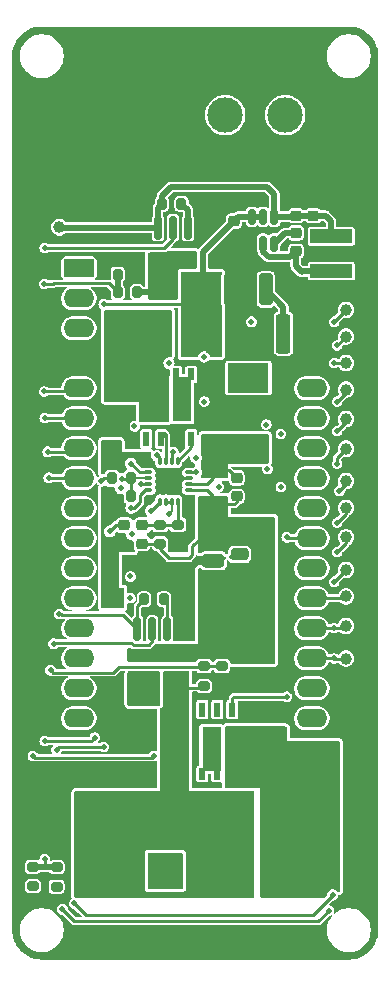
<source format=gbr>
%TF.GenerationSoftware,KiCad,Pcbnew,8.0.0*%
%TF.CreationDate,2024-05-24T13:22:15-04:00*%
%TF.ProjectId,MPPT Charge Controller,4d505054-2043-4686-9172-676520436f6e,0.1*%
%TF.SameCoordinates,Original*%
%TF.FileFunction,Copper,L1,Top*%
%TF.FilePolarity,Positive*%
%FSLAX46Y46*%
G04 Gerber Fmt 4.6, Leading zero omitted, Abs format (unit mm)*
G04 Created by KiCad (PCBNEW 8.0.0) date 2024-05-24 13:22:15*
%MOMM*%
%LPD*%
G01*
G04 APERTURE LIST*
G04 Aperture macros list*
%AMRoundRect*
0 Rectangle with rounded corners*
0 $1 Rounding radius*
0 $2 $3 $4 $5 $6 $7 $8 $9 X,Y pos of 4 corners*
0 Add a 4 corners polygon primitive as box body*
4,1,4,$2,$3,$4,$5,$6,$7,$8,$9,$2,$3,0*
0 Add four circle primitives for the rounded corners*
1,1,$1+$1,$2,$3*
1,1,$1+$1,$4,$5*
1,1,$1+$1,$6,$7*
1,1,$1+$1,$8,$9*
0 Add four rect primitives between the rounded corners*
20,1,$1+$1,$2,$3,$4,$5,0*
20,1,$1+$1,$4,$5,$6,$7,0*
20,1,$1+$1,$6,$7,$8,$9,0*
20,1,$1+$1,$8,$9,$2,$3,0*%
G04 Aperture macros list end*
%TA.AperFunction,ComponentPad*%
%ADD10RoundRect,0.250000X-1.050000X-0.550000X1.050000X-0.550000X1.050000X0.550000X-1.050000X0.550000X0*%
%TD*%
%TA.AperFunction,ComponentPad*%
%ADD11O,2.600000X1.600000*%
%TD*%
%TA.AperFunction,ComponentPad*%
%ADD12C,3.000000*%
%TD*%
%TA.AperFunction,ComponentPad*%
%ADD13R,3.000000X3.000000*%
%TD*%
%TA.AperFunction,SMDPad,CuDef*%
%ADD14RoundRect,0.225000X-0.250000X0.225000X-0.250000X-0.225000X0.250000X-0.225000X0.250000X0.225000X0*%
%TD*%
%TA.AperFunction,SMDPad,CuDef*%
%ADD15RoundRect,0.250000X-0.362500X-1.425000X0.362500X-1.425000X0.362500X1.425000X-0.362500X1.425000X0*%
%TD*%
%TA.AperFunction,SMDPad,CuDef*%
%ADD16RoundRect,0.150000X0.150000X-0.825000X0.150000X0.825000X-0.150000X0.825000X-0.150000X-0.825000X0*%
%TD*%
%TA.AperFunction,SMDPad,CuDef*%
%ADD17RoundRect,0.200000X-0.275000X0.200000X-0.275000X-0.200000X0.275000X-0.200000X0.275000X0.200000X0*%
%TD*%
%TA.AperFunction,SMDPad,CuDef*%
%ADD18C,1.000000*%
%TD*%
%TA.AperFunction,SMDPad,CuDef*%
%ADD19RoundRect,0.225000X0.250000X-0.225000X0.250000X0.225000X-0.250000X0.225000X-0.250000X-0.225000X0*%
%TD*%
%TA.AperFunction,SMDPad,CuDef*%
%ADD20R,3.600000X1.150000*%
%TD*%
%TA.AperFunction,SMDPad,CuDef*%
%ADD21RoundRect,0.250000X0.650000X-0.325000X0.650000X0.325000X-0.650000X0.325000X-0.650000X-0.325000X0*%
%TD*%
%TA.AperFunction,SMDPad,CuDef*%
%ADD22RoundRect,0.200000X-0.200000X-0.275000X0.200000X-0.275000X0.200000X0.275000X-0.200000X0.275000X0*%
%TD*%
%TA.AperFunction,SMDPad,CuDef*%
%ADD23RoundRect,0.200000X0.200000X0.275000X-0.200000X0.275000X-0.200000X-0.275000X0.200000X-0.275000X0*%
%TD*%
%TA.AperFunction,SMDPad,CuDef*%
%ADD24RoundRect,0.250000X0.325000X1.100000X-0.325000X1.100000X-0.325000X-1.100000X0.325000X-1.100000X0*%
%TD*%
%TA.AperFunction,SMDPad,CuDef*%
%ADD25R,0.610000X1.270000*%
%TD*%
%TA.AperFunction,SMDPad,CuDef*%
%ADD26R,1.650000X3.810000*%
%TD*%
%TA.AperFunction,SMDPad,CuDef*%
%ADD27R,0.610000X1.020000*%
%TD*%
%TA.AperFunction,SMDPad,CuDef*%
%ADD28RoundRect,0.250000X0.625000X-0.312500X0.625000X0.312500X-0.625000X0.312500X-0.625000X-0.312500X0*%
%TD*%
%TA.AperFunction,SMDPad,CuDef*%
%ADD29RoundRect,0.150000X-0.150000X0.512500X-0.150000X-0.512500X0.150000X-0.512500X0.150000X0.512500X0*%
%TD*%
%TA.AperFunction,SMDPad,CuDef*%
%ADD30R,3.500000X2.500000*%
%TD*%
%TA.AperFunction,SMDPad,CuDef*%
%ADD31RoundRect,0.200000X0.275000X-0.200000X0.275000X0.200000X-0.275000X0.200000X-0.275000X-0.200000X0*%
%TD*%
%TA.AperFunction,SMDPad,CuDef*%
%ADD32RoundRect,0.250000X0.475000X-0.250000X0.475000X0.250000X-0.475000X0.250000X-0.475000X-0.250000X0*%
%TD*%
%TA.AperFunction,SMDPad,CuDef*%
%ADD33R,4.860000X3.360000*%
%TD*%
%TA.AperFunction,SMDPad,CuDef*%
%ADD34R,1.400000X1.390000*%
%TD*%
%TA.AperFunction,SMDPad,CuDef*%
%ADD35O,0.800000X0.280000*%
%TD*%
%TA.AperFunction,SMDPad,CuDef*%
%ADD36O,0.280000X0.800000*%
%TD*%
%TA.AperFunction,SMDPad,CuDef*%
%ADD37R,2.140000X2.140000*%
%TD*%
%TA.AperFunction,ViaPad*%
%ADD38C,0.500000*%
%TD*%
%TA.AperFunction,ViaPad*%
%ADD39C,1.000000*%
%TD*%
%TA.AperFunction,Conductor*%
%ADD40C,0.250000*%
%TD*%
%TA.AperFunction,Conductor*%
%ADD41C,1.000000*%
%TD*%
%TA.AperFunction,Conductor*%
%ADD42C,0.500000*%
%TD*%
%TA.AperFunction,Conductor*%
%ADD43C,0.150000*%
%TD*%
G04 APERTURE END LIST*
D10*
%TO.P,A1,1,~{RESET}*%
%TO.N,unconnected-(A1-~{RESET}-Pad1)*%
X100140000Y-80960000D03*
D11*
%TO.P,A1,2,3V3*%
%TO.N,+3.3V*%
X100140000Y-83500000D03*
%TO.P,A1,3,NC*%
%TO.N,unconnected-(A1-NC-Pad3)*%
X100140000Y-86040000D03*
%TO.P,A1,4,GND*%
%TO.N,GND*%
X100140000Y-88580000D03*
%TO.P,A1,5,DAC2/A0*%
%TO.N,/Solar Voltage*%
X100140000Y-91120000D03*
%TO.P,A1,6,DAC1/A1*%
%TO.N,/Solar Current*%
X100140000Y-93660000D03*
%TO.P,A1,7,I34/A2*%
%TO.N,/Battery Voltage*%
X100140000Y-96200000D03*
%TO.P,A1,8,I39/A3*%
%TO.N,/Battery Current*%
X100140000Y-98740000D03*
%TO.P,A1,9,IO36/A4*%
%TO.N,unconnected-(A1-IO36{slash}A4-Pad9)*%
X100140000Y-101280000D03*
%TO.P,A1,10,IO4/A5*%
%TO.N,unconnected-(A1-IO4{slash}A5-Pad10)*%
X100140000Y-103820000D03*
%TO.P,A1,11,SCK/IO5*%
%TO.N,unconnected-(A1-SCK{slash}IO5-Pad11)*%
X100140000Y-106360000D03*
%TO.P,A1,12,MOSI/IO18*%
%TO.N,unconnected-(A1-MOSI{slash}IO18-Pad12)*%
X100140000Y-108900000D03*
%TO.P,A1,13,MISO/IO19*%
%TO.N,unconnected-(A1-MISO{slash}IO19-Pad13)*%
X100140000Y-111440000D03*
%TO.P,A1,14,RX/IO16*%
%TO.N,unconnected-(A1-RX{slash}IO16-Pad14)*%
X100140000Y-113980000D03*
%TO.P,A1,15,TX/IO17*%
%TO.N,unconnected-(A1-TX{slash}IO17-Pad15)*%
X100140000Y-116520000D03*
%TO.P,A1,16,TXD0*%
%TO.N,unconnected-(A1-TXD0-Pad16)*%
X100140000Y-119060000D03*
%TO.P,A1,17,SDA/IO23*%
%TO.N,unconnected-(A1-SDA{slash}IO23-Pad17)*%
X119860000Y-119060000D03*
%TO.P,A1,18,SCL/IO22*%
%TO.N,unconnected-(A1-SCL{slash}IO22-Pad18)*%
X119860000Y-116520000D03*
%TO.P,A1,19,D5*%
%TO.N,/STAT1*%
X119860000Y-113980000D03*
%TO.P,A1,20,D6*%
%TO.N,/STAT2*%
X119860000Y-111440000D03*
%TO.P,A1,21,D9*%
%TO.N,/~{Charge EN}*%
X119860000Y-108900000D03*
%TO.P,A1,22,D10*%
%TO.N,/SD_CS*%
X119860000Y-106360000D03*
%TO.P,A1,23,D11*%
%TO.N,/Load Enable*%
X119860000Y-103820000D03*
%TO.P,A1,24,D12*%
%TO.N,unconnected-(A1-D12-Pad24)*%
X119860000Y-101280000D03*
%TO.P,A1,25,D13*%
%TO.N,unconnected-(A1-D13-Pad25)*%
X119860000Y-98740000D03*
%TO.P,A1,26,VBUS*%
%TO.N,unconnected-(A1-VBUS-Pad26)*%
X119860000Y-96200000D03*
%TO.P,A1,27,EN*%
%TO.N,unconnected-(A1-EN-Pad27)*%
X119860000Y-93660000D03*
%TO.P,A1,28,VBAT*%
%TO.N,unconnected-(A1-VBAT-Pad28)*%
X119860000Y-91120000D03*
%TD*%
D12*
%TO.P,TP15,1,1*%
%TO.N,/Input*%
X117620000Y-68000000D03*
%TD*%
%TO.P,TP14,1,1*%
%TO.N,GND*%
X102380000Y-68000000D03*
%TD*%
%TO.P,J3,2,Pin_2*%
%TO.N,Net-(J2-Pin_2)*%
X112540000Y-132000000D03*
D13*
%TO.P,J3,1,Pin_1*%
%TO.N,Net-(J3-Pin_1)*%
X117620000Y-132000000D03*
%TD*%
D12*
%TO.P,J2,2,Pin_2*%
%TO.N,Net-(J2-Pin_2)*%
X102380000Y-132000000D03*
D13*
%TO.P,J2,1,Pin_1*%
%TO.N,GND*%
X107460000Y-132000000D03*
%TD*%
D12*
%TO.P,J1,2,Pin_2*%
%TO.N,/Input*%
X112540000Y-68000000D03*
D13*
%TO.P,J1,1,Pin_1*%
%TO.N,GND*%
X107460000Y-68000000D03*
%TD*%
D14*
%TO.P,C10,1*%
%TO.N,/VFB*%
X105500000Y-102725000D03*
%TO.P,C10,2*%
%TO.N,Net-(U1-SRN)*%
X105500000Y-104275000D03*
%TD*%
D15*
%TO.P,R5,1*%
%TO.N,/VIN*%
X111537500Y-86500000D03*
%TO.P,R5,2*%
%TO.N,Net-(C1-Pad1)*%
X117462500Y-86500000D03*
%TD*%
D16*
%TO.P,U3,1,IP+*%
%TO.N,/Input*%
X106845000Y-82475000D03*
%TO.P,U3,2,IP+*%
X108115000Y-82475000D03*
%TO.P,U3,3,IP-*%
%TO.N,/VIN*%
X109385000Y-82475000D03*
%TO.P,U3,4,IP-*%
X110655000Y-82475000D03*
%TO.P,U3,5,GND*%
%TO.N,GND*%
X110655000Y-77525000D03*
%TO.P,U3,6,FILTER*%
%TO.N,Net-(U3-FILTER)*%
X109385000Y-77525000D03*
%TO.P,U3,7,VIOUT*%
%TO.N,/Solar Current*%
X108115000Y-77525000D03*
%TO.P,U3,8,VCC*%
%TO.N,+3.3V*%
X106845000Y-77525000D03*
%TD*%
D17*
%TO.P,R7,1*%
%TO.N,/VREF*%
X98250000Y-131675000D03*
%TO.P,R7,2*%
%TO.N,Net-(D3-A)*%
X98250000Y-133325000D03*
%TD*%
%TO.P,R8,1*%
%TO.N,/VREF*%
X96250000Y-131637500D03*
%TO.P,R8,2*%
%TO.N,Net-(D4-A)*%
X96250000Y-133287500D03*
%TD*%
D18*
%TO.P,TP8,1,1*%
%TO.N,/RGEN*%
X122750000Y-93750000D03*
%TD*%
D19*
%TO.P,C11,1*%
%TO.N,GND*%
X113250000Y-78525000D03*
%TO.P,C11,2*%
%TO.N,/VIN*%
X113250000Y-76975000D03*
%TD*%
D20*
%TO.P,L2,1,1*%
%TO.N,Net-(U2-SW)*%
X121500000Y-81225000D03*
%TO.P,L2,2,2*%
%TO.N,+3.3V*%
X121500000Y-78275000D03*
%TD*%
D18*
%TO.P,TP3,1,1*%
%TO.N,/MPPSET*%
X122750000Y-106500000D03*
%TD*%
%TO.P,TP4,1,1*%
%TO.N,/TS*%
X122750000Y-103750000D03*
%TD*%
D21*
%TO.P,C8,1*%
%TO.N,GND*%
X111500000Y-105725000D03*
%TO.P,C8,2*%
%TO.N,Net-(U1-SRN)*%
X111500000Y-102775000D03*
%TD*%
D18*
%TO.P,TP9,1,1*%
%TO.N,/BTST*%
X122750000Y-91250000D03*
%TD*%
D22*
%TO.P,R3,2*%
%TO.N,/MPPSET*%
X104575000Y-98750000D03*
%TO.P,R3,1*%
%TO.N,/VIN*%
X102925000Y-98750000D03*
%TD*%
D16*
%TO.P,U4,1,IP+*%
%TO.N,Net-(U1-SRN)*%
X105095000Y-116475000D03*
%TO.P,U4,2,IP+*%
X106365000Y-116475000D03*
%TO.P,U4,3,IP-*%
%TO.N,Net-(J2-Pin_2)*%
X107635000Y-116475000D03*
%TO.P,U4,4,IP-*%
X108905000Y-116475000D03*
%TO.P,U4,5,GND*%
%TO.N,GND*%
X108905000Y-111525000D03*
%TO.P,U4,6,FILTER*%
%TO.N,Net-(U4-FILTER)*%
X107635000Y-111525000D03*
%TO.P,U4,7,VIOUT*%
%TO.N,/Battery Current*%
X106365000Y-111525000D03*
%TO.P,U4,8,VCC*%
%TO.N,+3.3V*%
X105095000Y-111525000D03*
%TD*%
D14*
%TO.P,C3,1*%
%TO.N,/VREF*%
X104000000Y-102725000D03*
%TO.P,C3,2*%
%TO.N,PWR GND*%
X104000000Y-104275000D03*
%TD*%
D18*
%TO.P,TP11,1,1*%
%TO.N,/LODRV*%
X122750000Y-86750000D03*
%TD*%
D23*
%TO.P,R12,1*%
%TO.N,/Input*%
X105075000Y-83000000D03*
%TO.P,R12,2*%
%TO.N,/Solar Voltage*%
X103425000Y-83000000D03*
%TD*%
D18*
%TO.P,TP1,1,1*%
%TO.N,/VCC*%
X122750000Y-96250000D03*
%TD*%
D24*
%TO.P,C1,1*%
%TO.N,Net-(C1-Pad1)*%
X115975000Y-82750000D03*
%TO.P,C1,2*%
%TO.N,GND*%
X113025000Y-82750000D03*
%TD*%
D25*
%TO.P,Q1,1,S*%
%TO.N,/PH*%
X105845000Y-95420000D03*
%TO.P,Q1,2,G*%
%TO.N,/HIDRV*%
X107115000Y-95420000D03*
%TO.P,Q1,3,S*%
%TO.N,GND*%
X108385000Y-95420000D03*
%TO.P,Q1,4,G*%
%TO.N,/LODRV*%
X109655000Y-95420000D03*
D26*
%TO.P,Q1,5,D*%
%TO.N,/PH*%
X108880000Y-92060000D03*
D27*
X109655000Y-89955000D03*
%TO.P,Q1,6,D*%
X108385000Y-89955000D03*
%TO.P,Q1,7,D*%
%TO.N,Net-(D1-K)*%
X107115000Y-89955000D03*
D26*
%TO.P,Q1,8,D*%
X106620000Y-92060000D03*
D27*
X105845000Y-89955000D03*
%TD*%
D17*
%TO.P,R1,1*%
%TO.N,/VFB*%
X108500000Y-102675000D03*
%TO.P,R1,2*%
%TO.N,PWR GND*%
X108500000Y-104325000D03*
%TD*%
D23*
%TO.P,R14,1*%
%TO.N,Net-(U3-FILTER)*%
X108825000Y-75500000D03*
%TO.P,R14,2*%
%TO.N,+3.3V*%
X107175000Y-75500000D03*
%TD*%
D28*
%TO.P,RSR1,1*%
%TO.N,Net-(U1-SRN)*%
X111500000Y-100962500D03*
%TO.P,RSR1,2*%
%TO.N,Net-(U1-SRP)*%
X111500000Y-98037500D03*
%TD*%
D29*
%TO.P,U2,1,FB*%
%TO.N,+3.3V*%
X116700000Y-76612500D03*
%TO.P,U2,2,EN*%
%TO.N,/VIN*%
X115750000Y-76612500D03*
%TO.P,U2,3,IN*%
X114800000Y-76612500D03*
%TO.P,U2,4,GND*%
%TO.N,GND*%
X114800000Y-78887500D03*
%TO.P,U2,5,SW*%
%TO.N,Net-(U2-SW)*%
X115750000Y-78887500D03*
%TO.P,U2,6,BST*%
%TO.N,Net-(U2-BST)*%
X116700000Y-78887500D03*
%TD*%
D23*
%TO.P,R4,1*%
%TO.N,/MPPSET*%
X104575000Y-100250000D03*
%TO.P,R4,2*%
%TO.N,PWR GND*%
X102925000Y-100250000D03*
%TD*%
D19*
%TO.P,C14,1*%
%TO.N,+3.3V*%
X118500000Y-76525000D03*
%TO.P,C14,2*%
%TO.N,GND*%
X118500000Y-74975000D03*
%TD*%
D18*
%TO.P,TP6,1,1*%
%TO.N,/STAT1*%
X122750000Y-114010000D03*
%TD*%
D30*
%TO.P,L1,2,2*%
%TO.N,Net-(U1-SRP)*%
X114500000Y-96250000D03*
%TO.P,L1,1,1*%
%TO.N,/PH*%
X114500000Y-90250000D03*
%TD*%
D31*
%TO.P,R2,1*%
%TO.N,Net-(U1-SRN)*%
X107000000Y-104325000D03*
%TO.P,R2,2*%
%TO.N,/VFB*%
X107000000Y-102675000D03*
%TD*%
D18*
%TO.P,TP5,1,1*%
%TO.N,/VFB*%
X122750000Y-101250000D03*
%TD*%
%TO.P,TP7,1,1*%
%TO.N,/STAT2*%
X122750000Y-111250000D03*
%TD*%
D22*
%TO.P,R13,1*%
%TO.N,/Solar Voltage*%
X103425000Y-81500000D03*
%TO.P,R13,2*%
%TO.N,GND*%
X105075000Y-81500000D03*
%TD*%
D18*
%TO.P,TP13,1,1*%
%TO.N,/~{Charge EN}*%
X122750000Y-108750000D03*
%TD*%
D19*
%TO.P,C12,1*%
%TO.N,Net-(U2-SW)*%
X118500000Y-79525000D03*
%TO.P,C12,2*%
%TO.N,Net-(U2-BST)*%
X118500000Y-77975000D03*
%TD*%
D32*
%TO.P,C9,1*%
%TO.N,GND*%
X113750000Y-105200000D03*
%TO.P,C9,2*%
%TO.N,Net-(U1-SRN)*%
X113750000Y-103300000D03*
%TD*%
D31*
%TO.P,R15,1*%
%TO.N,Net-(J2-Pin_2)*%
X110750000Y-116325000D03*
%TO.P,R15,2*%
%TO.N,/Battery Voltage*%
X110750000Y-114675000D03*
%TD*%
D17*
%TO.P,R16,1*%
%TO.N,/Battery Voltage*%
X112250000Y-114675000D03*
%TO.P,R16,2*%
%TO.N,GND*%
X112250000Y-116325000D03*
%TD*%
D25*
%TO.P,Q2,1,S*%
%TO.N,GND*%
X114405000Y-118330000D03*
%TO.P,Q2,2,G*%
%TO.N,/Load Enable*%
X113135000Y-118330000D03*
%TO.P,Q2,3,S*%
%TO.N,unconnected-(Q2B-S-Pad3)*%
X111865000Y-118330000D03*
%TO.P,Q2,4,G*%
%TO.N,unconnected-(Q2B-G-Pad4)*%
X110595000Y-118330000D03*
D26*
%TO.P,Q2,5,D*%
%TO.N,unconnected-(Q2B-D-Pad5)_0*%
X111370000Y-121690000D03*
D27*
%TO.N,unconnected-(Q2B-D-Pad5)*%
X110595000Y-123795000D03*
%TO.P,Q2,6,D*%
%TO.N,unconnected-(Q2B-D-Pad6)*%
X111865000Y-123795000D03*
%TO.P,Q2,7,D*%
%TO.N,Net-(J3-Pin_1)*%
X113135000Y-123795000D03*
D26*
%TO.P,Q2,8,D*%
X113630000Y-121690000D03*
D27*
X114405000Y-123795000D03*
%TD*%
D14*
%TO.P,C7,1*%
%TO.N,Net-(U1-SRP)*%
X113500000Y-98725000D03*
%TO.P,C7,2*%
%TO.N,Net-(U1-SRN)*%
X113500000Y-100275000D03*
%TD*%
D21*
%TO.P,C6,1*%
%TO.N,GND*%
X103500000Y-94225000D03*
%TO.P,C6,2*%
%TO.N,Net-(D1-K)*%
X103500000Y-91275000D03*
%TD*%
D18*
%TO.P,TP12,1,1*%
%TO.N,/PH*%
X122750000Y-84500000D03*
%TD*%
%TO.P,TP2,1,1*%
%TO.N,/VREF*%
X122750000Y-99000000D03*
%TD*%
D23*
%TO.P,R11,1*%
%TO.N,Net-(U4-FILTER)*%
X107325000Y-109000000D03*
%TO.P,R11,2*%
%TO.N,+3.3V*%
X105675000Y-109000000D03*
%TD*%
D19*
%TO.P,C13,1*%
%TO.N,+3.3V*%
X120000000Y-76525000D03*
%TO.P,C13,2*%
%TO.N,GND*%
X120000000Y-74975000D03*
%TD*%
D33*
%TO.P,D1,1,K*%
%TO.N,Net-(D1-K)*%
X105630000Y-86500000D03*
D34*
%TO.P,D1,2,A*%
%TO.N,/VIN*%
X109612000Y-85580000D03*
X109612000Y-87420000D03*
%TD*%
D35*
%TO.P,U1,1,VCC*%
%TO.N,/VCC*%
X106000000Y-98250000D03*
%TO.P,U1,2,MPPSET*%
%TO.N,/MPPSET*%
X106000000Y-98750000D03*
%TO.P,U1,3,STAT1*%
%TO.N,/STAT1*%
X106000000Y-99250000D03*
%TO.P,U1,4,TS*%
%TO.N,/TS*%
X106000000Y-99750000D03*
D36*
%TO.P,U1,5,STAT2*%
%TO.N,/STAT2*%
X107000000Y-100750000D03*
%TO.P,U1,6,VREF*%
%TO.N,/VREF*%
X107500000Y-100750000D03*
%TO.P,U1,7,TERM_EN*%
X108000000Y-100750000D03*
%TO.P,U1,8,VFB*%
%TO.N,/VFB*%
X108500000Y-100750000D03*
D35*
%TO.P,U1,9,SRN*%
%TO.N,Net-(U1-SRN)*%
X109500000Y-99750000D03*
%TO.P,U1,10,SRP*%
%TO.N,Net-(U1-SRP)*%
X109500000Y-99250000D03*
%TO.P,U1,11,GND*%
%TO.N,PWR GND*%
X109500000Y-98750000D03*
%TO.P,U1,12,REGN*%
%TO.N,/RGEN*%
X109500000Y-98250000D03*
D36*
%TO.P,U1,13,LODRV*%
%TO.N,/LODRV*%
X108500000Y-97250000D03*
%TO.P,U1,14,PH*%
%TO.N,/PH*%
X108000000Y-97250000D03*
%TO.P,U1,15,HIDRV*%
%TO.N,/HIDRV*%
X107500000Y-97250000D03*
%TO.P,U1,16,BTST*%
%TO.N,/BTST*%
X107000000Y-97250000D03*
D37*
%TO.P,U1,17,Thermal_Pad*%
%TO.N,PWR GND*%
X107750000Y-99000000D03*
%TD*%
D18*
%TO.P,TP10,1,1*%
%TO.N,/HIDRV*%
X122750000Y-89000000D03*
%TD*%
D38*
%TO.N,/TS*%
X104575000Y-101250000D03*
%TO.N,/VCC*%
X116100000Y-97950002D03*
X116000000Y-94200000D03*
X104850000Y-94350000D03*
%TO.N,/STAT2*%
X106250000Y-101500000D03*
%TO.N,/MPPSET*%
X103775000Y-98782635D03*
%TO.N,/TS*%
X104641320Y-103499654D03*
%TO.N,/Load Enable*%
X117750000Y-103750000D03*
X117750000Y-117250000D03*
%TO.N,Net-(D4-A)*%
X96250000Y-133250000D03*
%TO.N,Net-(D3-A)*%
X98250000Y-133287500D03*
%TO.N,GND*%
X111250000Y-76500000D03*
X112000000Y-76500000D03*
X111250000Y-75750000D03*
X112000000Y-75750000D03*
X112000000Y-75000000D03*
X111250000Y-75000000D03*
X113750000Y-105250000D03*
X111500000Y-105750000D03*
%TO.N,Net-(U1-SRN)*%
X105750000Y-115555000D03*
X107000000Y-104325000D03*
%TO.N,/PH*%
X114750000Y-85500000D03*
X121750000Y-85500000D03*
%TO.N,/LODRV*%
X109655000Y-95420000D03*
X110750000Y-88500000D03*
X122000000Y-87500000D03*
%TO.N,/HIDRV*%
X107410464Y-95124536D03*
X107800000Y-89000000D03*
X121750000Y-89000000D03*
%TO.N,/BTST*%
X110062500Y-97000000D03*
X110750000Y-92250000D03*
X122000000Y-92250000D03*
%TO.N,/RGEN*%
X112000000Y-99475000D03*
X117250000Y-99500000D03*
X117250000Y-95000000D03*
X122000000Y-94750000D03*
%TO.N,/VREF*%
X122200000Y-99800000D03*
%TO.N,/VCC*%
X104525000Y-97500000D03*
X122000000Y-97500000D03*
%TO.N,/VFB*%
X108500000Y-102675000D03*
X122000000Y-102500000D03*
%TO.N,/TS*%
X122000000Y-105000000D03*
%TO.N,/MPPSET*%
X121750000Y-107500000D03*
%TO.N,/~{Charge EN}*%
X104500000Y-108900000D03*
%TO.N,/MPPSET*%
X104500000Y-107062500D03*
%TO.N,/VREF*%
X103700000Y-99600000D03*
X107750000Y-101750000D03*
%TO.N,/STAT2*%
X121300000Y-135350000D03*
X121750000Y-111440000D03*
X98750000Y-135250000D03*
%TO.N,/STAT1*%
X99750000Y-134750000D03*
X121650000Y-134050000D03*
X121750000Y-114000000D03*
%TO.N,/Battery Voltage*%
X97500000Y-96500000D03*
X97750000Y-115000000D03*
%TO.N,/Battery Current*%
X97600000Y-98700000D03*
X98000000Y-112750000D03*
%TO.N,Net-(D1-K)*%
X103500000Y-91275000D03*
%TO.N,+3.3V*%
X98500000Y-110250000D03*
%TO.N,/Solar Voltage*%
X97200000Y-91400000D03*
X97200000Y-82300000D03*
D39*
%TO.N,/Input*%
X109500000Y-80250000D03*
X108500000Y-80250000D03*
X107500000Y-80250000D03*
X106500000Y-80250000D03*
D38*
%TO.N,/VIN*%
X102050000Y-98950000D03*
X102250000Y-84000000D03*
%TO.N,/STAT2*%
X106500000Y-122250000D03*
X96250000Y-122250000D03*
%TO.N,/STAT1*%
X98250000Y-121750000D03*
X102250000Y-121500000D03*
X105400000Y-99257149D03*
%TO.N,/PH*%
X108137501Y-96517501D03*
D39*
X114500000Y-90250000D03*
D38*
%TO.N,/VREF*%
X97250000Y-131000000D03*
X97250000Y-121000000D03*
X101500000Y-120700000D03*
X102750000Y-103250000D03*
%TO.N,/RGEN*%
X110094384Y-98250000D03*
%TO.N,/BTST*%
X106750000Y-96800000D03*
D39*
%TO.N,/PH*%
X108880000Y-92060000D03*
D38*
X105845000Y-95420000D03*
D39*
%TO.N,+3.3V*%
X98500000Y-77500000D03*
D38*
%TO.N,/Solar Current*%
X97250000Y-93660000D03*
X97250000Y-79250000D03*
%TO.N,PWR GND*%
X107750000Y-99750000D03*
X102750000Y-102250000D03*
X103000000Y-96000000D03*
X107000000Y-98250000D03*
X107750000Y-98250000D03*
X107000000Y-99750000D03*
X108500000Y-99000000D03*
X103550000Y-108937500D03*
X108500000Y-98250000D03*
X107750000Y-99000000D03*
X108500000Y-99750000D03*
X107000000Y-99000000D03*
%TD*%
D40*
%TO.N,/STAT2*%
X121300000Y-135350000D02*
X120400000Y-136250000D01*
X120400000Y-136250000D02*
X99750000Y-136250000D01*
X99750000Y-136250000D02*
X98750000Y-135250000D01*
%TO.N,/STAT1*%
X100750000Y-135750000D02*
X99750000Y-134750000D01*
X121650000Y-134050000D02*
X119950000Y-135750000D01*
X119950000Y-135750000D02*
X100750000Y-135750000D01*
%TO.N,/PH*%
X108000000Y-96655002D02*
X108000000Y-97250000D01*
X108137501Y-96517501D02*
X108000000Y-96655002D01*
%TO.N,/TS*%
X104798004Y-101250000D02*
X104575000Y-101250000D01*
X105300000Y-100200000D02*
X105300000Y-100748004D01*
X105750000Y-99750000D02*
X105300000Y-100200000D01*
X105300000Y-100748004D02*
X104798004Y-101250000D01*
X106000000Y-99750000D02*
X105750000Y-99750000D01*
%TO.N,/HIDRV*%
X107500000Y-95214072D02*
X107500000Y-97250000D01*
X107410464Y-95124536D02*
X107500000Y-95214072D01*
%TO.N,/VIN*%
X102250000Y-98750000D02*
X102925000Y-98750000D01*
X102050000Y-98950000D02*
X102250000Y-98750000D01*
%TO.N,/RGEN*%
X110094384Y-98250000D02*
X109500000Y-98250000D01*
%TO.N,/BTST*%
X107000000Y-97050000D02*
X106750000Y-96800000D01*
X107000000Y-97250000D02*
X107000000Y-97050000D01*
%TO.N,PWR GND*%
X108750000Y-98750000D02*
X108500000Y-99000000D01*
X109500000Y-98750000D02*
X108750000Y-98750000D01*
D41*
%TO.N,/PH*%
X114205000Y-89955000D02*
X114500000Y-90250000D01*
D42*
X114500000Y-90250000D02*
X113955000Y-89705000D01*
D40*
%TO.N,/STAT2*%
X107000000Y-100750000D02*
X106250000Y-101500000D01*
%TO.N,/Battery Current*%
X106365000Y-112499999D02*
X106365000Y-111525000D01*
X104744092Y-112825000D02*
X106039999Y-112825000D01*
X106039999Y-112825000D02*
X106365000Y-112499999D01*
X98050000Y-112700000D02*
X104619092Y-112700000D01*
X98000000Y-112750000D02*
X98050000Y-112700000D01*
X104619092Y-112700000D02*
X104744092Y-112825000D01*
%TO.N,/Battery Voltage*%
X103000000Y-115200000D02*
X97950000Y-115200000D01*
X103500000Y-114700000D02*
X103000000Y-115200000D01*
X110750000Y-114675000D02*
X110725000Y-114700000D01*
X110725000Y-114700000D02*
X103500000Y-114700000D01*
X97950000Y-115200000D02*
X97750000Y-115000000D01*
%TO.N,/Solar Voltage*%
X99560000Y-91400000D02*
X99840000Y-91120000D01*
X97200000Y-91400000D02*
X99560000Y-91400000D01*
X102675000Y-82250000D02*
X103425000Y-83000000D01*
X98000000Y-82250000D02*
X102675000Y-82250000D01*
X97950000Y-82300000D02*
X98000000Y-82250000D01*
X97200000Y-82300000D02*
X97950000Y-82300000D01*
%TO.N,/Battery Current*%
X97600000Y-98700000D02*
X97640000Y-98740000D01*
X97640000Y-98740000D02*
X99840000Y-98740000D01*
D42*
%TO.N,+3.3V*%
X116700000Y-74700000D02*
X116700000Y-76612500D01*
X116100000Y-74100000D02*
X116700000Y-74700000D01*
X107900000Y-74100000D02*
X116100000Y-74100000D01*
X107175000Y-74825000D02*
X107900000Y-74100000D01*
X107175000Y-75500000D02*
X107175000Y-74825000D01*
D40*
%TO.N,/STAT2*%
X106350000Y-122400000D02*
X106500000Y-122250000D01*
X96250000Y-122250000D02*
X96400000Y-122400000D01*
X96400000Y-122400000D02*
X106350000Y-122400000D01*
%TO.N,/VREF*%
X101200000Y-121000000D02*
X101500000Y-120700000D01*
X97250000Y-121000000D02*
X101200000Y-121000000D01*
X122750000Y-99250000D02*
X122750000Y-99000000D01*
X122200000Y-99800000D02*
X122750000Y-99250000D01*
%TO.N,/STAT1*%
X105400000Y-99257149D02*
X105407149Y-99250000D01*
X105407149Y-99250000D02*
X106000000Y-99250000D01*
%TO.N,/MPPSET*%
X103775000Y-98782635D02*
X104542365Y-98782635D01*
X104542365Y-98782635D02*
X104575000Y-98750000D01*
%TO.N,/Load Enable*%
X113250000Y-117250000D02*
X113135000Y-117365000D01*
X113135000Y-117365000D02*
X113135000Y-118330000D01*
X117750000Y-117250000D02*
X113250000Y-117250000D01*
X117820000Y-103820000D02*
X117750000Y-103750000D01*
X120160000Y-103820000D02*
X117820000Y-103820000D01*
%TO.N,Net-(D4-A)*%
X96250000Y-133287500D02*
X96250000Y-133250000D01*
%TO.N,Net-(D3-A)*%
X98250000Y-133325000D02*
X98250000Y-133287500D01*
%TO.N,/VCC*%
X105298004Y-98250000D02*
X104548004Y-97500000D01*
X106000000Y-98250000D02*
X105298004Y-98250000D01*
X104548004Y-97500000D02*
X104525000Y-97500000D01*
%TO.N,GND*%
X108405000Y-95420000D02*
X108500000Y-95325000D01*
X108385000Y-95420000D02*
X108405000Y-95420000D01*
X113750000Y-105200000D02*
X113750000Y-105250000D01*
X111500000Y-105725000D02*
X111500000Y-105750000D01*
%TO.N,Net-(U1-SRN)*%
X107000000Y-104750000D02*
X107000000Y-104325000D01*
X109750000Y-105250000D02*
X109500000Y-105500000D01*
X107750000Y-105500000D02*
X107000000Y-104750000D01*
X109500000Y-105500000D02*
X107750000Y-105500000D01*
X109750000Y-104525000D02*
X109750000Y-105250000D01*
X111500000Y-102775000D02*
X109750000Y-104525000D01*
X106365000Y-116170000D02*
X106365000Y-116475000D01*
X105750000Y-115555000D02*
X106365000Y-116170000D01*
%TO.N,/PH*%
X122750000Y-84500000D02*
X121750000Y-85500000D01*
%TO.N,/LODRV*%
X122750000Y-86750000D02*
X122000000Y-87500000D01*
%TO.N,/HIDRV*%
X122750000Y-89000000D02*
X121750000Y-89000000D01*
%TO.N,/BTST*%
X122750000Y-91500000D02*
X122000000Y-92250000D01*
X122750000Y-91250000D02*
X122750000Y-91500000D01*
%TO.N,/RGEN*%
X122750000Y-94000000D02*
X122000000Y-94750000D01*
X122750000Y-93750000D02*
X122750000Y-94000000D01*
%TO.N,/VCC*%
X122000000Y-97000000D02*
X122750000Y-96250000D01*
X122000000Y-97500000D02*
X122000000Y-97000000D01*
%TO.N,/VFB*%
X122750000Y-101750000D02*
X122000000Y-102500000D01*
X122750000Y-101250000D02*
X122750000Y-101750000D01*
%TO.N,/TS*%
X122750000Y-104250000D02*
X122000000Y-105000000D01*
X122750000Y-103750000D02*
X122750000Y-104250000D01*
%TO.N,/MPPSET*%
X122750000Y-106500000D02*
X121750000Y-107500000D01*
%TO.N,/~{Charge EN}*%
X122750000Y-108750000D02*
X122600000Y-108900000D01*
X122600000Y-108900000D02*
X120160000Y-108900000D01*
%TO.N,/STAT2*%
X122750000Y-111250000D02*
X122560000Y-111440000D01*
X122560000Y-111440000D02*
X121750000Y-111440000D01*
%TO.N,/STAT1*%
X122750000Y-114010000D02*
X121760000Y-114010000D01*
X121760000Y-114010000D02*
X121750000Y-114000000D01*
%TO.N,/STAT2*%
X121750000Y-111440000D02*
X120160000Y-111440000D01*
D43*
%TO.N,/VREF*%
X108000000Y-101500000D02*
X107750000Y-101750000D01*
X108000000Y-100750000D02*
X108000000Y-101500000D01*
D40*
%TO.N,/STAT1*%
X121730000Y-113980000D02*
X121750000Y-114000000D01*
X120160000Y-113980000D02*
X121730000Y-113980000D01*
%TO.N,/Battery Voltage*%
X99540000Y-96500000D02*
X99840000Y-96200000D01*
X97500000Y-96500000D02*
X99540000Y-96500000D01*
%TO.N,+3.3V*%
X98620000Y-110250000D02*
X98685000Y-110315000D01*
X98500000Y-110250000D02*
X98620000Y-110250000D01*
X98685000Y-110315000D02*
X103885000Y-110315000D01*
X103885000Y-110315000D02*
X105095000Y-111525000D01*
%TO.N,/VIN*%
X109612000Y-84362000D02*
X109612000Y-85580000D01*
X102250000Y-84000000D02*
X109250000Y-84000000D01*
X109250000Y-84000000D02*
X109612000Y-84362000D01*
%TO.N,/STAT1*%
X98500000Y-121500000D02*
X102250000Y-121500000D01*
X98250000Y-121750000D02*
X98500000Y-121500000D01*
%TO.N,/MPPSET*%
X104575000Y-98750000D02*
X104575000Y-100250000D01*
D43*
X104575000Y-98750000D02*
X106000000Y-98750000D01*
D40*
%TO.N,Net-(U1-SRN)*%
X106950000Y-104275000D02*
X107000000Y-104325000D01*
X105500000Y-104275000D02*
X106950000Y-104275000D01*
%TO.N,/VFB*%
X105550000Y-102675000D02*
X105500000Y-102725000D01*
X107000000Y-102675000D02*
X105550000Y-102675000D01*
X108500000Y-102675000D02*
X107000000Y-102675000D01*
X108500000Y-100750000D02*
X108500000Y-102675000D01*
%TO.N,/VREF*%
X107500000Y-100750000D02*
X108000000Y-100750000D01*
D42*
X97250000Y-131637500D02*
X98212500Y-131637500D01*
X96250000Y-131637500D02*
X97250000Y-131637500D01*
D40*
X97250000Y-131000000D02*
X97250000Y-131637500D01*
X103275000Y-102725000D02*
X102750000Y-103250000D01*
X104000000Y-102725000D02*
X103275000Y-102725000D01*
D42*
X98212500Y-131637500D02*
X98250000Y-131675000D01*
D40*
%TO.N,+3.3V*%
X105095000Y-109580000D02*
X105675000Y-109000000D01*
X105095000Y-111525000D02*
X105095000Y-109580000D01*
%TO.N,Net-(U4-FILTER)*%
X107635000Y-111525000D02*
X107635000Y-109310000D01*
X107635000Y-109310000D02*
X107325000Y-109000000D01*
%TO.N,/Battery Voltage*%
X110750000Y-114675000D02*
X112250000Y-114675000D01*
%TO.N,Net-(J2-Pin_2)*%
X110600000Y-116475000D02*
X110750000Y-116325000D01*
X108905000Y-116475000D02*
X110600000Y-116475000D01*
D41*
%TO.N,Net-(U1-SRN)*%
X113800000Y-103250000D02*
X113750000Y-103300000D01*
D40*
%TO.N,Net-(U1-SRP)*%
X112812500Y-98037500D02*
X111500000Y-98037500D01*
X113500000Y-98725000D02*
X112812500Y-98037500D01*
%TO.N,Net-(U1-SRN)*%
X113287500Y-100962500D02*
X111500000Y-100962500D01*
X113500000Y-100750000D02*
X113287500Y-100962500D01*
X113500000Y-100275000D02*
X113500000Y-100750000D01*
X111500000Y-100250000D02*
X111500000Y-100962500D01*
X111000000Y-99750000D02*
X111500000Y-100250000D01*
X109500000Y-99750000D02*
X111000000Y-99750000D01*
%TO.N,Net-(U1-SRP)*%
X111500000Y-98750000D02*
X111500000Y-98037500D01*
X111000000Y-99250000D02*
X111500000Y-98750000D01*
X109500000Y-99250000D02*
X111000000Y-99250000D01*
%TO.N,/LODRV*%
X109655000Y-96095000D02*
X109655000Y-95420000D01*
X108500000Y-97250000D02*
X109655000Y-96095000D01*
D42*
%TO.N,+3.3V*%
X118500000Y-76525000D02*
X120000000Y-76525000D01*
X106845000Y-77525000D02*
X106845000Y-75830000D01*
X98525000Y-77525000D02*
X98500000Y-77500000D01*
X118412500Y-76612500D02*
X118500000Y-76525000D01*
X121025000Y-76525000D02*
X120000000Y-76525000D01*
X121500000Y-78275000D02*
X121500000Y-77000000D01*
X121500000Y-77000000D02*
X121025000Y-76525000D01*
X106845000Y-75830000D02*
X107175000Y-75500000D01*
X116700000Y-76612500D02*
X118412500Y-76612500D01*
X106845000Y-77525000D02*
X98525000Y-77525000D01*
D40*
%TO.N,/Solar Current*%
X108115000Y-77525000D02*
X108115000Y-78499999D01*
X108115000Y-78499999D02*
X107364999Y-79250000D01*
X97250000Y-93660000D02*
X99840000Y-93660000D01*
X107364999Y-79250000D02*
X97250000Y-79250000D01*
D42*
%TO.N,/Solar Voltage*%
X103425000Y-83000000D02*
X103425000Y-81500000D01*
%TO.N,Net-(C1-Pad1)*%
X117462500Y-84237500D02*
X115975000Y-82750000D01*
X117462500Y-86500000D02*
X117462500Y-84237500D01*
D40*
%TO.N,/PH*%
X108880000Y-93140000D02*
X108880000Y-92060000D01*
X105845000Y-95420000D02*
X105845000Y-95090000D01*
D42*
%TO.N,/VIN*%
X113612500Y-76612500D02*
X113250000Y-76975000D01*
X114800000Y-76612500D02*
X113612500Y-76612500D01*
X113250000Y-76975000D02*
X110655000Y-79570000D01*
X115750000Y-76612500D02*
X114800000Y-76612500D01*
X110655000Y-79570000D02*
X110655000Y-82475000D01*
D41*
X109385000Y-85353000D02*
X109612000Y-85580000D01*
D42*
%TO.N,Net-(U2-BST)*%
X117612500Y-77975000D02*
X118500000Y-77975000D01*
X116700000Y-78887500D02*
X117612500Y-77975000D01*
%TO.N,Net-(U2-SW)*%
X115750000Y-79549999D02*
X116200001Y-80000000D01*
X118500000Y-79525000D02*
X118500000Y-80750000D01*
X116200001Y-80000000D02*
X118025000Y-80000000D01*
X118025000Y-80000000D02*
X118500000Y-79525000D01*
X119025000Y-81225000D02*
X121500000Y-81225000D01*
X119000000Y-81250000D02*
X119025000Y-81225000D01*
X115750000Y-78887500D02*
X115750000Y-79549999D01*
X118500000Y-80750000D02*
X119000000Y-81250000D01*
%TO.N,/Input*%
X105075000Y-83000000D02*
X106320000Y-83000000D01*
X106320000Y-83000000D02*
X106845000Y-82475000D01*
%TO.N,Net-(U3-FILTER)*%
X109385000Y-76060000D02*
X109385000Y-77525000D01*
X108825000Y-75500000D02*
X109385000Y-76060000D01*
%TD*%
%TA.AperFunction,Conductor*%
%TO.N,PWR GND*%
G36*
X103693039Y-95519685D02*
G01*
X103738794Y-95572489D01*
X103750000Y-95624000D01*
X103750000Y-96500000D01*
X106145449Y-96500000D01*
X106212488Y-96519685D01*
X106258243Y-96572489D01*
X106268187Y-96641647D01*
X106265042Y-96656102D01*
X106244353Y-96800000D01*
X106264834Y-96942456D01*
X106309402Y-97040045D01*
X106324623Y-97073373D01*
X106418872Y-97182143D01*
X106539947Y-97259953D01*
X106539949Y-97259953D01*
X106547408Y-97264747D01*
X106546221Y-97266593D01*
X106589813Y-97304362D01*
X106609500Y-97371401D01*
X106609500Y-97561410D01*
X106631217Y-97642457D01*
X106636112Y-97660727D01*
X106636113Y-97660730D01*
X106687519Y-97749769D01*
X106687521Y-97749772D01*
X106687522Y-97749773D01*
X106760227Y-97822478D01*
X106849272Y-97873888D01*
X106948590Y-97900500D01*
X106948592Y-97900500D01*
X107051408Y-97900500D01*
X107051410Y-97900500D01*
X107150728Y-97873888D01*
X107188000Y-97852368D01*
X107255900Y-97835896D01*
X107311999Y-97852368D01*
X107349272Y-97873888D01*
X107448590Y-97900500D01*
X107448592Y-97900500D01*
X107551408Y-97900500D01*
X107551410Y-97900500D01*
X107650728Y-97873888D01*
X107688000Y-97852368D01*
X107755900Y-97835896D01*
X107811999Y-97852368D01*
X107849272Y-97873888D01*
X107948590Y-97900500D01*
X107948592Y-97900500D01*
X108051408Y-97900500D01*
X108051410Y-97900500D01*
X108150728Y-97873888D01*
X108188000Y-97852368D01*
X108255900Y-97835896D01*
X108311999Y-97852368D01*
X108349272Y-97873888D01*
X108448590Y-97900500D01*
X108448592Y-97900500D01*
X108551408Y-97900500D01*
X108551410Y-97900500D01*
X108650728Y-97873888D01*
X108739773Y-97822478D01*
X108812478Y-97749773D01*
X108863888Y-97660728D01*
X108890500Y-97561410D01*
X108890500Y-97441899D01*
X108910185Y-97374860D01*
X108926819Y-97354218D01*
X109347017Y-96934020D01*
X109408340Y-96900535D01*
X109478032Y-96905519D01*
X109533965Y-96947391D01*
X109557436Y-97004054D01*
X109577334Y-97142456D01*
X109634027Y-97266593D01*
X109637123Y-97273373D01*
X109731372Y-97382143D01*
X109852447Y-97459953D01*
X109910935Y-97477126D01*
X109969712Y-97514899D01*
X109998738Y-97578454D01*
X110000000Y-97596103D01*
X110000000Y-97663258D01*
X109980315Y-97730297D01*
X109927511Y-97776052D01*
X109910937Y-97782235D01*
X109884330Y-97790047D01*
X109884327Y-97790049D01*
X109849781Y-97812251D01*
X109806890Y-97839815D01*
X109739851Y-97859500D01*
X109188590Y-97859500D01*
X109089272Y-97886112D01*
X109089269Y-97886113D01*
X109000230Y-97937519D01*
X109000225Y-97937523D01*
X108927523Y-98010225D01*
X108927519Y-98010230D01*
X108876113Y-98099269D01*
X108876112Y-98099272D01*
X108849500Y-98198590D01*
X108849500Y-98301410D01*
X108869085Y-98374500D01*
X108876112Y-98400727D01*
X108876113Y-98400730D01*
X108927519Y-98489769D01*
X108927521Y-98489772D01*
X108927522Y-98489773D01*
X109000227Y-98562478D01*
X109000228Y-98562479D01*
X109000230Y-98562480D01*
X109044749Y-98588183D01*
X109089272Y-98613888D01*
X109150244Y-98630225D01*
X109209905Y-98666590D01*
X109240434Y-98729437D01*
X109232139Y-98798813D01*
X109187654Y-98852690D01*
X109150245Y-98869774D01*
X109089272Y-98886112D01*
X109089269Y-98886113D01*
X109000230Y-98937519D01*
X109000225Y-98937523D01*
X108927523Y-99010225D01*
X108927519Y-99010230D01*
X108876113Y-99099269D01*
X108876112Y-99099272D01*
X108849500Y-99198590D01*
X108849500Y-99301410D01*
X108871207Y-99382420D01*
X108876112Y-99400727D01*
X108876114Y-99400732D01*
X108897631Y-99438002D01*
X108914102Y-99505902D01*
X108897631Y-99561998D01*
X108876114Y-99599267D01*
X108876112Y-99599272D01*
X108849500Y-99698590D01*
X108849500Y-99801410D01*
X108868783Y-99873373D01*
X108876112Y-99900727D01*
X108876113Y-99900730D01*
X108927519Y-99989769D01*
X108927521Y-99989772D01*
X108927522Y-99989773D01*
X109000227Y-100062478D01*
X109089272Y-100113888D01*
X109188590Y-100140500D01*
X109188592Y-100140500D01*
X109811407Y-100140500D01*
X109811410Y-100140500D01*
X109843908Y-100131792D01*
X109913756Y-100133455D01*
X109971619Y-100172617D01*
X109999123Y-100236846D01*
X110000000Y-100251567D01*
X110000000Y-103692600D01*
X109980315Y-103759639D01*
X109963681Y-103780281D01*
X109519438Y-104224525D01*
X109449527Y-104294435D01*
X109400091Y-104380060D01*
X109400090Y-104380063D01*
X109376675Y-104467450D01*
X109376674Y-104467454D01*
X109374500Y-104475566D01*
X109374500Y-104876000D01*
X109354815Y-104943039D01*
X109302011Y-104988794D01*
X109250500Y-105000000D01*
X107832399Y-105000000D01*
X107765360Y-104980315D01*
X107744718Y-104963681D01*
X107685784Y-104904747D01*
X107652299Y-104843424D01*
X107657283Y-104773732D01*
X107673696Y-104743433D01*
X107677793Y-104737882D01*
X107697859Y-104680537D01*
X107722646Y-104609701D01*
X107722646Y-104609699D01*
X107725500Y-104579269D01*
X107725500Y-104070730D01*
X107722646Y-104040300D01*
X107722646Y-104040298D01*
X107677793Y-103912119D01*
X107677792Y-103912117D01*
X107597150Y-103802850D01*
X107487882Y-103722207D01*
X107487880Y-103722206D01*
X107359700Y-103677353D01*
X107329270Y-103674500D01*
X107329266Y-103674500D01*
X106670734Y-103674500D01*
X106670730Y-103674500D01*
X106640300Y-103677353D01*
X106640298Y-103677353D01*
X106512119Y-103722206D01*
X106512117Y-103722207D01*
X106402850Y-103802850D01*
X106402848Y-103802852D01*
X106380077Y-103833705D01*
X106324428Y-103875954D01*
X106254772Y-103881411D01*
X106193223Y-103848343D01*
X106177004Y-103826828D01*
X106176943Y-103826874D01*
X106142064Y-103780281D01*
X106089687Y-103710313D01*
X106023911Y-103661074D01*
X105980228Y-103628373D01*
X105980226Y-103628372D01*
X105947538Y-103616179D01*
X105891608Y-103574310D01*
X105867191Y-103508846D01*
X105882043Y-103440573D01*
X105931448Y-103391168D01*
X105947528Y-103383823D01*
X105980226Y-103371628D01*
X106089687Y-103289687D01*
X106171628Y-103180226D01*
X106171628Y-103180225D01*
X106176943Y-103173126D01*
X106178038Y-103173946D01*
X106220862Y-103131107D01*
X106289133Y-103116243D01*
X106354601Y-103140649D01*
X106380078Y-103166295D01*
X106402850Y-103197150D01*
X106512118Y-103277793D01*
X106546109Y-103289687D01*
X106640299Y-103322646D01*
X106670730Y-103325500D01*
X106670734Y-103325500D01*
X107329270Y-103325500D01*
X107359699Y-103322646D01*
X107359701Y-103322646D01*
X107423790Y-103300219D01*
X107487882Y-103277793D01*
X107597150Y-103197150D01*
X107650230Y-103125229D01*
X107705877Y-103082978D01*
X107775533Y-103077519D01*
X107837083Y-103110586D01*
X107849770Y-103125229D01*
X107902848Y-103197148D01*
X107902849Y-103197148D01*
X107902850Y-103197150D01*
X108012118Y-103277793D01*
X108046109Y-103289687D01*
X108140299Y-103322646D01*
X108170730Y-103325500D01*
X108170734Y-103325500D01*
X108829270Y-103325500D01*
X108859699Y-103322646D01*
X108859701Y-103322646D01*
X108923790Y-103300219D01*
X108987882Y-103277793D01*
X109097150Y-103197150D01*
X109177793Y-103087882D01*
X109210124Y-102995485D01*
X109222646Y-102959701D01*
X109222646Y-102959699D01*
X109225500Y-102929269D01*
X109225500Y-102420730D01*
X109222646Y-102390300D01*
X109222646Y-102390298D01*
X109180472Y-102269774D01*
X109177793Y-102262118D01*
X109097150Y-102152850D01*
X108987882Y-102072207D01*
X108958543Y-102061940D01*
X108901769Y-102021219D01*
X108876022Y-101956266D01*
X108875500Y-101944900D01*
X108875500Y-101133715D01*
X108879725Y-101101622D01*
X108890500Y-101061410D01*
X108890500Y-100438590D01*
X108863888Y-100339272D01*
X108812478Y-100250227D01*
X108739773Y-100177522D01*
X108739772Y-100177521D01*
X108739769Y-100177519D01*
X108650730Y-100126113D01*
X108650729Y-100126112D01*
X108650728Y-100126112D01*
X108551410Y-100099500D01*
X108448590Y-100099500D01*
X108349272Y-100126112D01*
X108349267Y-100126114D01*
X108311998Y-100147631D01*
X108244098Y-100164102D01*
X108188002Y-100147631D01*
X108150732Y-100126114D01*
X108150730Y-100126113D01*
X108150728Y-100126112D01*
X108051410Y-100099500D01*
X107948590Y-100099500D01*
X107849272Y-100126112D01*
X107849267Y-100126114D01*
X107811998Y-100147631D01*
X107744098Y-100164102D01*
X107688002Y-100147631D01*
X107650732Y-100126114D01*
X107650730Y-100126113D01*
X107650728Y-100126112D01*
X107551410Y-100099500D01*
X107448590Y-100099500D01*
X107349272Y-100126112D01*
X107349267Y-100126114D01*
X107311998Y-100147631D01*
X107244098Y-100164102D01*
X107188002Y-100147631D01*
X107150732Y-100126114D01*
X107150730Y-100126113D01*
X107150728Y-100126112D01*
X107051410Y-100099500D01*
X106948590Y-100099500D01*
X106849272Y-100126112D01*
X106849269Y-100126113D01*
X106760230Y-100177519D01*
X106760225Y-100177523D01*
X106687523Y-100250225D01*
X106687519Y-100250230D01*
X106636113Y-100339269D01*
X106636112Y-100339272D01*
X106609500Y-100438590D01*
X106609500Y-100558101D01*
X106589815Y-100625140D01*
X106573181Y-100645782D01*
X106255602Y-100963360D01*
X106194279Y-100996845D01*
X106185571Y-100998416D01*
X106178041Y-100999498D01*
X106039949Y-101040045D01*
X105918873Y-101117856D01*
X105824623Y-101226626D01*
X105824622Y-101226628D01*
X105764834Y-101357543D01*
X105744353Y-101500000D01*
X105764834Y-101642456D01*
X105824622Y-101773371D01*
X105824625Y-101773377D01*
X105864416Y-101819298D01*
X105893441Y-101882854D01*
X105883497Y-101952012D01*
X105837742Y-102004816D01*
X105770703Y-102024500D01*
X105204518Y-102024500D01*
X105204509Y-102024501D01*
X105147885Y-102030587D01*
X105019773Y-102078372D01*
X104910313Y-102160313D01*
X104849267Y-102241861D01*
X104793333Y-102283732D01*
X104723641Y-102288716D01*
X104662318Y-102255231D01*
X104650733Y-102241861D01*
X104637078Y-102223620D01*
X104589687Y-102160313D01*
X104523911Y-102111074D01*
X104480228Y-102078373D01*
X104480226Y-102078372D01*
X104352114Y-102030588D01*
X104352112Y-102030587D01*
X104352110Y-102030587D01*
X104295493Y-102024500D01*
X103704518Y-102024500D01*
X103704509Y-102024501D01*
X103647885Y-102030587D01*
X103519773Y-102078372D01*
X103410313Y-102160313D01*
X103328372Y-102269773D01*
X103324123Y-102277556D01*
X103322934Y-102276907D01*
X103286592Y-102325449D01*
X103233343Y-102347135D01*
X103233414Y-102347397D01*
X103231332Y-102347954D01*
X103228486Y-102349114D01*
X103225573Y-102349497D01*
X103177812Y-102362295D01*
X103177811Y-102362294D01*
X103130063Y-102375089D01*
X103130062Y-102375089D01*
X103062530Y-102414079D01*
X103051005Y-102420734D01*
X103044435Y-102424527D01*
X102755602Y-102713360D01*
X102694279Y-102746845D01*
X102685571Y-102748416D01*
X102678041Y-102749498D01*
X102539949Y-102790045D01*
X102418873Y-102867856D01*
X102324623Y-102976626D01*
X102324622Y-102976628D01*
X102264834Y-103107543D01*
X102246738Y-103233412D01*
X102240934Y-103246120D01*
X102242977Y-103249299D01*
X102246738Y-103266587D01*
X102264834Y-103392456D01*
X102277145Y-103419412D01*
X102324623Y-103523373D01*
X102418872Y-103632143D01*
X102539947Y-103709953D01*
X102539950Y-103709954D01*
X102539949Y-103709954D01*
X102678036Y-103750499D01*
X102678038Y-103750500D01*
X102678039Y-103750500D01*
X102821962Y-103750500D01*
X102821962Y-103750499D01*
X102960053Y-103709953D01*
X103081128Y-103632143D01*
X103175377Y-103523373D01*
X103235165Y-103392457D01*
X103235782Y-103388167D01*
X103237581Y-103384226D01*
X103237665Y-103383942D01*
X103237705Y-103383953D01*
X103264804Y-103324611D01*
X103323581Y-103286834D01*
X103393451Y-103286832D01*
X103432828Y-103306541D01*
X103519774Y-103371628D01*
X103647886Y-103419412D01*
X103704515Y-103425500D01*
X104017564Y-103425499D01*
X104084603Y-103445183D01*
X104130358Y-103497987D01*
X104140302Y-103531852D01*
X104156154Y-103642110D01*
X104192734Y-103722207D01*
X104215943Y-103773027D01*
X104310192Y-103881797D01*
X104431267Y-103959607D01*
X104431270Y-103959608D01*
X104431269Y-103959608D01*
X104569356Y-104000153D01*
X104569358Y-104000154D01*
X104650500Y-104000154D01*
X104717539Y-104019839D01*
X104763294Y-104072643D01*
X104774500Y-104124154D01*
X104774500Y-104545481D01*
X104774501Y-104545490D01*
X104780587Y-104602114D01*
X104828372Y-104730226D01*
X104881869Y-104801691D01*
X104906286Y-104867153D01*
X104891434Y-104935426D01*
X104842029Y-104984832D01*
X104782602Y-105000000D01*
X103500000Y-105000000D01*
X103500000Y-108000000D01*
X103876000Y-108000000D01*
X103943039Y-108019685D01*
X103988794Y-108072489D01*
X104000000Y-108124000D01*
X104000000Y-108851854D01*
X103998738Y-108869500D01*
X103994353Y-108899999D01*
X103998738Y-108930498D01*
X104000000Y-108948145D01*
X104000000Y-109626000D01*
X103980315Y-109693039D01*
X103927511Y-109738794D01*
X103876000Y-109750000D01*
X102124000Y-109750000D01*
X102056961Y-109730315D01*
X102011206Y-109677511D01*
X102000000Y-109626000D01*
X102000000Y-103284234D01*
X102009576Y-103251619D01*
X102001262Y-103233412D01*
X102000000Y-103215765D01*
X102000000Y-99574500D01*
X102019685Y-99507461D01*
X102072489Y-99461706D01*
X102113336Y-99452819D01*
X102113184Y-99451762D01*
X102121956Y-99450500D01*
X102121961Y-99450500D01*
X102260053Y-99409953D01*
X102309969Y-99377873D01*
X102377005Y-99358190D01*
X102444044Y-99377874D01*
X102450631Y-99382413D01*
X102512118Y-99427793D01*
X102541288Y-99438000D01*
X102640299Y-99472646D01*
X102670730Y-99475500D01*
X103070353Y-99475500D01*
X103137392Y-99495185D01*
X103183147Y-99547989D01*
X103192568Y-99591297D01*
X103193091Y-99591222D01*
X103194141Y-99598526D01*
X103194353Y-99599500D01*
X103194353Y-99599999D01*
X103214834Y-99742456D01*
X103241758Y-99801410D01*
X103274623Y-99873373D01*
X103368872Y-99982143D01*
X103489947Y-100059953D01*
X103489950Y-100059954D01*
X103489949Y-100059954D01*
X103597107Y-100091417D01*
X103624633Y-100099500D01*
X103628036Y-100100499D01*
X103628038Y-100100500D01*
X103628039Y-100100500D01*
X103771962Y-100100500D01*
X103780740Y-100099238D01*
X103781191Y-100102380D01*
X103835421Y-100102374D01*
X103894203Y-100140141D01*
X103923236Y-100203693D01*
X103924500Y-100221355D01*
X103924500Y-100579269D01*
X103927353Y-100609699D01*
X103927353Y-100609701D01*
X103958450Y-100698568D01*
X103972207Y-100737882D01*
X104052850Y-100847150D01*
X104088492Y-100873455D01*
X104130742Y-100929100D01*
X104136201Y-100998757D01*
X104127652Y-101024736D01*
X104089834Y-101107543D01*
X104069353Y-101250000D01*
X104089834Y-101392456D01*
X104138949Y-101500000D01*
X104149623Y-101523373D01*
X104243872Y-101632143D01*
X104364947Y-101709953D01*
X104364950Y-101709954D01*
X104364949Y-101709954D01*
X104472107Y-101741417D01*
X104501336Y-101750000D01*
X104503036Y-101750499D01*
X104503038Y-101750500D01*
X104503039Y-101750500D01*
X104646962Y-101750500D01*
X104646962Y-101750499D01*
X104785053Y-101709953D01*
X104906128Y-101632143D01*
X104911509Y-101625932D01*
X104943215Y-101599751D01*
X105028566Y-101550475D01*
X105098479Y-101480562D01*
X105600475Y-100978566D01*
X105649911Y-100892941D01*
X105675500Y-100797440D01*
X105675500Y-100698568D01*
X105675500Y-100406899D01*
X105695185Y-100339860D01*
X105711819Y-100319218D01*
X105854218Y-100176819D01*
X105915541Y-100143334D01*
X105941899Y-100140500D01*
X106311408Y-100140500D01*
X106311410Y-100140500D01*
X106410728Y-100113888D01*
X106499773Y-100062478D01*
X106572478Y-99989773D01*
X106623888Y-99900728D01*
X106650500Y-99801410D01*
X106650500Y-99698590D01*
X106623888Y-99599272D01*
X106602368Y-99561999D01*
X106585896Y-99494100D01*
X106602369Y-99438000D01*
X106608262Y-99427793D01*
X106623888Y-99400728D01*
X106650500Y-99301410D01*
X106650500Y-99198590D01*
X106623888Y-99099272D01*
X106602368Y-99061999D01*
X106585896Y-98994100D01*
X106602369Y-98938000D01*
X106602647Y-98937519D01*
X106623888Y-98900728D01*
X106650500Y-98801410D01*
X106650500Y-98698590D01*
X106623888Y-98599272D01*
X106602368Y-98561999D01*
X106585896Y-98494100D01*
X106602369Y-98438000D01*
X106623888Y-98400728D01*
X106650500Y-98301410D01*
X106650500Y-98198590D01*
X106623888Y-98099272D01*
X106582366Y-98027353D01*
X106572480Y-98010230D01*
X106572476Y-98010225D01*
X106499774Y-97937523D01*
X106499769Y-97937519D01*
X106410730Y-97886113D01*
X106410729Y-97886112D01*
X106410728Y-97886112D01*
X106311410Y-97859500D01*
X105688590Y-97859500D01*
X105648377Y-97870275D01*
X105616284Y-97874500D01*
X105504903Y-97874500D01*
X105437864Y-97854815D01*
X105417222Y-97838181D01*
X105051703Y-97472662D01*
X105018218Y-97411339D01*
X105016646Y-97402625D01*
X105014908Y-97390537D01*
X105010165Y-97357543D01*
X104950377Y-97226627D01*
X104856128Y-97117857D01*
X104735053Y-97040047D01*
X104735051Y-97040046D01*
X104735049Y-97040045D01*
X104735050Y-97040045D01*
X104596963Y-96999500D01*
X104596961Y-96999500D01*
X104453039Y-96999500D01*
X104453036Y-96999500D01*
X104314949Y-97040045D01*
X104193873Y-97117856D01*
X104099623Y-97226626D01*
X104099622Y-97226628D01*
X104039834Y-97357543D01*
X104019353Y-97500000D01*
X104039834Y-97642456D01*
X104099622Y-97773371D01*
X104099623Y-97773373D01*
X104193872Y-97882143D01*
X104193874Y-97882144D01*
X104194677Y-97883071D01*
X104223702Y-97946627D01*
X104213758Y-98015785D01*
X104168003Y-98068589D01*
X104163283Y-98071346D01*
X104052850Y-98152850D01*
X103989254Y-98239019D01*
X103933606Y-98281270D01*
X103863950Y-98286727D01*
X103854555Y-98284364D01*
X103846962Y-98282135D01*
X103846961Y-98282135D01*
X103703039Y-98282135D01*
X103703036Y-98282135D01*
X103654355Y-98296429D01*
X103584485Y-98296429D01*
X103525708Y-98258654D01*
X103519651Y-98251086D01*
X103447150Y-98152850D01*
X103337882Y-98072207D01*
X103337880Y-98072206D01*
X103209700Y-98027353D01*
X103179270Y-98024500D01*
X103179266Y-98024500D01*
X102670734Y-98024500D01*
X102670730Y-98024500D01*
X102640300Y-98027353D01*
X102640298Y-98027353D01*
X102512119Y-98072206D01*
X102512117Y-98072207D01*
X102402850Y-98152850D01*
X102324764Y-98258654D01*
X102322207Y-98262118D01*
X102311940Y-98291456D01*
X102271221Y-98348230D01*
X102208574Y-98373064D01*
X102208624Y-98373439D01*
X102207133Y-98373635D01*
X102206269Y-98373978D01*
X102203599Y-98374100D01*
X102200564Y-98374500D01*
X102156092Y-98386415D01*
X102086243Y-98384753D01*
X102028381Y-98345590D01*
X102000877Y-98281361D01*
X102000000Y-98266641D01*
X102000000Y-95624000D01*
X102019685Y-95556961D01*
X102072489Y-95511206D01*
X102124000Y-95500000D01*
X103626000Y-95500000D01*
X103693039Y-95519685D01*
G37*
%TD.AperFunction*%
%TD*%
%TA.AperFunction,Conductor*%
%TO.N,GND*%
G36*
X108940647Y-130519352D02*
G01*
X108954999Y-130554000D01*
X108954999Y-133445999D01*
X108940647Y-133480647D01*
X108905999Y-133494999D01*
X106014000Y-133494999D01*
X105979352Y-133480647D01*
X105965000Y-133445999D01*
X105965000Y-130554000D01*
X105979352Y-130519352D01*
X106014000Y-130505000D01*
X108905999Y-130505000D01*
X108940647Y-130519352D01*
G37*
%TD.AperFunction*%
%TA.AperFunction,Conductor*%
G36*
X106324264Y-104614852D02*
G01*
X106338012Y-104641831D01*
X106339354Y-104650304D01*
X106339354Y-104650305D01*
X106339355Y-104650307D01*
X106396945Y-104763335D01*
X106396950Y-104763342D01*
X106486657Y-104853049D01*
X106486664Y-104853054D01*
X106599691Y-104910644D01*
X106599692Y-104910644D01*
X106599696Y-104910646D01*
X106693481Y-104925500D01*
X106697172Y-104925499D01*
X106731821Y-104939845D01*
X106737564Y-104947327D01*
X106737581Y-104947315D01*
X106739534Y-104949860D01*
X106739535Y-104949862D01*
X107550138Y-105760465D01*
X107624361Y-105803318D01*
X107689653Y-105820812D01*
X107707143Y-105825499D01*
X107707144Y-105825500D01*
X107707147Y-105825500D01*
X109542856Y-105825500D01*
X109542856Y-105825499D01*
X109625639Y-105803318D01*
X109699862Y-105760465D01*
X110010465Y-105449862D01*
X110011621Y-105447860D01*
X110053318Y-105375638D01*
X110068992Y-105317142D01*
X110091822Y-105287389D01*
X110129004Y-105282494D01*
X110147745Y-105292226D01*
X110150247Y-105294317D01*
X110163865Y-105305698D01*
X110225187Y-105339184D01*
X110225189Y-105339185D01*
X110225193Y-105339187D01*
X110225195Y-105339188D01*
X110266950Y-105357363D01*
X110266949Y-105357363D01*
X110266952Y-105357364D01*
X110365865Y-105369789D01*
X110435557Y-105364805D01*
X110468300Y-105359500D01*
X110480510Y-105357522D01*
X110480511Y-105357521D01*
X110480514Y-105357521D01*
X110570444Y-105314497D01*
X110626378Y-105272627D01*
X110668735Y-105230269D01*
X110674004Y-105225703D01*
X110725736Y-105186976D01*
X110737967Y-105180297D01*
X110795971Y-105158663D01*
X110807851Y-105155856D01*
X110813215Y-105155279D01*
X110818445Y-105155000D01*
X112181550Y-105155000D01*
X112186773Y-105155279D01*
X112192145Y-105155857D01*
X112204024Y-105158662D01*
X112262022Y-105180293D01*
X112274261Y-105186977D01*
X112319380Y-105220753D01*
X112329242Y-105230615D01*
X112346686Y-105253919D01*
X112346695Y-105253930D01*
X112346696Y-105253931D01*
X112364240Y-105274923D01*
X112364245Y-105274928D01*
X112364248Y-105274932D01*
X112380350Y-105292226D01*
X112382302Y-105294322D01*
X112382305Y-105294324D01*
X112382306Y-105294325D01*
X112463157Y-105352625D01*
X112463158Y-105352625D01*
X112463159Y-105352626D01*
X112526715Y-105381651D01*
X112569668Y-105396804D01*
X112584130Y-105397579D01*
X112617959Y-105413762D01*
X112630437Y-105449129D01*
X112614253Y-105482960D01*
X112605755Y-105489088D01*
X112555669Y-105517609D01*
X112502879Y-105563351D01*
X112502866Y-105563363D01*
X112472350Y-105594988D01*
X112471241Y-105596138D01*
X112434047Y-105667242D01*
X112425031Y-105684478D01*
X112405348Y-105751510D01*
X112405348Y-105751512D01*
X112394999Y-105823490D01*
X112394999Y-106081555D01*
X112394718Y-106086794D01*
X112394143Y-106092141D01*
X112391335Y-106104026D01*
X112369703Y-106162024D01*
X112363018Y-106174265D01*
X112329243Y-106219382D01*
X112319382Y-106229243D01*
X112274262Y-106263020D01*
X112262024Y-106269703D01*
X112204031Y-106291334D01*
X112192153Y-106294141D01*
X112186804Y-106294717D01*
X112181558Y-106294999D01*
X110818443Y-106294999D01*
X110813207Y-106294718D01*
X110807857Y-106294143D01*
X110795972Y-106291335D01*
X110754976Y-106276045D01*
X110737977Y-106269705D01*
X110725738Y-106263022D01*
X110678664Y-106227782D01*
X110670434Y-106219980D01*
X110669934Y-106219382D01*
X110667051Y-106215931D01*
X110660271Y-106207817D01*
X110660263Y-106207808D01*
X110642214Y-106188423D01*
X110642206Y-106188414D01*
X110642202Y-106188410D01*
X110561341Y-106130101D01*
X110497785Y-106101076D01*
X110467897Y-106090532D01*
X110454833Y-106085923D01*
X110355281Y-106080587D01*
X110286135Y-106090529D01*
X110241801Y-106101006D01*
X110155173Y-106150335D01*
X110102381Y-106196079D01*
X110102368Y-106196091D01*
X110070742Y-106228866D01*
X110024533Y-106317205D01*
X110004849Y-106384240D01*
X110004849Y-106384242D01*
X109994500Y-106456220D01*
X109994500Y-112445500D01*
X109980148Y-112480148D01*
X109945500Y-112494500D01*
X109097733Y-112494500D01*
X109087705Y-112494697D01*
X109087688Y-112494697D01*
X109087671Y-112494698D01*
X109081360Y-112494946D01*
X109080982Y-112494961D01*
X109079060Y-112494999D01*
X108730942Y-112494999D01*
X108729023Y-112494961D01*
X108722325Y-112494698D01*
X108722290Y-112494697D01*
X108722282Y-112494697D01*
X108712252Y-112494500D01*
X108712228Y-112494500D01*
X108175949Y-112494500D01*
X108141301Y-112480148D01*
X108126949Y-112445500D01*
X108127461Y-112438435D01*
X108135500Y-112383261D01*
X108135500Y-110666738D01*
X108131677Y-110640500D01*
X108125573Y-110598607D01*
X108074198Y-110493517D01*
X107991483Y-110410802D01*
X107991482Y-110410801D01*
X107991480Y-110410800D01*
X107987976Y-110409087D01*
X107963154Y-110380974D01*
X107960500Y-110365067D01*
X107960500Y-109267145D01*
X107947312Y-109217928D01*
X107942471Y-109199862D01*
X107942471Y-109199860D01*
X107938318Y-109184362D01*
X107938317Y-109184358D01*
X107932064Y-109173528D01*
X107925499Y-109149028D01*
X107925499Y-108693482D01*
X107910646Y-108599696D01*
X107853054Y-108486664D01*
X107853049Y-108486657D01*
X107763342Y-108396950D01*
X107763335Y-108396945D01*
X107650308Y-108339355D01*
X107650305Y-108339354D01*
X107650304Y-108339354D01*
X107556519Y-108324500D01*
X107556517Y-108324500D01*
X107093482Y-108324500D01*
X106999696Y-108339353D01*
X106886664Y-108396945D01*
X106886657Y-108396950D01*
X106796950Y-108486657D01*
X106796945Y-108486664D01*
X106739355Y-108599690D01*
X106739355Y-108599692D01*
X106739354Y-108599694D01*
X106739354Y-108599696D01*
X106730763Y-108653937D01*
X106724500Y-108693482D01*
X106724500Y-109306517D01*
X106739353Y-109400303D01*
X106796945Y-109513335D01*
X106796950Y-109513342D01*
X106886657Y-109603049D01*
X106886664Y-109603054D01*
X106999691Y-109660644D01*
X106999692Y-109660644D01*
X106999696Y-109660646D01*
X107093481Y-109675500D01*
X107260500Y-109675499D01*
X107295148Y-109689851D01*
X107309500Y-109724499D01*
X107309500Y-110365067D01*
X107295148Y-110399715D01*
X107282024Y-110409087D01*
X107278519Y-110410800D01*
X107278515Y-110410803D01*
X107195803Y-110493515D01*
X107195801Y-110493519D01*
X107144428Y-110598603D01*
X107144427Y-110598605D01*
X107134500Y-110666738D01*
X107134500Y-112383261D01*
X107142539Y-112438435D01*
X107133333Y-112474791D01*
X107101116Y-112493988D01*
X107094051Y-112494500D01*
X106905949Y-112494500D01*
X106871301Y-112480148D01*
X106856949Y-112445500D01*
X106857461Y-112438435D01*
X106865500Y-112383261D01*
X106865500Y-110666738D01*
X106861677Y-110640500D01*
X106855573Y-110598607D01*
X106804198Y-110493517D01*
X106721483Y-110410802D01*
X106668938Y-110385114D01*
X106616396Y-110359428D01*
X106616394Y-110359427D01*
X106548262Y-110349500D01*
X106548260Y-110349500D01*
X106181740Y-110349500D01*
X106181738Y-110349500D01*
X106113605Y-110359427D01*
X106113603Y-110359428D01*
X106008519Y-110410801D01*
X106008515Y-110410803D01*
X105925803Y-110493515D01*
X105925801Y-110493519D01*
X105874428Y-110598603D01*
X105874427Y-110598605D01*
X105864500Y-110666738D01*
X105864500Y-112383261D01*
X105873268Y-112443435D01*
X105864062Y-112479790D01*
X105831845Y-112498988D01*
X105824780Y-112499500D01*
X105635220Y-112499500D01*
X105600572Y-112485148D01*
X105586220Y-112450500D01*
X105586732Y-112443435D01*
X105595500Y-112383261D01*
X105595500Y-110666738D01*
X105591677Y-110640500D01*
X105585573Y-110598607D01*
X105534198Y-110493517D01*
X105451483Y-110410802D01*
X105451482Y-110410801D01*
X105451480Y-110410800D01*
X105447976Y-110409087D01*
X105423154Y-110380974D01*
X105420500Y-110365067D01*
X105420500Y-109735123D01*
X105434852Y-109700475D01*
X105445476Y-109689851D01*
X105480124Y-109675499D01*
X105906517Y-109675499D01*
X105906518Y-109675499D01*
X106000304Y-109660646D01*
X106068289Y-109626006D01*
X106113335Y-109603054D01*
X106113337Y-109603052D01*
X106113342Y-109603050D01*
X106203050Y-109513342D01*
X106203054Y-109513335D01*
X106260644Y-109400309D01*
X106260644Y-109400307D01*
X106260646Y-109400304D01*
X106275500Y-109306519D01*
X106275499Y-108693482D01*
X106260646Y-108599696D01*
X106247808Y-108574500D01*
X106203054Y-108486664D01*
X106203049Y-108486657D01*
X106113342Y-108396950D01*
X106113335Y-108396945D01*
X106000308Y-108339355D01*
X106000305Y-108339354D01*
X106000304Y-108339354D01*
X105906519Y-108324500D01*
X105906517Y-108324500D01*
X105443482Y-108324500D01*
X105349696Y-108339353D01*
X105236664Y-108396945D01*
X105236657Y-108396950D01*
X105146950Y-108486657D01*
X105146945Y-108486664D01*
X105089355Y-108599690D01*
X105089355Y-108599692D01*
X105089354Y-108599694D01*
X105089354Y-108599696D01*
X105080763Y-108653937D01*
X105074500Y-108693482D01*
X105074500Y-109119876D01*
X105060148Y-109154524D01*
X104834535Y-109380137D01*
X104791682Y-109454359D01*
X104791681Y-109454361D01*
X104776811Y-109509861D01*
X104776811Y-109509862D01*
X104769500Y-109537145D01*
X104769500Y-110365067D01*
X104755148Y-110399715D01*
X104742024Y-110409087D01*
X104738519Y-110410800D01*
X104738515Y-110410803D01*
X104655803Y-110493515D01*
X104655801Y-110493518D01*
X104642614Y-110520492D01*
X104614502Y-110545315D01*
X104577071Y-110542991D01*
X104563945Y-110533618D01*
X104084862Y-110054535D01*
X104056869Y-110038373D01*
X104034040Y-110008621D01*
X104038935Y-109971439D01*
X104057123Y-109953359D01*
X104094826Y-109931889D01*
X104094825Y-109931889D01*
X104094828Y-109931888D01*
X104147632Y-109886133D01*
X104179257Y-109853359D01*
X104225465Y-109765024D01*
X104245150Y-109697985D01*
X104255500Y-109626000D01*
X104255500Y-109363184D01*
X104269852Y-109328536D01*
X104304500Y-109314184D01*
X104318304Y-109316168D01*
X104346510Y-109324450D01*
X104435223Y-109350499D01*
X104435228Y-109350500D01*
X104564772Y-109350500D01*
X104564776Y-109350499D01*
X104585324Y-109344465D01*
X104689069Y-109314004D01*
X104798049Y-109243967D01*
X104882882Y-109146063D01*
X104936697Y-109028226D01*
X104936697Y-109028224D01*
X104936698Y-109028223D01*
X104955133Y-108900002D01*
X104955133Y-108899997D01*
X104936698Y-108771776D01*
X104926753Y-108750000D01*
X104882882Y-108653937D01*
X104798049Y-108556033D01*
X104689069Y-108485996D01*
X104689066Y-108485995D01*
X104564776Y-108449500D01*
X104564772Y-108449500D01*
X104435228Y-108449500D01*
X104435221Y-108449500D01*
X104318304Y-108483830D01*
X104281016Y-108479821D01*
X104257485Y-108450619D01*
X104255500Y-108436815D01*
X104255500Y-108123993D01*
X104249662Y-108069700D01*
X104249661Y-108069687D01*
X104238455Y-108018176D01*
X104231219Y-107991802D01*
X104207700Y-107950500D01*
X104181889Y-107905173D01*
X104136145Y-107852381D01*
X104136133Y-107852368D01*
X104103358Y-107820742D01*
X104064792Y-107800568D01*
X104015024Y-107774535D01*
X104015021Y-107774534D01*
X104015019Y-107774533D01*
X103947983Y-107754849D01*
X103876004Y-107744500D01*
X103876000Y-107744500D01*
X103804500Y-107744500D01*
X103769852Y-107730148D01*
X103755500Y-107695500D01*
X103755500Y-107062502D01*
X104044867Y-107062502D01*
X104063301Y-107190723D01*
X104117118Y-107308563D01*
X104171891Y-107371776D01*
X104201951Y-107406467D01*
X104310931Y-107476504D01*
X104372330Y-107494532D01*
X104435223Y-107512999D01*
X104435228Y-107513000D01*
X104564772Y-107513000D01*
X104564776Y-107512999D01*
X104609040Y-107500002D01*
X104689069Y-107476504D01*
X104798049Y-107406467D01*
X104882882Y-107308563D01*
X104936697Y-107190726D01*
X104936697Y-107190724D01*
X104936698Y-107190723D01*
X104955133Y-107062502D01*
X104955133Y-107062497D01*
X104936698Y-106934276D01*
X104929297Y-106918072D01*
X104882882Y-106816437D01*
X104798049Y-106718533D01*
X104689069Y-106648496D01*
X104689066Y-106648495D01*
X104564776Y-106612000D01*
X104564772Y-106612000D01*
X104435228Y-106612000D01*
X104435223Y-106612000D01*
X104310933Y-106648495D01*
X104310931Y-106648495D01*
X104310931Y-106648496D01*
X104305734Y-106651836D01*
X104201950Y-106718533D01*
X104117119Y-106816436D01*
X104117118Y-106816436D01*
X104063301Y-106934276D01*
X104044867Y-107062497D01*
X104044867Y-107062502D01*
X103755500Y-107062502D01*
X103755500Y-105304500D01*
X103769852Y-105269852D01*
X103804500Y-105255500D01*
X104782597Y-105255500D01*
X104782602Y-105255500D01*
X104845789Y-105247563D01*
X104905216Y-105232395D01*
X104939807Y-105220882D01*
X105022697Y-105165496D01*
X105072102Y-105116090D01*
X105101307Y-105081144D01*
X105101307Y-105081142D01*
X105101309Y-105081141D01*
X105136627Y-105000002D01*
X105141095Y-104989737D01*
X105147278Y-104961310D01*
X105168666Y-104930507D01*
X105202825Y-104923332D01*
X105216509Y-104925499D01*
X105216510Y-104925500D01*
X105216512Y-104925500D01*
X105783486Y-104925500D01*
X105783488Y-104925500D01*
X105883126Y-104909719D01*
X105957597Y-104871774D01*
X106003213Y-104848532D01*
X106003215Y-104848530D01*
X106003220Y-104848528D01*
X106098528Y-104753220D01*
X106106805Y-104736977D01*
X106161470Y-104629690D01*
X106162749Y-104630341D01*
X106183672Y-104605842D01*
X106205920Y-104600500D01*
X106289616Y-104600500D01*
X106324264Y-104614852D01*
G37*
%TD.AperFunction*%
%TA.AperFunction,Conductor*%
G36*
X114261773Y-104705279D02*
G01*
X114267145Y-104705857D01*
X114279024Y-104708662D01*
X114337022Y-104730293D01*
X114349261Y-104736977D01*
X114394382Y-104770755D01*
X114404241Y-104780613D01*
X114438021Y-104825736D01*
X114444701Y-104837968D01*
X114457311Y-104871776D01*
X114466334Y-104895967D01*
X114469141Y-104907846D01*
X114469717Y-104913196D01*
X114469999Y-104918441D01*
X114469999Y-105481554D01*
X114469718Y-105486792D01*
X114469143Y-105492140D01*
X114466335Y-105504026D01*
X114444703Y-105562024D01*
X114438018Y-105574265D01*
X114404243Y-105619382D01*
X114394382Y-105629243D01*
X114349262Y-105663020D01*
X114337024Y-105669703D01*
X114279031Y-105691334D01*
X114267153Y-105694141D01*
X114261804Y-105694717D01*
X114256558Y-105694999D01*
X113243443Y-105694999D01*
X113238207Y-105694718D01*
X113232857Y-105694143D01*
X113220972Y-105691335D01*
X113179976Y-105676045D01*
X113162977Y-105669705D01*
X113150736Y-105663020D01*
X113105616Y-105629243D01*
X113095755Y-105619382D01*
X113078309Y-105596077D01*
X113078299Y-105596065D01*
X113060764Y-105575083D01*
X113049841Y-105563351D01*
X113042700Y-105555681D01*
X113042699Y-105555680D01*
X113042698Y-105555679D01*
X112961840Y-105497373D01*
X112898284Y-105468348D01*
X112855332Y-105453195D01*
X112851670Y-105452998D01*
X112840866Y-105452419D01*
X112807037Y-105436234D01*
X112794560Y-105400867D01*
X112810746Y-105367037D01*
X112819232Y-105360916D01*
X112869328Y-105332390D01*
X112922132Y-105286635D01*
X112953757Y-105253861D01*
X112999965Y-105165526D01*
X113019650Y-105098487D01*
X113030000Y-105026502D01*
X113030000Y-104918454D01*
X113030280Y-104913221D01*
X113030856Y-104907858D01*
X113033665Y-104895968D01*
X113049673Y-104853049D01*
X113055295Y-104837975D01*
X113061973Y-104825742D01*
X113095760Y-104780608D01*
X113105609Y-104770759D01*
X113150739Y-104736974D01*
X113162967Y-104730297D01*
X113220971Y-104708663D01*
X113232851Y-104705856D01*
X113238215Y-104705279D01*
X113243445Y-104705000D01*
X114256550Y-104705000D01*
X114261773Y-104705279D01*
G37*
%TD.AperFunction*%
%TA.AperFunction,Conductor*%
G36*
X123001470Y-60500589D02*
G01*
X123062476Y-60504279D01*
X123298332Y-60518545D01*
X123304199Y-60519258D01*
X123595259Y-60572597D01*
X123600990Y-60574009D01*
X123883505Y-60662045D01*
X123889035Y-60664142D01*
X124158878Y-60785589D01*
X124164105Y-60788331D01*
X124369074Y-60912240D01*
X124417342Y-60941419D01*
X124422211Y-60944780D01*
X124655142Y-61127269D01*
X124659571Y-61131193D01*
X124868806Y-61340428D01*
X124872730Y-61344857D01*
X125055219Y-61577788D01*
X125058580Y-61582657D01*
X125211664Y-61835888D01*
X125214414Y-61841128D01*
X125335856Y-62110962D01*
X125337954Y-62116494D01*
X125425987Y-62399000D01*
X125427403Y-62404746D01*
X125480740Y-62695798D01*
X125481454Y-62701671D01*
X125499411Y-62998528D01*
X125499500Y-63001487D01*
X125499500Y-136998512D01*
X125499411Y-137001471D01*
X125481454Y-137298328D01*
X125480740Y-137304201D01*
X125427403Y-137595253D01*
X125425987Y-137600999D01*
X125337954Y-137883505D01*
X125335856Y-137889037D01*
X125214414Y-138158871D01*
X125211664Y-138164111D01*
X125058580Y-138417342D01*
X125055219Y-138422211D01*
X124872730Y-138655142D01*
X124868806Y-138659571D01*
X124659571Y-138868806D01*
X124655142Y-138872730D01*
X124422211Y-139055219D01*
X124417342Y-139058580D01*
X124164111Y-139211664D01*
X124158871Y-139214414D01*
X123889037Y-139335856D01*
X123883505Y-139337954D01*
X123600999Y-139425987D01*
X123595253Y-139427403D01*
X123304201Y-139480740D01*
X123298328Y-139481454D01*
X123001471Y-139499411D01*
X122998512Y-139499500D01*
X97001488Y-139499500D01*
X96998529Y-139499411D01*
X96701671Y-139481454D01*
X96695798Y-139480740D01*
X96404746Y-139427403D01*
X96399000Y-139425987D01*
X96116494Y-139337954D01*
X96110962Y-139335856D01*
X95841128Y-139214414D01*
X95835888Y-139211664D01*
X95582657Y-139058580D01*
X95577788Y-139055219D01*
X95344857Y-138872730D01*
X95340428Y-138868806D01*
X95131193Y-138659571D01*
X95127269Y-138655142D01*
X94944780Y-138422211D01*
X94941419Y-138417342D01*
X94823780Y-138222744D01*
X94788331Y-138164105D01*
X94785589Y-138158878D01*
X94664142Y-137889035D01*
X94662045Y-137883505D01*
X94652096Y-137851578D01*
X94574009Y-137600990D01*
X94572596Y-137595253D01*
X94529814Y-137361800D01*
X94519258Y-137304199D01*
X94518545Y-137298327D01*
X94507836Y-137121288D01*
X95149500Y-137121288D01*
X95181162Y-137361789D01*
X95181163Y-137361793D01*
X95181164Y-137361800D01*
X95243944Y-137596095D01*
X95243946Y-137596101D01*
X95336776Y-137820213D01*
X95458062Y-138030286D01*
X95458072Y-138030301D01*
X95605730Y-138222732D01*
X95605740Y-138222744D01*
X95777255Y-138394259D01*
X95777267Y-138394269D01*
X95969698Y-138541927D01*
X95969707Y-138541933D01*
X95969711Y-138541936D01*
X96179788Y-138663224D01*
X96403900Y-138756054D01*
X96403904Y-138756055D01*
X96638199Y-138818835D01*
X96638200Y-138818835D01*
X96638211Y-138818838D01*
X96878712Y-138850500D01*
X96878716Y-138850500D01*
X97121284Y-138850500D01*
X97121288Y-138850500D01*
X97361789Y-138818838D01*
X97596100Y-138756054D01*
X97820212Y-138663224D01*
X98030289Y-138541936D01*
X98222738Y-138394265D01*
X98394265Y-138222738D01*
X98541936Y-138030289D01*
X98663224Y-137820212D01*
X98756054Y-137596100D01*
X98818838Y-137361789D01*
X98850500Y-137121288D01*
X98850500Y-136878712D01*
X98818838Y-136638211D01*
X98802034Y-136575500D01*
X98767911Y-136448151D01*
X98756054Y-136403900D01*
X98663224Y-136179788D01*
X98541936Y-135969711D01*
X98541933Y-135969707D01*
X98541927Y-135969698D01*
X98394269Y-135777267D01*
X98394259Y-135777255D01*
X98222744Y-135605740D01*
X98222732Y-135605730D01*
X98030301Y-135458072D01*
X98030286Y-135458062D01*
X97820212Y-135336776D01*
X97820213Y-135336776D01*
X97596101Y-135243946D01*
X97596095Y-135243944D01*
X97361800Y-135181164D01*
X97361793Y-135181163D01*
X97361789Y-135181162D01*
X97121288Y-135149500D01*
X96878712Y-135149500D01*
X96638211Y-135181162D01*
X96638207Y-135181162D01*
X96638199Y-135181164D01*
X96403904Y-135243944D01*
X96403898Y-135243946D01*
X96179786Y-135336776D01*
X95969713Y-135458062D01*
X95969698Y-135458072D01*
X95777267Y-135605730D01*
X95777255Y-135605740D01*
X95605740Y-135777255D01*
X95605730Y-135777267D01*
X95458072Y-135969698D01*
X95458062Y-135969713D01*
X95336776Y-136179786D01*
X95243946Y-136403898D01*
X95243944Y-136403904D01*
X95181164Y-136638199D01*
X95181162Y-136638207D01*
X95181162Y-136638211D01*
X95149500Y-136878712D01*
X95149500Y-137121288D01*
X94507836Y-137121288D01*
X94500589Y-137001470D01*
X94500500Y-136998512D01*
X94500500Y-133519017D01*
X95574500Y-133519017D01*
X95589353Y-133612803D01*
X95646945Y-133725835D01*
X95646950Y-133725842D01*
X95736657Y-133815549D01*
X95736664Y-133815554D01*
X95849691Y-133873144D01*
X95849692Y-133873144D01*
X95849696Y-133873146D01*
X95943481Y-133888000D01*
X96556518Y-133887999D01*
X96650304Y-133873146D01*
X96711387Y-133842022D01*
X96763335Y-133815554D01*
X96763337Y-133815552D01*
X96763342Y-133815550D01*
X96853050Y-133725842D01*
X96857209Y-133717680D01*
X96910644Y-133612809D01*
X96910644Y-133612807D01*
X96910646Y-133612804D01*
X96919561Y-133556517D01*
X97574500Y-133556517D01*
X97589353Y-133650303D01*
X97646945Y-133763335D01*
X97646950Y-133763342D01*
X97736657Y-133853049D01*
X97736664Y-133853054D01*
X97849691Y-133910644D01*
X97849692Y-133910644D01*
X97849696Y-133910646D01*
X97943481Y-133925500D01*
X98556518Y-133925499D01*
X98650304Y-133910646D01*
X98723902Y-133873146D01*
X98763335Y-133853054D01*
X98763337Y-133853052D01*
X98763342Y-133853050D01*
X98853050Y-133763342D01*
X98853054Y-133763335D01*
X98910644Y-133650309D01*
X98910644Y-133650307D01*
X98910646Y-133650304D01*
X98925500Y-133556519D01*
X98925499Y-133093482D01*
X98910646Y-132999696D01*
X98891536Y-132962190D01*
X98853054Y-132886664D01*
X98853049Y-132886657D01*
X98763342Y-132796950D01*
X98763335Y-132796945D01*
X98650308Y-132739355D01*
X98650305Y-132739354D01*
X98650304Y-132739354D01*
X98556519Y-132724500D01*
X98556517Y-132724500D01*
X97943482Y-132724500D01*
X97849696Y-132739353D01*
X97736664Y-132796945D01*
X97736657Y-132796950D01*
X97646950Y-132886657D01*
X97646945Y-132886664D01*
X97589355Y-132999690D01*
X97589355Y-132999692D01*
X97589354Y-132999694D01*
X97589354Y-132999696D01*
X97580439Y-133055982D01*
X97574500Y-133093482D01*
X97574500Y-133556517D01*
X96919561Y-133556517D01*
X96925500Y-133519019D01*
X96925499Y-133055982D01*
X96910646Y-132962196D01*
X96910643Y-132962190D01*
X96853054Y-132849164D01*
X96853049Y-132849157D01*
X96763342Y-132759450D01*
X96763335Y-132759445D01*
X96650308Y-132701855D01*
X96650305Y-132701854D01*
X96650304Y-132701854D01*
X96556519Y-132687000D01*
X96556517Y-132687000D01*
X95943482Y-132687000D01*
X95849696Y-132701853D01*
X95736664Y-132759445D01*
X95736657Y-132759450D01*
X95646950Y-132849157D01*
X95646945Y-132849164D01*
X95589355Y-132962190D01*
X95589355Y-132962192D01*
X95589354Y-132962194D01*
X95589354Y-132962196D01*
X95583415Y-132999696D01*
X95574500Y-133055982D01*
X95574500Y-133519017D01*
X94500500Y-133519017D01*
X94500500Y-131869017D01*
X95574500Y-131869017D01*
X95589353Y-131962803D01*
X95646945Y-132075835D01*
X95646950Y-132075842D01*
X95736657Y-132165549D01*
X95736664Y-132165554D01*
X95849691Y-132223144D01*
X95849692Y-132223144D01*
X95849696Y-132223146D01*
X95943481Y-132238000D01*
X96556518Y-132237999D01*
X96650304Y-132223146D01*
X96711387Y-132192022D01*
X96763335Y-132165554D01*
X96763337Y-132165552D01*
X96763342Y-132165550D01*
X96826540Y-132102352D01*
X96861188Y-132088000D01*
X97190691Y-132088000D01*
X97604010Y-132088000D01*
X97638658Y-132102352D01*
X97644480Y-132110366D01*
X97644682Y-132110220D01*
X97646951Y-132113343D01*
X97736657Y-132203049D01*
X97736664Y-132203054D01*
X97849691Y-132260644D01*
X97849692Y-132260644D01*
X97849696Y-132260646D01*
X97943481Y-132275500D01*
X98556518Y-132275499D01*
X98650304Y-132260646D01*
X98723902Y-132223146D01*
X98763335Y-132203054D01*
X98763337Y-132203052D01*
X98763342Y-132203050D01*
X98853050Y-132113342D01*
X98853054Y-132113335D01*
X98910644Y-132000309D01*
X98910644Y-132000307D01*
X98910646Y-132000304D01*
X98925500Y-131906519D01*
X98925499Y-131443482D01*
X98910646Y-131349696D01*
X98891536Y-131312190D01*
X98853054Y-131236664D01*
X98853049Y-131236657D01*
X98763342Y-131146950D01*
X98763335Y-131146945D01*
X98650308Y-131089355D01*
X98650305Y-131089354D01*
X98650304Y-131089354D01*
X98556519Y-131074500D01*
X98556517Y-131074500D01*
X97943482Y-131074500D01*
X97849698Y-131089353D01*
X97764036Y-131132999D01*
X97726648Y-131135941D01*
X97698131Y-131111584D01*
X97693290Y-131082367D01*
X97705133Y-131000000D01*
X97705133Y-130999997D01*
X97686698Y-130871776D01*
X97679297Y-130855572D01*
X97632882Y-130753937D01*
X97548049Y-130656033D01*
X97439069Y-130585996D01*
X97439066Y-130585995D01*
X97314776Y-130549500D01*
X97314772Y-130549500D01*
X97185228Y-130549500D01*
X97185223Y-130549500D01*
X97060933Y-130585995D01*
X96951950Y-130656033D01*
X96867119Y-130753936D01*
X96867118Y-130753936D01*
X96813301Y-130871776D01*
X96794867Y-130999997D01*
X96794867Y-131000002D01*
X96800891Y-131041902D01*
X96791616Y-131078240D01*
X96759363Y-131097376D01*
X96730145Y-131092534D01*
X96650308Y-131051855D01*
X96650305Y-131051854D01*
X96650304Y-131051854D01*
X96556519Y-131037000D01*
X96556517Y-131037000D01*
X95943482Y-131037000D01*
X95849696Y-131051853D01*
X95736664Y-131109445D01*
X95736657Y-131109450D01*
X95646950Y-131199157D01*
X95646945Y-131199164D01*
X95589355Y-131312190D01*
X95589355Y-131312192D01*
X95574500Y-131405982D01*
X95574500Y-131869017D01*
X94500500Y-131869017D01*
X94500500Y-122250002D01*
X95794867Y-122250002D01*
X95813301Y-122378223D01*
X95867118Y-122496063D01*
X95951951Y-122593967D01*
X96060931Y-122664004D01*
X96130093Y-122684311D01*
X96185223Y-122700499D01*
X96185228Y-122700500D01*
X96257812Y-122700500D01*
X96271083Y-122703141D01*
X96271259Y-122702487D01*
X96357143Y-122725499D01*
X96357144Y-122725500D01*
X96357147Y-122725500D01*
X106392856Y-122725500D01*
X106392856Y-122725499D01*
X106439916Y-122712889D01*
X106478741Y-122702487D01*
X106478916Y-122703141D01*
X106492188Y-122700500D01*
X106564772Y-122700500D01*
X106564776Y-122700499D01*
X106627873Y-122681972D01*
X106681695Y-122666169D01*
X106718983Y-122670178D01*
X106742515Y-122699379D01*
X106744500Y-122713184D01*
X106744500Y-124945500D01*
X106730148Y-124980148D01*
X106695500Y-124994500D01*
X99873994Y-124994500D01*
X99819700Y-125000337D01*
X99819677Y-125000340D01*
X99768190Y-125011541D01*
X99741800Y-125018781D01*
X99655173Y-125068110D01*
X99602381Y-125113854D01*
X99602368Y-125113866D01*
X99570742Y-125146641D01*
X99524533Y-125234980D01*
X99504849Y-125302015D01*
X99504849Y-125302017D01*
X99494500Y-125373995D01*
X99494500Y-134126006D01*
X99500337Y-134180299D01*
X99500340Y-134180322D01*
X99511541Y-134231809D01*
X99518781Y-134258200D01*
X99539523Y-134294624D01*
X99544197Y-134331835D01*
X99523435Y-134360092D01*
X99451951Y-134406032D01*
X99367119Y-134503936D01*
X99367118Y-134503936D01*
X99313301Y-134621776D01*
X99294867Y-134749997D01*
X99294867Y-134750002D01*
X99313301Y-134878223D01*
X99339686Y-134935996D01*
X99367118Y-134996063D01*
X99451951Y-135093967D01*
X99560931Y-135164004D01*
X99619374Y-135181164D01*
X99685223Y-135200499D01*
X99685228Y-135200500D01*
X99719877Y-135200500D01*
X99754525Y-135214852D01*
X100097002Y-135557329D01*
X100380526Y-135840852D01*
X100394878Y-135875500D01*
X100380526Y-135910148D01*
X100345878Y-135924500D01*
X99905122Y-135924500D01*
X99870474Y-135910148D01*
X99215792Y-135255466D01*
X99201939Y-135227791D01*
X99186698Y-135121776D01*
X99133839Y-135006033D01*
X99132882Y-135003937D01*
X99048049Y-134906033D01*
X98939069Y-134835996D01*
X98939066Y-134835995D01*
X98814776Y-134799500D01*
X98814772Y-134799500D01*
X98685228Y-134799500D01*
X98685223Y-134799500D01*
X98560933Y-134835995D01*
X98451950Y-134906033D01*
X98367119Y-135003936D01*
X98367118Y-135003936D01*
X98313301Y-135121776D01*
X98294867Y-135249997D01*
X98294867Y-135250002D01*
X98313301Y-135378223D01*
X98349763Y-135458062D01*
X98367118Y-135496063D01*
X98451951Y-135593967D01*
X98560931Y-135664004D01*
X98630093Y-135684311D01*
X98685223Y-135700499D01*
X98685228Y-135700500D01*
X98719877Y-135700500D01*
X98754525Y-135714852D01*
X99487819Y-136448145D01*
X99487824Y-136448151D01*
X99489535Y-136449862D01*
X99550138Y-136510465D01*
X99577304Y-136526149D01*
X99624359Y-136553317D01*
X99624361Y-136553317D01*
X99624362Y-136553318D01*
X99651957Y-136560712D01*
X99707146Y-136575501D01*
X99707148Y-136575501D01*
X99795850Y-136575501D01*
X99795866Y-136575500D01*
X120442856Y-136575500D01*
X120442856Y-136575499D01*
X120525639Y-136553318D01*
X120599862Y-136510465D01*
X121295475Y-135814852D01*
X121330123Y-135800500D01*
X121364772Y-135800500D01*
X121364776Y-135800499D01*
X121393245Y-135792139D01*
X121489069Y-135764004D01*
X121502788Y-135755186D01*
X121539695Y-135748528D01*
X121570501Y-135769916D01*
X121577160Y-135806823D01*
X121568154Y-135826237D01*
X121458072Y-135969698D01*
X121458062Y-135969713D01*
X121336776Y-136179786D01*
X121243946Y-136403898D01*
X121243944Y-136403904D01*
X121181164Y-136638199D01*
X121181162Y-136638207D01*
X121181162Y-136638211D01*
X121149500Y-136878712D01*
X121149500Y-137121288D01*
X121181162Y-137361789D01*
X121181163Y-137361793D01*
X121181164Y-137361800D01*
X121243944Y-137596095D01*
X121243946Y-137596101D01*
X121336776Y-137820213D01*
X121458062Y-138030286D01*
X121458072Y-138030301D01*
X121605730Y-138222732D01*
X121605740Y-138222744D01*
X121777255Y-138394259D01*
X121777267Y-138394269D01*
X121969698Y-138541927D01*
X121969707Y-138541933D01*
X121969711Y-138541936D01*
X122179788Y-138663224D01*
X122403900Y-138756054D01*
X122403904Y-138756055D01*
X122638199Y-138818835D01*
X122638200Y-138818835D01*
X122638211Y-138818838D01*
X122878712Y-138850500D01*
X122878716Y-138850500D01*
X123121284Y-138850500D01*
X123121288Y-138850500D01*
X123361789Y-138818838D01*
X123596100Y-138756054D01*
X123820212Y-138663224D01*
X124030289Y-138541936D01*
X124222738Y-138394265D01*
X124394265Y-138222738D01*
X124541936Y-138030289D01*
X124663224Y-137820212D01*
X124756054Y-137596100D01*
X124818838Y-137361789D01*
X124850500Y-137121288D01*
X124850500Y-136878712D01*
X124818838Y-136638211D01*
X124802034Y-136575500D01*
X124767911Y-136448151D01*
X124756054Y-136403900D01*
X124663224Y-136179788D01*
X124541936Y-135969711D01*
X124541933Y-135969707D01*
X124541927Y-135969698D01*
X124394269Y-135777267D01*
X124394259Y-135777255D01*
X124222744Y-135605740D01*
X124222732Y-135605730D01*
X124030301Y-135458072D01*
X124030286Y-135458062D01*
X123820212Y-135336776D01*
X123820213Y-135336776D01*
X123596101Y-135243946D01*
X123596095Y-135243944D01*
X123361800Y-135181164D01*
X123361793Y-135181163D01*
X123361789Y-135181162D01*
X123121288Y-135149500D01*
X122878712Y-135149500D01*
X122638211Y-135181162D01*
X122638207Y-135181162D01*
X122638199Y-135181164D01*
X122403904Y-135243944D01*
X122403898Y-135243946D01*
X122179786Y-135336776D01*
X121969713Y-135458062D01*
X121969698Y-135458072D01*
X121781347Y-135602599D01*
X121745122Y-135612306D01*
X121712644Y-135593554D01*
X121702937Y-135557329D01*
X121706944Y-135543373D01*
X121736697Y-135478226D01*
X121736697Y-135478224D01*
X121736698Y-135478223D01*
X121755133Y-135350002D01*
X121755133Y-135349997D01*
X121736698Y-135221776D01*
X121703690Y-135149500D01*
X121682882Y-135103937D01*
X121598049Y-135006033D01*
X121489069Y-134935996D01*
X121489066Y-134935995D01*
X121363660Y-134899172D01*
X121334459Y-134875640D01*
X121330450Y-134838352D01*
X121342815Y-134817511D01*
X121645475Y-134514852D01*
X121680123Y-134500500D01*
X121714772Y-134500500D01*
X121714776Y-134500499D01*
X121755784Y-134488458D01*
X121839069Y-134464004D01*
X121948049Y-134393967D01*
X122032882Y-134296063D01*
X122086697Y-134178226D01*
X122086697Y-134178224D01*
X122086698Y-134178223D01*
X122103286Y-134062846D01*
X122122422Y-134030593D01*
X122144814Y-134021318D01*
X122213862Y-134011390D01*
X122213863Y-134011389D01*
X122213875Y-134011388D01*
X122258198Y-134000914D01*
X122344828Y-133951583D01*
X122397632Y-133905828D01*
X122429257Y-133873054D01*
X122475465Y-133784719D01*
X122495150Y-133717680D01*
X122505500Y-133645695D01*
X122505500Y-121124000D01*
X122505500Y-121123993D01*
X122499662Y-121069700D01*
X122499661Y-121069687D01*
X122488455Y-121018176D01*
X122481219Y-120991802D01*
X122431888Y-120905172D01*
X122386145Y-120852381D01*
X122386133Y-120852368D01*
X122353358Y-120820742D01*
X122314792Y-120800568D01*
X122265024Y-120774535D01*
X122265021Y-120774534D01*
X122265019Y-120774533D01*
X122197983Y-120754849D01*
X122126004Y-120744500D01*
X122126000Y-120744500D01*
X118054500Y-120744500D01*
X118019852Y-120730148D01*
X118005500Y-120695500D01*
X118005500Y-119873993D01*
X117999662Y-119819700D01*
X117999661Y-119819687D01*
X117988455Y-119768176D01*
X117981219Y-119741802D01*
X117956152Y-119697782D01*
X117931889Y-119655173D01*
X117886145Y-119602381D01*
X117886133Y-119602368D01*
X117853358Y-119570742D01*
X117814792Y-119550568D01*
X117765024Y-119524535D01*
X117765021Y-119524534D01*
X117765019Y-119524533D01*
X117697983Y-119504849D01*
X117626004Y-119494500D01*
X117626000Y-119494500D01*
X112624000Y-119494500D01*
X112623994Y-119494500D01*
X112569700Y-119500337D01*
X112569677Y-119500340D01*
X112518190Y-119511541D01*
X112491800Y-119518781D01*
X112405173Y-119568110D01*
X112357708Y-119609239D01*
X112322124Y-119621082D01*
X112298398Y-119612949D01*
X112273231Y-119596133D01*
X112214748Y-119584500D01*
X110525252Y-119584500D01*
X110466769Y-119596133D01*
X110400447Y-119640447D01*
X110362138Y-119697782D01*
X110356133Y-119706769D01*
X110344500Y-119765252D01*
X110344500Y-119765255D01*
X110344500Y-123035500D01*
X110330148Y-123070148D01*
X110295500Y-123084500D01*
X110270252Y-123084500D01*
X110211769Y-123096133D01*
X110145447Y-123140447D01*
X110101133Y-123206769D01*
X110089500Y-123265252D01*
X110089500Y-124324748D01*
X110101133Y-124383231D01*
X110118882Y-124409795D01*
X110145447Y-124449552D01*
X110172012Y-124467301D01*
X110211769Y-124493867D01*
X110270252Y-124505500D01*
X110270255Y-124505500D01*
X110919745Y-124505500D01*
X110919748Y-124505500D01*
X110978231Y-124493867D01*
X111044552Y-124449552D01*
X111088867Y-124383231D01*
X111100500Y-124324748D01*
X111100500Y-123844500D01*
X111114852Y-123809852D01*
X111149500Y-123795500D01*
X111310500Y-123795500D01*
X111345148Y-123809852D01*
X111359500Y-123844500D01*
X111359500Y-124324748D01*
X111371133Y-124383231D01*
X111388882Y-124409795D01*
X111415447Y-124449552D01*
X111442012Y-124467301D01*
X111481769Y-124493867D01*
X111540252Y-124505500D01*
X111540255Y-124505500D01*
X112189746Y-124505500D01*
X112189748Y-124505500D01*
X112189749Y-124505499D01*
X112190689Y-124505407D01*
X112190996Y-124505500D01*
X112192155Y-124505500D01*
X112192155Y-124505851D01*
X112226579Y-124516287D01*
X112244263Y-124549359D01*
X112244500Y-124554170D01*
X112244500Y-124870506D01*
X112250337Y-124924799D01*
X112250341Y-124924826D01*
X112252573Y-124935085D01*
X112245914Y-124971992D01*
X112215108Y-124993380D01*
X112204693Y-124994500D01*
X109804500Y-124994500D01*
X109769852Y-124980148D01*
X109755500Y-124945500D01*
X109755500Y-118984748D01*
X110089500Y-118984748D01*
X110101133Y-119043231D01*
X110118882Y-119069795D01*
X110145447Y-119109552D01*
X110172012Y-119127301D01*
X110211769Y-119153867D01*
X110270252Y-119165500D01*
X110270255Y-119165500D01*
X110919745Y-119165500D01*
X110919748Y-119165500D01*
X110978231Y-119153867D01*
X111044552Y-119109552D01*
X111088867Y-119043231D01*
X111100500Y-118984748D01*
X111359500Y-118984748D01*
X111371133Y-119043231D01*
X111388882Y-119069795D01*
X111415447Y-119109552D01*
X111442012Y-119127301D01*
X111481769Y-119153867D01*
X111540252Y-119165500D01*
X111540255Y-119165500D01*
X112189745Y-119165500D01*
X112189748Y-119165500D01*
X112248231Y-119153867D01*
X112314552Y-119109552D01*
X112358867Y-119043231D01*
X112370500Y-118984748D01*
X112629500Y-118984748D01*
X112641133Y-119043231D01*
X112658882Y-119069795D01*
X112685447Y-119109552D01*
X112712012Y-119127301D01*
X112751769Y-119153867D01*
X112810252Y-119165500D01*
X112810255Y-119165500D01*
X113459745Y-119165500D01*
X113459748Y-119165500D01*
X113494718Y-119158544D01*
X118359500Y-119158544D01*
X118397947Y-119351827D01*
X118397949Y-119351836D01*
X118469482Y-119524533D01*
X118473368Y-119533914D01*
X118582861Y-119697782D01*
X118722218Y-119837139D01*
X118886086Y-119946632D01*
X119068165Y-120022051D01*
X119261459Y-120060500D01*
X120458541Y-120060500D01*
X120651835Y-120022051D01*
X120833914Y-119946632D01*
X120997782Y-119837139D01*
X121137139Y-119697782D01*
X121246632Y-119533914D01*
X121322051Y-119351835D01*
X121360500Y-119158541D01*
X121360500Y-118961459D01*
X121322051Y-118768165D01*
X121246632Y-118586086D01*
X121137139Y-118422218D01*
X120997782Y-118282861D01*
X120833914Y-118173368D01*
X120833911Y-118173366D01*
X120833910Y-118173366D01*
X120651836Y-118097949D01*
X120651827Y-118097947D01*
X120458544Y-118059500D01*
X120458541Y-118059500D01*
X119261459Y-118059500D01*
X119261455Y-118059500D01*
X119068172Y-118097947D01*
X119068163Y-118097949D01*
X118886089Y-118173366D01*
X118722218Y-118282860D01*
X118582860Y-118422218D01*
X118473366Y-118586089D01*
X118397949Y-118768163D01*
X118397947Y-118768172D01*
X118359500Y-118961455D01*
X118359500Y-119158544D01*
X113494718Y-119158544D01*
X113518231Y-119153867D01*
X113584552Y-119109552D01*
X113628867Y-119043231D01*
X113640500Y-118984748D01*
X113640500Y-117675252D01*
X113632306Y-117634058D01*
X113639623Y-117597277D01*
X113670806Y-117576441D01*
X113680365Y-117575500D01*
X117413571Y-117575500D01*
X117448219Y-117589852D01*
X117450602Y-117592411D01*
X117451950Y-117593967D01*
X117521987Y-117638976D01*
X117560931Y-117664004D01*
X117635685Y-117685953D01*
X117685223Y-117700499D01*
X117685228Y-117700500D01*
X117814772Y-117700500D01*
X117814776Y-117700499D01*
X117835324Y-117694465D01*
X117939069Y-117664004D01*
X118048049Y-117593967D01*
X118132882Y-117496063D01*
X118186697Y-117378226D01*
X118186697Y-117378224D01*
X118186698Y-117378223D01*
X118205133Y-117250002D01*
X118205133Y-117249997D01*
X118186698Y-117121776D01*
X118153982Y-117050139D01*
X118132882Y-117003937D01*
X118048049Y-116906033D01*
X117939069Y-116835996D01*
X117939066Y-116835995D01*
X117814776Y-116799500D01*
X117814772Y-116799500D01*
X117685228Y-116799500D01*
X117685223Y-116799500D01*
X117560930Y-116835996D01*
X117451950Y-116906032D01*
X117450602Y-116907589D01*
X117449541Y-116908119D01*
X117449299Y-116908330D01*
X117449245Y-116908268D01*
X117417065Y-116924375D01*
X117413571Y-116924500D01*
X113295866Y-116924500D01*
X113295850Y-116924499D01*
X113292853Y-116924499D01*
X113207148Y-116924499D01*
X113207146Y-116924499D01*
X113124363Y-116946681D01*
X113124359Y-116946682D01*
X113050137Y-116989535D01*
X113050137Y-116989536D01*
X112874536Y-117165137D01*
X112874535Y-117165137D01*
X112831682Y-117239359D01*
X112831681Y-117239361D01*
X112817349Y-117292853D01*
X112817349Y-117292854D01*
X112809500Y-117322145D01*
X112809500Y-117454436D01*
X112795148Y-117489084D01*
X112770060Y-117502494D01*
X112751771Y-117506132D01*
X112751768Y-117506133D01*
X112685447Y-117550447D01*
X112654157Y-117597277D01*
X112641133Y-117616769D01*
X112629500Y-117675252D01*
X112629500Y-118984748D01*
X112370500Y-118984748D01*
X112370500Y-117675252D01*
X112358867Y-117616769D01*
X112331920Y-117576441D01*
X112314552Y-117550447D01*
X112269731Y-117520499D01*
X112248231Y-117506133D01*
X112189748Y-117494500D01*
X111540252Y-117494500D01*
X111481774Y-117506132D01*
X111481769Y-117506133D01*
X111415447Y-117550447D01*
X111384157Y-117597277D01*
X111371133Y-117616769D01*
X111359500Y-117675252D01*
X111359500Y-118984748D01*
X111100500Y-118984748D01*
X111100500Y-117675252D01*
X111088867Y-117616769D01*
X111061920Y-117576441D01*
X111044552Y-117550447D01*
X110999731Y-117520499D01*
X110978231Y-117506133D01*
X110919748Y-117494500D01*
X110270252Y-117494500D01*
X110211774Y-117506132D01*
X110211769Y-117506133D01*
X110145447Y-117550447D01*
X110114157Y-117597277D01*
X110101133Y-117616769D01*
X110089500Y-117675252D01*
X110089500Y-118984748D01*
X109755500Y-118984748D01*
X109755500Y-116849500D01*
X109769852Y-116814852D01*
X109804500Y-116800500D01*
X110163812Y-116800500D01*
X110198460Y-116814852D01*
X110236657Y-116853049D01*
X110236664Y-116853054D01*
X110349691Y-116910644D01*
X110349692Y-116910644D01*
X110349696Y-116910646D01*
X110443481Y-116925500D01*
X111056518Y-116925499D01*
X111150304Y-116910646D01*
X111211387Y-116879522D01*
X111263335Y-116853054D01*
X111263337Y-116853052D01*
X111263342Y-116853050D01*
X111353050Y-116763342D01*
X111353054Y-116763335D01*
X111410644Y-116650309D01*
X111410644Y-116650307D01*
X111410646Y-116650304D01*
X111415676Y-116618544D01*
X118359500Y-116618544D01*
X118397947Y-116811827D01*
X118397949Y-116811836D01*
X118473366Y-116993910D01*
X118473368Y-116993914D01*
X118546691Y-117103650D01*
X118558802Y-117121776D01*
X118582861Y-117157782D01*
X118722218Y-117297139D01*
X118886086Y-117406632D01*
X119068165Y-117482051D01*
X119261459Y-117520500D01*
X120458541Y-117520500D01*
X120651835Y-117482051D01*
X120833914Y-117406632D01*
X120997782Y-117297139D01*
X121137139Y-117157782D01*
X121246632Y-116993914D01*
X121322051Y-116811835D01*
X121360500Y-116618541D01*
X121360500Y-116421459D01*
X121322051Y-116228165D01*
X121246632Y-116046086D01*
X121137139Y-115882218D01*
X120997782Y-115742861D01*
X120992533Y-115739354D01*
X120943650Y-115706691D01*
X120833914Y-115633368D01*
X120833911Y-115633366D01*
X120833910Y-115633366D01*
X120651836Y-115557949D01*
X120651827Y-115557947D01*
X120458544Y-115519500D01*
X120458541Y-115519500D01*
X119261459Y-115519500D01*
X119261455Y-115519500D01*
X119068172Y-115557947D01*
X119068163Y-115557949D01*
X118886089Y-115633366D01*
X118722218Y-115742860D01*
X118582860Y-115882218D01*
X118473366Y-116046089D01*
X118397949Y-116228163D01*
X118397947Y-116228172D01*
X118359500Y-116421455D01*
X118359500Y-116618544D01*
X111415676Y-116618544D01*
X111425500Y-116556519D01*
X111425499Y-116093482D01*
X111410646Y-115999696D01*
X111410643Y-115999690D01*
X111353054Y-115886664D01*
X111353049Y-115886657D01*
X111263342Y-115796950D01*
X111263335Y-115796945D01*
X111150308Y-115739355D01*
X111150305Y-115739354D01*
X111150304Y-115739354D01*
X111056519Y-115724500D01*
X111056517Y-115724500D01*
X110443482Y-115724500D01*
X110349696Y-115739353D01*
X110236664Y-115796945D01*
X110236657Y-115796950D01*
X110146950Y-115886657D01*
X110146945Y-115886664D01*
X110089355Y-115999690D01*
X110089355Y-115999692D01*
X110074500Y-116093482D01*
X110074500Y-116100500D01*
X110060148Y-116135148D01*
X110025500Y-116149500D01*
X109804500Y-116149500D01*
X109769852Y-116135148D01*
X109755500Y-116100500D01*
X109755500Y-115199493D01*
X109749662Y-115145200D01*
X109749661Y-115145187D01*
X109745817Y-115127515D01*
X109738457Y-115093683D01*
X109736751Y-115087466D01*
X109741422Y-115050255D01*
X109771038Y-115027247D01*
X109784004Y-115025500D01*
X110072165Y-115025500D01*
X110106813Y-115039852D01*
X110115824Y-115052255D01*
X110146945Y-115113335D01*
X110146950Y-115113342D01*
X110236657Y-115203049D01*
X110236664Y-115203054D01*
X110349691Y-115260644D01*
X110349692Y-115260644D01*
X110349696Y-115260646D01*
X110443481Y-115275500D01*
X111056518Y-115275499D01*
X111150304Y-115260646D01*
X111211387Y-115229522D01*
X111263335Y-115203054D01*
X111263337Y-115203052D01*
X111263342Y-115203050D01*
X111353050Y-115113342D01*
X111363071Y-115093676D01*
X111396914Y-115027255D01*
X111425431Y-115002898D01*
X111440573Y-115000500D01*
X111559427Y-115000500D01*
X111594075Y-115014852D01*
X111603086Y-115027255D01*
X111646945Y-115113335D01*
X111646950Y-115113342D01*
X111736657Y-115203049D01*
X111736664Y-115203054D01*
X111849691Y-115260644D01*
X111849692Y-115260644D01*
X111849696Y-115260646D01*
X111943481Y-115275500D01*
X112556518Y-115275499D01*
X112650304Y-115260646D01*
X112711387Y-115229522D01*
X112763335Y-115203054D01*
X112763337Y-115203052D01*
X112763342Y-115203050D01*
X112853050Y-115113342D01*
X112863067Y-115093683D01*
X112910644Y-115000309D01*
X112910644Y-115000307D01*
X112910646Y-115000304D01*
X112925500Y-114906519D01*
X112925499Y-114781722D01*
X112939850Y-114747075D01*
X112974499Y-114732723D01*
X112988300Y-114734707D01*
X113023864Y-114745150D01*
X113095849Y-114755500D01*
X113095853Y-114755500D01*
X116626006Y-114755500D01*
X116656455Y-114752225D01*
X116680313Y-114749661D01*
X116731824Y-114738455D01*
X116758198Y-114731219D01*
X116844828Y-114681888D01*
X116897632Y-114636133D01*
X116929257Y-114603359D01*
X116975465Y-114515024D01*
X116995150Y-114447985D01*
X117005500Y-114376000D01*
X117005500Y-114078544D01*
X118359500Y-114078544D01*
X118397947Y-114271827D01*
X118397949Y-114271836D01*
X118470912Y-114447985D01*
X118473368Y-114453914D01*
X118546691Y-114563650D01*
X118561621Y-114585995D01*
X118582861Y-114617782D01*
X118722218Y-114757139D01*
X118886086Y-114866632D01*
X119068165Y-114942051D01*
X119261459Y-114980500D01*
X120458541Y-114980500D01*
X120651835Y-114942051D01*
X120833914Y-114866632D01*
X120997782Y-114757139D01*
X121137139Y-114617782D01*
X121246632Y-114453914D01*
X121292173Y-114343968D01*
X121295578Y-114335748D01*
X121322097Y-114309230D01*
X121340848Y-114305500D01*
X121396242Y-114305500D01*
X121430890Y-114319852D01*
X121433273Y-114322411D01*
X121451951Y-114343967D01*
X121560931Y-114414004D01*
X121630093Y-114434311D01*
X121685223Y-114450499D01*
X121685228Y-114450500D01*
X121814772Y-114450500D01*
X121814776Y-114450499D01*
X121833240Y-114445077D01*
X121939069Y-114414004D01*
X122024511Y-114359093D01*
X122049120Y-114343279D01*
X122075611Y-114335500D01*
X122097787Y-114335500D01*
X122132435Y-114349852D01*
X122138113Y-114356665D01*
X122221816Y-114477928D01*
X122221817Y-114477929D01*
X122349148Y-114590734D01*
X122499775Y-114669790D01*
X122664944Y-114710500D01*
X122835056Y-114710500D01*
X123000225Y-114669790D01*
X123150852Y-114590734D01*
X123278183Y-114477929D01*
X123374818Y-114337930D01*
X123435140Y-114178872D01*
X123455645Y-114010000D01*
X123435140Y-113841128D01*
X123374818Y-113682070D01*
X123356844Y-113656031D01*
X123278183Y-113542071D01*
X123150852Y-113429266D01*
X123150844Y-113429262D01*
X123150843Y-113429261D01*
X123000224Y-113350209D01*
X122835056Y-113309500D01*
X122664944Y-113309500D01*
X122499775Y-113350209D01*
X122349156Y-113429261D01*
X122349151Y-113429264D01*
X122349148Y-113429266D01*
X122349146Y-113429268D01*
X122221816Y-113542071D01*
X122138113Y-113663335D01*
X122106619Y-113683697D01*
X122097787Y-113684500D01*
X122095093Y-113684500D01*
X122060445Y-113670148D01*
X122058061Y-113667588D01*
X122048048Y-113656032D01*
X122048046Y-113656031D01*
X122023331Y-113640148D01*
X121939069Y-113585996D01*
X121939066Y-113585995D01*
X121814776Y-113549500D01*
X121814772Y-113549500D01*
X121685228Y-113549500D01*
X121685223Y-113549500D01*
X121560932Y-113585995D01*
X121466439Y-113646722D01*
X121439948Y-113654500D01*
X121340848Y-113654500D01*
X121306200Y-113640148D01*
X121295578Y-113624252D01*
X121279731Y-113585995D01*
X121246632Y-113506086D01*
X121137139Y-113342218D01*
X120997782Y-113202861D01*
X120992744Y-113199495D01*
X120939628Y-113164004D01*
X120833914Y-113093368D01*
X120833911Y-113093366D01*
X120833910Y-113093366D01*
X120651836Y-113017949D01*
X120651827Y-113017947D01*
X120458544Y-112979500D01*
X120458541Y-112979500D01*
X119261459Y-112979500D01*
X119261455Y-112979500D01*
X119068172Y-113017947D01*
X119068163Y-113017949D01*
X118886089Y-113093366D01*
X118722218Y-113202860D01*
X118582860Y-113342218D01*
X118473366Y-113506089D01*
X118397949Y-113688163D01*
X118397947Y-113688172D01*
X118359500Y-113881455D01*
X118359500Y-114078544D01*
X117005500Y-114078544D01*
X117005500Y-111538544D01*
X118359500Y-111538544D01*
X118397947Y-111731827D01*
X118397949Y-111731836D01*
X118473366Y-111913910D01*
X118473368Y-111913914D01*
X118582861Y-112077782D01*
X118722218Y-112217139D01*
X118886086Y-112326632D01*
X119068165Y-112402051D01*
X119261459Y-112440500D01*
X120458541Y-112440500D01*
X120651835Y-112402051D01*
X120833914Y-112326632D01*
X120997782Y-112217139D01*
X121137139Y-112077782D01*
X121246632Y-111913914D01*
X121295578Y-111795748D01*
X121322097Y-111769230D01*
X121340848Y-111765500D01*
X121413571Y-111765500D01*
X121448219Y-111779852D01*
X121450602Y-111782411D01*
X121451950Y-111783967D01*
X121521987Y-111828976D01*
X121560931Y-111854004D01*
X121635685Y-111875953D01*
X121685223Y-111890499D01*
X121685228Y-111890500D01*
X121814772Y-111890500D01*
X121814776Y-111890499D01*
X121833240Y-111885077D01*
X121939069Y-111854004D01*
X122048049Y-111783967D01*
X122049398Y-111782411D01*
X122050458Y-111781880D01*
X122050701Y-111781670D01*
X122050754Y-111781731D01*
X122082935Y-111765625D01*
X122086429Y-111765500D01*
X122256931Y-111765500D01*
X122289423Y-111777822D01*
X122349148Y-111830734D01*
X122499775Y-111909790D01*
X122664944Y-111950500D01*
X122835056Y-111950500D01*
X123000225Y-111909790D01*
X123150852Y-111830734D01*
X123278183Y-111717929D01*
X123374818Y-111577930D01*
X123435140Y-111418872D01*
X123455645Y-111250000D01*
X123435140Y-111081128D01*
X123374818Y-110922070D01*
X123278183Y-110782071D01*
X123150852Y-110669266D01*
X123150844Y-110669262D01*
X123150843Y-110669261D01*
X123000224Y-110590209D01*
X122835056Y-110549500D01*
X122664944Y-110549500D01*
X122499775Y-110590209D01*
X122349156Y-110669261D01*
X122349151Y-110669264D01*
X122349148Y-110669266D01*
X122349146Y-110669268D01*
X122221816Y-110782071D01*
X122125182Y-110922068D01*
X122078461Y-111045263D01*
X122052755Y-111072570D01*
X122015269Y-111073703D01*
X122006154Y-111069109D01*
X121939069Y-111025996D01*
X121939066Y-111025995D01*
X121814776Y-110989500D01*
X121814772Y-110989500D01*
X121685228Y-110989500D01*
X121685223Y-110989500D01*
X121560930Y-111025996D01*
X121451950Y-111096032D01*
X121450602Y-111097589D01*
X121449541Y-111098119D01*
X121449299Y-111098330D01*
X121449245Y-111098268D01*
X121417065Y-111114375D01*
X121413571Y-111114500D01*
X121340848Y-111114500D01*
X121306200Y-111100148D01*
X121295578Y-111084252D01*
X121246632Y-110966087D01*
X121246632Y-110966086D01*
X121137139Y-110802218D01*
X120997782Y-110662861D01*
X120975958Y-110648279D01*
X120901613Y-110598603D01*
X120833914Y-110553368D01*
X120833911Y-110553366D01*
X120833910Y-110553366D01*
X120651836Y-110477949D01*
X120651827Y-110477947D01*
X120458544Y-110439500D01*
X120458541Y-110439500D01*
X119261459Y-110439500D01*
X119261455Y-110439500D01*
X119068172Y-110477947D01*
X119068163Y-110477949D01*
X118886089Y-110553366D01*
X118722218Y-110662860D01*
X118582860Y-110802218D01*
X118473366Y-110966089D01*
X118397949Y-111148163D01*
X118397947Y-111148172D01*
X118359500Y-111341455D01*
X118359500Y-111538544D01*
X117005500Y-111538544D01*
X117005500Y-108998544D01*
X118359500Y-108998544D01*
X118397947Y-109191827D01*
X118397949Y-109191836D01*
X118473366Y-109373910D01*
X118473368Y-109373914D01*
X118491005Y-109400309D01*
X118582436Y-109537147D01*
X118582861Y-109537782D01*
X118722218Y-109677139D01*
X118886086Y-109786632D01*
X119068165Y-109862051D01*
X119261459Y-109900500D01*
X120458541Y-109900500D01*
X120651835Y-109862051D01*
X120833914Y-109786632D01*
X120997782Y-109677139D01*
X121137139Y-109537782D01*
X121246632Y-109373914D01*
X121295578Y-109255748D01*
X121322097Y-109229230D01*
X121340848Y-109225500D01*
X122211780Y-109225500D01*
X122244272Y-109237822D01*
X122349148Y-109330734D01*
X122499775Y-109409790D01*
X122664944Y-109450500D01*
X122835056Y-109450500D01*
X123000225Y-109409790D01*
X123150852Y-109330734D01*
X123278183Y-109217929D01*
X123374818Y-109077930D01*
X123435140Y-108918872D01*
X123455645Y-108750000D01*
X123435140Y-108581128D01*
X123374818Y-108422070D01*
X123357475Y-108396945D01*
X123278183Y-108282071D01*
X123150852Y-108169266D01*
X123150844Y-108169262D01*
X123150843Y-108169261D01*
X123000224Y-108090209D01*
X122835056Y-108049500D01*
X122664944Y-108049500D01*
X122499775Y-108090209D01*
X122349156Y-108169261D01*
X122349151Y-108169264D01*
X122349148Y-108169266D01*
X122349146Y-108169268D01*
X122221816Y-108282071D01*
X122125182Y-108422068D01*
X122125181Y-108422070D01*
X122079368Y-108542875D01*
X122053663Y-108570183D01*
X122033552Y-108574500D01*
X121340848Y-108574500D01*
X121306200Y-108560148D01*
X121295578Y-108544252D01*
X121246632Y-108426087D01*
X121246632Y-108426086D01*
X121137139Y-108262218D01*
X120997782Y-108122861D01*
X120833914Y-108013368D01*
X120833911Y-108013366D01*
X120833910Y-108013366D01*
X120651836Y-107937949D01*
X120651827Y-107937947D01*
X120458544Y-107899500D01*
X120458541Y-107899500D01*
X119261459Y-107899500D01*
X119261455Y-107899500D01*
X119068172Y-107937947D01*
X119068163Y-107937949D01*
X118886089Y-108013366D01*
X118722218Y-108122860D01*
X118582860Y-108262218D01*
X118473366Y-108426089D01*
X118397949Y-108608163D01*
X118397947Y-108608172D01*
X118359500Y-108801455D01*
X118359500Y-108998544D01*
X117005500Y-108998544D01*
X117005500Y-107500002D01*
X121294867Y-107500002D01*
X121313301Y-107628223D01*
X121367118Y-107746063D01*
X121431827Y-107820743D01*
X121451951Y-107843967D01*
X121560931Y-107914004D01*
X121630093Y-107934311D01*
X121685223Y-107950499D01*
X121685228Y-107950500D01*
X121814772Y-107950500D01*
X121814776Y-107950499D01*
X121835324Y-107944465D01*
X121939069Y-107914004D01*
X122048049Y-107843967D01*
X122132882Y-107746063D01*
X122186697Y-107628226D01*
X122186697Y-107628224D01*
X122186698Y-107628223D01*
X122201939Y-107522207D01*
X122215790Y-107494534D01*
X122520958Y-107189367D01*
X122555605Y-107175016D01*
X122567325Y-107176439D01*
X122664944Y-107200500D01*
X122664946Y-107200500D01*
X122835056Y-107200500D01*
X123000225Y-107159790D01*
X123150852Y-107080734D01*
X123278183Y-106967929D01*
X123374818Y-106827930D01*
X123435140Y-106668872D01*
X123455645Y-106500000D01*
X123435140Y-106331128D01*
X123374818Y-106172070D01*
X123359815Y-106150335D01*
X123278183Y-106032071D01*
X123150852Y-105919266D01*
X123150844Y-105919262D01*
X123150843Y-105919261D01*
X123000224Y-105840209D01*
X122835056Y-105799500D01*
X122664944Y-105799500D01*
X122499775Y-105840209D01*
X122349156Y-105919261D01*
X122349151Y-105919264D01*
X122349148Y-105919266D01*
X122349146Y-105919268D01*
X122221816Y-106032071D01*
X122125182Y-106172068D01*
X122125181Y-106172070D01*
X122070142Y-106317201D01*
X122064860Y-106331128D01*
X122058411Y-106384240D01*
X122044355Y-106500000D01*
X122064860Y-106668873D01*
X122066605Y-106673473D01*
X122069007Y-106679809D01*
X122067875Y-106717294D01*
X122057840Y-106731832D01*
X121754525Y-107035148D01*
X121719877Y-107049500D01*
X121685223Y-107049500D01*
X121560933Y-107085995D01*
X121451950Y-107156033D01*
X121367119Y-107253936D01*
X121367118Y-107253936D01*
X121313301Y-107371776D01*
X121294867Y-107499997D01*
X121294867Y-107500002D01*
X117005500Y-107500002D01*
X117005500Y-106458544D01*
X118359500Y-106458544D01*
X118397947Y-106651827D01*
X118397949Y-106651836D01*
X118473366Y-106833910D01*
X118473368Y-106833914D01*
X118582861Y-106997782D01*
X118722218Y-107137139D01*
X118886086Y-107246632D01*
X119068165Y-107322051D01*
X119261459Y-107360500D01*
X120458541Y-107360500D01*
X120651835Y-107322051D01*
X120833914Y-107246632D01*
X120997782Y-107137139D01*
X121137139Y-106997782D01*
X121246632Y-106833914D01*
X121322051Y-106651835D01*
X121360500Y-106458541D01*
X121360500Y-106261459D01*
X121322051Y-106068165D01*
X121246632Y-105886086D01*
X121137139Y-105722218D01*
X120997782Y-105582861D01*
X120986141Y-105575083D01*
X120900125Y-105517609D01*
X120833914Y-105473368D01*
X120833911Y-105473366D01*
X120833910Y-105473366D01*
X120651836Y-105397949D01*
X120651827Y-105397947D01*
X120458544Y-105359500D01*
X120458541Y-105359500D01*
X119261459Y-105359500D01*
X119261455Y-105359500D01*
X119068172Y-105397947D01*
X119068163Y-105397949D01*
X118886089Y-105473366D01*
X118722218Y-105582860D01*
X118582860Y-105722218D01*
X118473366Y-105886089D01*
X118397949Y-106068163D01*
X118397947Y-106068172D01*
X118359500Y-106261455D01*
X118359500Y-106458544D01*
X117005500Y-106458544D01*
X117005500Y-105000002D01*
X121544867Y-105000002D01*
X121563301Y-105128223D01*
X121617118Y-105246063D01*
X121697806Y-105339184D01*
X121701951Y-105343967D01*
X121810931Y-105414004D01*
X121880093Y-105434311D01*
X121935223Y-105450499D01*
X121935228Y-105450500D01*
X122064772Y-105450500D01*
X122064776Y-105450499D01*
X122085324Y-105444465D01*
X122189069Y-105414004D01*
X122298049Y-105343967D01*
X122382882Y-105246063D01*
X122436697Y-105128226D01*
X122436697Y-105128224D01*
X122436698Y-105128223D01*
X122451322Y-105026502D01*
X122451939Y-105022207D01*
X122465790Y-104994535D01*
X123010465Y-104449862D01*
X123041016Y-104396945D01*
X123060674Y-104378062D01*
X123150852Y-104330734D01*
X123278183Y-104217929D01*
X123374818Y-104077930D01*
X123435140Y-103918872D01*
X123455645Y-103750000D01*
X123435140Y-103581128D01*
X123374818Y-103422070D01*
X123372638Y-103418912D01*
X123278183Y-103282071D01*
X123150852Y-103169266D01*
X123150844Y-103169262D01*
X123150843Y-103169261D01*
X123000224Y-103090209D01*
X122835056Y-103049500D01*
X122664944Y-103049500D01*
X122499775Y-103090209D01*
X122349156Y-103169261D01*
X122349151Y-103169264D01*
X122349148Y-103169266D01*
X122349146Y-103169268D01*
X122221816Y-103282071D01*
X122125182Y-103422068D01*
X122125181Y-103422070D01*
X122084946Y-103528165D01*
X122064860Y-103581128D01*
X122044355Y-103750000D01*
X122064860Y-103918872D01*
X122064861Y-103918874D01*
X122125181Y-104077929D01*
X122125182Y-104077931D01*
X122221815Y-104217927D01*
X122221817Y-104217929D01*
X122235840Y-104230353D01*
X122252257Y-104264072D01*
X122240022Y-104299523D01*
X122237994Y-104301677D01*
X122004525Y-104535148D01*
X121969877Y-104549500D01*
X121935223Y-104549500D01*
X121810933Y-104585995D01*
X121701950Y-104656033D01*
X121617119Y-104753936D01*
X121617118Y-104753936D01*
X121563301Y-104871776D01*
X121544867Y-104999997D01*
X121544867Y-105000002D01*
X117005500Y-105000002D01*
X117005500Y-103750002D01*
X117294867Y-103750002D01*
X117313301Y-103878223D01*
X117367118Y-103996063D01*
X117451951Y-104093967D01*
X117560931Y-104164004D01*
X117630093Y-104184311D01*
X117685223Y-104200499D01*
X117685228Y-104200500D01*
X117814772Y-104200500D01*
X117814776Y-104200499D01*
X117843245Y-104192139D01*
X117939069Y-104164004D01*
X117955759Y-104153277D01*
X117982250Y-104145500D01*
X118379152Y-104145500D01*
X118413800Y-104159852D01*
X118424422Y-104175748D01*
X118461337Y-104264870D01*
X118473368Y-104293914D01*
X118582861Y-104457782D01*
X118722218Y-104597139D01*
X118886086Y-104706632D01*
X119068165Y-104782051D01*
X119261459Y-104820500D01*
X120458541Y-104820500D01*
X120651835Y-104782051D01*
X120833914Y-104706632D01*
X120997782Y-104597139D01*
X121137139Y-104457782D01*
X121246632Y-104293914D01*
X121322051Y-104111835D01*
X121360500Y-103918541D01*
X121360500Y-103721459D01*
X121322051Y-103528165D01*
X121246632Y-103346086D01*
X121137139Y-103182218D01*
X120997782Y-103042861D01*
X120972929Y-103026255D01*
X120943650Y-103006691D01*
X120833914Y-102933368D01*
X120833911Y-102933366D01*
X120833910Y-102933366D01*
X120651836Y-102857949D01*
X120651827Y-102857947D01*
X120458544Y-102819500D01*
X120458541Y-102819500D01*
X119261459Y-102819500D01*
X119261455Y-102819500D01*
X119068172Y-102857947D01*
X119068163Y-102857949D01*
X118886089Y-102933366D01*
X118722218Y-103042860D01*
X118582860Y-103182218D01*
X118473367Y-103346087D01*
X118424422Y-103464252D01*
X118397903Y-103490770D01*
X118379152Y-103494500D01*
X118147083Y-103494500D01*
X118112435Y-103480148D01*
X118110051Y-103477588D01*
X118048049Y-103406033D01*
X117939069Y-103335996D01*
X117939066Y-103335995D01*
X117814776Y-103299500D01*
X117814772Y-103299500D01*
X117685228Y-103299500D01*
X117685223Y-103299500D01*
X117560933Y-103335995D01*
X117451950Y-103406033D01*
X117367119Y-103503936D01*
X117367118Y-103503936D01*
X117313301Y-103621776D01*
X117294867Y-103749997D01*
X117294867Y-103750002D01*
X117005500Y-103750002D01*
X117005500Y-102500002D01*
X121544867Y-102500002D01*
X121563301Y-102628223D01*
X121617118Y-102746063D01*
X121680750Y-102819500D01*
X121701951Y-102843967D01*
X121810931Y-102914004D01*
X121876874Y-102933366D01*
X121935223Y-102950499D01*
X121935228Y-102950500D01*
X122064772Y-102950500D01*
X122064776Y-102950499D01*
X122085324Y-102944465D01*
X122189069Y-102914004D01*
X122298049Y-102843967D01*
X122382882Y-102746063D01*
X122436697Y-102628226D01*
X122436697Y-102628224D01*
X122436698Y-102628223D01*
X122451939Y-102522208D01*
X122465790Y-102494535D01*
X123010465Y-101949862D01*
X123041016Y-101896945D01*
X123060674Y-101878062D01*
X123150852Y-101830734D01*
X123278183Y-101717929D01*
X123374818Y-101577930D01*
X123435140Y-101418872D01*
X123455645Y-101250000D01*
X123435140Y-101081128D01*
X123374818Y-100922070D01*
X123366291Y-100909717D01*
X123278183Y-100782071D01*
X123245609Y-100753213D01*
X123150852Y-100669266D01*
X123150844Y-100669262D01*
X123150843Y-100669261D01*
X123000224Y-100590209D01*
X122835056Y-100549500D01*
X122664944Y-100549500D01*
X122499775Y-100590209D01*
X122349156Y-100669261D01*
X122349151Y-100669264D01*
X122349148Y-100669266D01*
X122349146Y-100669268D01*
X122221816Y-100782071D01*
X122125182Y-100922068D01*
X122125181Y-100922070D01*
X122064861Y-101081125D01*
X122064860Y-101081128D01*
X122044355Y-101250000D01*
X122064860Y-101418872D01*
X122064861Y-101418874D01*
X122125181Y-101577929D01*
X122125182Y-101577931D01*
X122221815Y-101717927D01*
X122221817Y-101717929D01*
X122235840Y-101730353D01*
X122252257Y-101764072D01*
X122240022Y-101799523D01*
X122237994Y-101801677D01*
X122004525Y-102035148D01*
X121969877Y-102049500D01*
X121935223Y-102049500D01*
X121810933Y-102085995D01*
X121701950Y-102156033D01*
X121632092Y-102236656D01*
X121623320Y-102246780D01*
X121617119Y-102253936D01*
X121617118Y-102253936D01*
X121563301Y-102371776D01*
X121544867Y-102499997D01*
X121544867Y-102500002D01*
X117005500Y-102500002D01*
X117005500Y-102124000D01*
X117005500Y-102123993D01*
X117001414Y-102085995D01*
X116999661Y-102069687D01*
X116988455Y-102018176D01*
X116981219Y-101991802D01*
X116978069Y-101986270D01*
X116931889Y-101905173D01*
X116886145Y-101852381D01*
X116886133Y-101852368D01*
X116853358Y-101820742D01*
X116812793Y-101799523D01*
X116765024Y-101774535D01*
X116765021Y-101774534D01*
X116765019Y-101774533D01*
X116697983Y-101754849D01*
X116626004Y-101744500D01*
X116626000Y-101744500D01*
X113054500Y-101744500D01*
X113019852Y-101730148D01*
X113005500Y-101695500D01*
X113005500Y-101378544D01*
X118359500Y-101378544D01*
X118397947Y-101571827D01*
X118397949Y-101571836D01*
X118473366Y-101753910D01*
X118473368Y-101753914D01*
X118546691Y-101863650D01*
X118574275Y-101904933D01*
X118582861Y-101917782D01*
X118722218Y-102057139D01*
X118886086Y-102166632D01*
X119068165Y-102242051D01*
X119261459Y-102280500D01*
X120458541Y-102280500D01*
X120651835Y-102242051D01*
X120833914Y-102166632D01*
X120997782Y-102057139D01*
X121137139Y-101917782D01*
X121246632Y-101753914D01*
X121322051Y-101571835D01*
X121360500Y-101378541D01*
X121360500Y-101181459D01*
X121322051Y-100988165D01*
X121246632Y-100806086D01*
X121137139Y-100642218D01*
X120997782Y-100502861D01*
X120833914Y-100393368D01*
X120833911Y-100393366D01*
X120833910Y-100393366D01*
X120651836Y-100317949D01*
X120651827Y-100317947D01*
X120458544Y-100279500D01*
X120458541Y-100279500D01*
X119261459Y-100279500D01*
X119261455Y-100279500D01*
X119068172Y-100317947D01*
X119068163Y-100317949D01*
X118886089Y-100393366D01*
X118722218Y-100502860D01*
X118582860Y-100642218D01*
X118473366Y-100806089D01*
X118397949Y-100988163D01*
X118397947Y-100988172D01*
X118359500Y-101181455D01*
X118359500Y-101378544D01*
X113005500Y-101378544D01*
X113005500Y-101337000D01*
X113019852Y-101302352D01*
X113054500Y-101288000D01*
X113330356Y-101288000D01*
X113330356Y-101287999D01*
X113413139Y-101265818D01*
X113487362Y-101222965D01*
X113760465Y-100949862D01*
X113761941Y-100947306D01*
X113791692Y-100924473D01*
X113796706Y-100923406D01*
X113883126Y-100909719D01*
X113966420Y-100867278D01*
X114003213Y-100848532D01*
X114003215Y-100848530D01*
X114003220Y-100848528D01*
X114098528Y-100753220D01*
X114159719Y-100633126D01*
X114175500Y-100533488D01*
X114175500Y-100016512D01*
X114159719Y-99916874D01*
X114156651Y-99910852D01*
X114098532Y-99796786D01*
X114098527Y-99796779D01*
X114003220Y-99701472D01*
X114003213Y-99701467D01*
X113883129Y-99640282D01*
X113883127Y-99640281D01*
X113883126Y-99640281D01*
X113783488Y-99624500D01*
X113216512Y-99624500D01*
X113116874Y-99640281D01*
X113116872Y-99640281D01*
X113116870Y-99640282D01*
X112996786Y-99701467D01*
X112996779Y-99701472D01*
X112901472Y-99796779D01*
X112901467Y-99796786D01*
X112840282Y-99916870D01*
X112840281Y-99916872D01*
X112840281Y-99916874D01*
X112838915Y-99925500D01*
X112829362Y-99985813D01*
X112809766Y-100017789D01*
X112773299Y-100026544D01*
X112767160Y-100025162D01*
X112697983Y-100004849D01*
X112626004Y-99994500D01*
X112626000Y-99994500D01*
X112170585Y-99994500D01*
X112135937Y-99980148D01*
X112121585Y-99945500D01*
X112135937Y-99910852D01*
X112156780Y-99898485D01*
X112165499Y-99895924D01*
X112189069Y-99889004D01*
X112298049Y-99818967D01*
X112382882Y-99721063D01*
X112436697Y-99603226D01*
X112436697Y-99603224D01*
X112436698Y-99603223D01*
X112451539Y-99500002D01*
X116794867Y-99500002D01*
X116813301Y-99628223D01*
X116849242Y-99706921D01*
X116867118Y-99746063D01*
X116951951Y-99843967D01*
X117060931Y-99914004D01*
X117109358Y-99928223D01*
X117185223Y-99950499D01*
X117185228Y-99950500D01*
X117314772Y-99950500D01*
X117314776Y-99950499D01*
X117335324Y-99944465D01*
X117439069Y-99914004D01*
X117548049Y-99843967D01*
X117586144Y-99800002D01*
X121744867Y-99800002D01*
X121763301Y-99928223D01*
X121807286Y-100024535D01*
X121817118Y-100046063D01*
X121901951Y-100143967D01*
X122010931Y-100214004D01*
X122080093Y-100234311D01*
X122135223Y-100250499D01*
X122135228Y-100250500D01*
X122264772Y-100250500D01*
X122264776Y-100250499D01*
X122285324Y-100244465D01*
X122389069Y-100214004D01*
X122498049Y-100143967D01*
X122582882Y-100046063D01*
X122636697Y-99928226D01*
X122636697Y-99928224D01*
X122636698Y-99928223D01*
X122651939Y-99822208D01*
X122665789Y-99794536D01*
X122745476Y-99714850D01*
X122780123Y-99700500D01*
X122835056Y-99700500D01*
X123000225Y-99659790D01*
X123150852Y-99580734D01*
X123278183Y-99467929D01*
X123374818Y-99327930D01*
X123435140Y-99168872D01*
X123455645Y-99000000D01*
X123435140Y-98831128D01*
X123374818Y-98672070D01*
X123353782Y-98641595D01*
X123278183Y-98532071D01*
X123226483Y-98486269D01*
X123150852Y-98419266D01*
X123150844Y-98419262D01*
X123150843Y-98419261D01*
X123000224Y-98340209D01*
X122835056Y-98299500D01*
X122664944Y-98299500D01*
X122499775Y-98340209D01*
X122349156Y-98419261D01*
X122349151Y-98419264D01*
X122349148Y-98419266D01*
X122349146Y-98419268D01*
X122221816Y-98532071D01*
X122125182Y-98672068D01*
X122125181Y-98672070D01*
X122064861Y-98831125D01*
X122064860Y-98831128D01*
X122044355Y-99000000D01*
X122064860Y-99168872D01*
X122071354Y-99185996D01*
X122114783Y-99300511D01*
X122113650Y-99337997D01*
X122086342Y-99363702D01*
X122082772Y-99364901D01*
X122010933Y-99385995D01*
X121901950Y-99456033D01*
X121817119Y-99553936D01*
X121817118Y-99553936D01*
X121763301Y-99671776D01*
X121744867Y-99799997D01*
X121744867Y-99800002D01*
X117586144Y-99800002D01*
X117632882Y-99746063D01*
X117686697Y-99628226D01*
X117686697Y-99628224D01*
X117686698Y-99628223D01*
X117705133Y-99500002D01*
X117705133Y-99499997D01*
X117686698Y-99371776D01*
X117675447Y-99347141D01*
X117632882Y-99253937D01*
X117548049Y-99156033D01*
X117439069Y-99085996D01*
X117429305Y-99083129D01*
X117314776Y-99049500D01*
X117314772Y-99049500D01*
X117185228Y-99049500D01*
X117185223Y-99049500D01*
X117060933Y-99085995D01*
X116951950Y-99156033D01*
X116867119Y-99253936D01*
X116867118Y-99253936D01*
X116813301Y-99371776D01*
X116794867Y-99499997D01*
X116794867Y-99500002D01*
X112451539Y-99500002D01*
X112455133Y-99475002D01*
X112455133Y-99474997D01*
X112436698Y-99346776D01*
X112414665Y-99298532D01*
X112382882Y-99228937D01*
X112360968Y-99203646D01*
X112298048Y-99131031D01*
X112298046Y-99131029D01*
X112243104Y-99095721D01*
X112221715Y-99064916D01*
X112228374Y-99028009D01*
X112259179Y-99006620D01*
X112269595Y-99005500D01*
X112626006Y-99005500D01*
X112656455Y-99002225D01*
X112680313Y-98999661D01*
X112731824Y-98988455D01*
X112758198Y-98981219D01*
X112758198Y-98981218D01*
X112758201Y-98981218D01*
X112761031Y-98980046D01*
X112761542Y-98981280D01*
X112794317Y-98977152D01*
X112823942Y-99000149D01*
X112829767Y-99016745D01*
X112834009Y-99043529D01*
X112840281Y-99083126D01*
X112840281Y-99083127D01*
X112840282Y-99083129D01*
X112901467Y-99203213D01*
X112901472Y-99203220D01*
X112996779Y-99298527D01*
X112996786Y-99298532D01*
X113074242Y-99337997D01*
X113116874Y-99359719D01*
X113216512Y-99375500D01*
X113216514Y-99375500D01*
X113783486Y-99375500D01*
X113783488Y-99375500D01*
X113883126Y-99359719D01*
X113968529Y-99316204D01*
X114003213Y-99298532D01*
X114003215Y-99298530D01*
X114003220Y-99298528D01*
X114098528Y-99203220D01*
X114101882Y-99196639D01*
X114143986Y-99114003D01*
X114159719Y-99083126D01*
X114175500Y-98983488D01*
X114175500Y-98838544D01*
X118359500Y-98838544D01*
X118397947Y-99031827D01*
X118397949Y-99031836D01*
X118473366Y-99213910D01*
X118473368Y-99213914D01*
X118526858Y-99293967D01*
X118578846Y-99371774D01*
X118582861Y-99377782D01*
X118722218Y-99517139D01*
X118886086Y-99626632D01*
X119068165Y-99702051D01*
X119261459Y-99740500D01*
X120458541Y-99740500D01*
X120651835Y-99702051D01*
X120833914Y-99626632D01*
X120997782Y-99517139D01*
X121137139Y-99377782D01*
X121246632Y-99213914D01*
X121322051Y-99031835D01*
X121360500Y-98838541D01*
X121360500Y-98641459D01*
X121322051Y-98448165D01*
X121246632Y-98266086D01*
X121137139Y-98102218D01*
X120997782Y-97962861D01*
X120979282Y-97950500D01*
X120924662Y-97914004D01*
X120833914Y-97853368D01*
X120833911Y-97853366D01*
X120833910Y-97853366D01*
X120651836Y-97777949D01*
X120651827Y-97777947D01*
X120458544Y-97739500D01*
X120458541Y-97739500D01*
X119261459Y-97739500D01*
X119261455Y-97739500D01*
X119068172Y-97777947D01*
X119068163Y-97777949D01*
X118886089Y-97853366D01*
X118722218Y-97962860D01*
X118582860Y-98102218D01*
X118473366Y-98266089D01*
X118397949Y-98448163D01*
X118397947Y-98448172D01*
X118359500Y-98641455D01*
X118359500Y-98838544D01*
X114175500Y-98838544D01*
X114175500Y-98466512D01*
X114159719Y-98366874D01*
X114146133Y-98340210D01*
X114098532Y-98246786D01*
X114098527Y-98246779D01*
X114003220Y-98151472D01*
X114003213Y-98151467D01*
X113883129Y-98090282D01*
X113883127Y-98090281D01*
X113883126Y-98090281D01*
X113783488Y-98074500D01*
X113783486Y-98074500D01*
X113330123Y-98074500D01*
X113295475Y-98060148D01*
X113074475Y-97839148D01*
X113060123Y-97804500D01*
X113074475Y-97769852D01*
X113109123Y-97755500D01*
X115617324Y-97755500D01*
X115651972Y-97769852D01*
X115666324Y-97804500D01*
X115663374Y-97818137D01*
X115664292Y-97818407D01*
X115663303Y-97821775D01*
X115644867Y-97950000D01*
X115644867Y-97950004D01*
X115663301Y-98078225D01*
X115717118Y-98196065D01*
X115795041Y-98285995D01*
X115801951Y-98293969D01*
X115910931Y-98364006D01*
X115979884Y-98384252D01*
X116035223Y-98400501D01*
X116035228Y-98400502D01*
X116164772Y-98400502D01*
X116164776Y-98400501D01*
X116185324Y-98394467D01*
X116289069Y-98364006D01*
X116398049Y-98293969D01*
X116482882Y-98196065D01*
X116536697Y-98078228D01*
X116536697Y-98078226D01*
X116536698Y-98078225D01*
X116555133Y-97950004D01*
X116555133Y-97949999D01*
X116536698Y-97821778D01*
X116527794Y-97802282D01*
X116482882Y-97703939D01*
X116435074Y-97648765D01*
X116423232Y-97613183D01*
X116431364Y-97589458D01*
X116438867Y-97578231D01*
X116450500Y-97519748D01*
X116450500Y-97519744D01*
X116450969Y-97517387D01*
X116451238Y-97517440D01*
X116455819Y-97502081D01*
X116456907Y-97500002D01*
X121544867Y-97500002D01*
X121563301Y-97628223D01*
X121617118Y-97746063D01*
X121679569Y-97818137D01*
X121701951Y-97843967D01*
X121810931Y-97914004D01*
X121880093Y-97934311D01*
X121935223Y-97950499D01*
X121935228Y-97950500D01*
X122064772Y-97950500D01*
X122064776Y-97950499D01*
X122085324Y-97944465D01*
X122189069Y-97914004D01*
X122298049Y-97843967D01*
X122382882Y-97746063D01*
X122436697Y-97628226D01*
X122436697Y-97628224D01*
X122436698Y-97628223D01*
X122455133Y-97500002D01*
X122455133Y-97499997D01*
X122436698Y-97371776D01*
X122415563Y-97325497D01*
X122382882Y-97253937D01*
X122337468Y-97201525D01*
X122325500Y-97169437D01*
X122325500Y-97155122D01*
X122339851Y-97120475D01*
X122520958Y-96939367D01*
X122555605Y-96925016D01*
X122567325Y-96926439D01*
X122664944Y-96950500D01*
X122664946Y-96950500D01*
X122835056Y-96950500D01*
X123000225Y-96909790D01*
X123150852Y-96830734D01*
X123278183Y-96717929D01*
X123374818Y-96577930D01*
X123435140Y-96418872D01*
X123455645Y-96250000D01*
X123435140Y-96081128D01*
X123374818Y-95922070D01*
X123278183Y-95782071D01*
X123150852Y-95669266D01*
X123150844Y-95669262D01*
X123150843Y-95669261D01*
X123000224Y-95590209D01*
X122835056Y-95549500D01*
X122664944Y-95549500D01*
X122499775Y-95590209D01*
X122349156Y-95669261D01*
X122349151Y-95669264D01*
X122349148Y-95669266D01*
X122349146Y-95669268D01*
X122221816Y-95782071D01*
X122125182Y-95922068D01*
X122125181Y-95922070D01*
X122064861Y-96081125D01*
X122064860Y-96081128D01*
X122050066Y-96202965D01*
X122046026Y-96236242D01*
X122044355Y-96250000D01*
X122052945Y-96320741D01*
X122064860Y-96418872D01*
X122064862Y-96418877D01*
X122069008Y-96429811D01*
X122067873Y-96467296D01*
X122057839Y-96481832D01*
X121739536Y-96800136D01*
X121739535Y-96800137D01*
X121696683Y-96874357D01*
X121696682Y-96874361D01*
X121694140Y-96883848D01*
X121674500Y-96957143D01*
X121674500Y-97169437D01*
X121662532Y-97201525D01*
X121617119Y-97253936D01*
X121617118Y-97253936D01*
X121563301Y-97371776D01*
X121544867Y-97499997D01*
X121544867Y-97500002D01*
X116456907Y-97500002D01*
X116475465Y-97464526D01*
X116495150Y-97397487D01*
X116505500Y-97325502D01*
X116505500Y-96298544D01*
X118359500Y-96298544D01*
X118397947Y-96491827D01*
X118397949Y-96491836D01*
X118469393Y-96664318D01*
X118473368Y-96673914D01*
X118546691Y-96783650D01*
X118578151Y-96830734D01*
X118582861Y-96837782D01*
X118722218Y-96977139D01*
X118886086Y-97086632D01*
X119068165Y-97162051D01*
X119261459Y-97200500D01*
X120458541Y-97200500D01*
X120651835Y-97162051D01*
X120833914Y-97086632D01*
X120997782Y-96977139D01*
X121137139Y-96837782D01*
X121246632Y-96673914D01*
X121322051Y-96491835D01*
X121360500Y-96298541D01*
X121360500Y-96101459D01*
X121322051Y-95908165D01*
X121246632Y-95726086D01*
X121137139Y-95562218D01*
X120997782Y-95422861D01*
X120833914Y-95313368D01*
X120833911Y-95313366D01*
X120833910Y-95313366D01*
X120651836Y-95237949D01*
X120651827Y-95237947D01*
X120458544Y-95199500D01*
X120458541Y-95199500D01*
X119261459Y-95199500D01*
X119261455Y-95199500D01*
X119068172Y-95237947D01*
X119068163Y-95237949D01*
X118886089Y-95313366D01*
X118722218Y-95422860D01*
X118582860Y-95562218D01*
X118473366Y-95726089D01*
X118397949Y-95908163D01*
X118397947Y-95908172D01*
X118359500Y-96101455D01*
X118359500Y-96298544D01*
X116505500Y-96298544D01*
X116505500Y-95124000D01*
X116505500Y-95123993D01*
X116500722Y-95079554D01*
X116499661Y-95069687D01*
X116488455Y-95018176D01*
X116483469Y-95000002D01*
X116794867Y-95000002D01*
X116813301Y-95128223D01*
X116867118Y-95246063D01*
X116931827Y-95320743D01*
X116951951Y-95343967D01*
X117060931Y-95414004D01*
X117130093Y-95434311D01*
X117185223Y-95450499D01*
X117185228Y-95450500D01*
X117314772Y-95450500D01*
X117314776Y-95450499D01*
X117335324Y-95444465D01*
X117439069Y-95414004D01*
X117548049Y-95343967D01*
X117632882Y-95246063D01*
X117686697Y-95128226D01*
X117686697Y-95128224D01*
X117686698Y-95128223D01*
X117705133Y-95000002D01*
X117705133Y-94999997D01*
X117686698Y-94871776D01*
X117672663Y-94841044D01*
X117632882Y-94753937D01*
X117629472Y-94750002D01*
X121544867Y-94750002D01*
X121563301Y-94878223D01*
X121617118Y-94996063D01*
X121680912Y-95069687D01*
X121701951Y-95093967D01*
X121810931Y-95164004D01*
X121880093Y-95184311D01*
X121935223Y-95200499D01*
X121935228Y-95200500D01*
X122064772Y-95200500D01*
X122064776Y-95200499D01*
X122085324Y-95194465D01*
X122189069Y-95164004D01*
X122298049Y-95093967D01*
X122382882Y-94996063D01*
X122436697Y-94878226D01*
X122436697Y-94878224D01*
X122436698Y-94878223D01*
X122450737Y-94780569D01*
X122451939Y-94772207D01*
X122465790Y-94744535D01*
X122745475Y-94464852D01*
X122780123Y-94450500D01*
X122835056Y-94450500D01*
X123000225Y-94409790D01*
X123150852Y-94330734D01*
X123278183Y-94217929D01*
X123374818Y-94077930D01*
X123435140Y-93918872D01*
X123455645Y-93750000D01*
X123435140Y-93581128D01*
X123374818Y-93422070D01*
X123369204Y-93413937D01*
X123278183Y-93282071D01*
X123150852Y-93169266D01*
X123150844Y-93169262D01*
X123150843Y-93169261D01*
X123000224Y-93090209D01*
X122835056Y-93049500D01*
X122664944Y-93049500D01*
X122499775Y-93090209D01*
X122349156Y-93169261D01*
X122349151Y-93169264D01*
X122349148Y-93169266D01*
X122349146Y-93169268D01*
X122221816Y-93282071D01*
X122125182Y-93422068D01*
X122125181Y-93422070D01*
X122072321Y-93561455D01*
X122064860Y-93581128D01*
X122044355Y-93750000D01*
X122064860Y-93918872D01*
X122078158Y-93953936D01*
X122125181Y-94077928D01*
X122137333Y-94095533D01*
X122145204Y-94132201D01*
X122131655Y-94158017D01*
X122004525Y-94285148D01*
X121969877Y-94299500D01*
X121935223Y-94299500D01*
X121810933Y-94335995D01*
X121810931Y-94335995D01*
X121810931Y-94335996D01*
X121789140Y-94350000D01*
X121701950Y-94406033D01*
X121617119Y-94503936D01*
X121617118Y-94503936D01*
X121563301Y-94621776D01*
X121544867Y-94749997D01*
X121544867Y-94750002D01*
X117629472Y-94750002D01*
X117548049Y-94656033D01*
X117439069Y-94585996D01*
X117439066Y-94585995D01*
X117314776Y-94549500D01*
X117314772Y-94549500D01*
X117185228Y-94549500D01*
X117185223Y-94549500D01*
X117060933Y-94585995D01*
X117060931Y-94585995D01*
X117060931Y-94585996D01*
X117027424Y-94607529D01*
X116951950Y-94656033D01*
X116904511Y-94710782D01*
X116875267Y-94744533D01*
X116867119Y-94753936D01*
X116867118Y-94753936D01*
X116813301Y-94871776D01*
X116794867Y-94999997D01*
X116794867Y-95000002D01*
X116483469Y-95000002D01*
X116481219Y-94991802D01*
X116431888Y-94905172D01*
X116415930Y-94886755D01*
X116412221Y-94881891D01*
X116394552Y-94855447D01*
X116381196Y-94846522D01*
X116374398Y-94841044D01*
X116353359Y-94820743D01*
X116265024Y-94774535D01*
X116265020Y-94774533D01*
X116197983Y-94754849D01*
X116126004Y-94744500D01*
X116126000Y-94744500D01*
X116085441Y-94744500D01*
X116050793Y-94730148D01*
X116036441Y-94695500D01*
X116050793Y-94660852D01*
X116071636Y-94648485D01*
X116119425Y-94634452D01*
X116189069Y-94614004D01*
X116298049Y-94543967D01*
X116382882Y-94446063D01*
X116436697Y-94328226D01*
X116436697Y-94328224D01*
X116436698Y-94328223D01*
X116455133Y-94200002D01*
X116455133Y-94199997D01*
X116436698Y-94071776D01*
X116411110Y-94015748D01*
X116382882Y-93953937D01*
X116298049Y-93856033D01*
X116189069Y-93785996D01*
X116189066Y-93785995D01*
X116095577Y-93758544D01*
X118359500Y-93758544D01*
X118397947Y-93951827D01*
X118397949Y-93951836D01*
X118471391Y-94129141D01*
X118473368Y-94133914D01*
X118582861Y-94297782D01*
X118722218Y-94437139D01*
X118886086Y-94546632D01*
X119068165Y-94622051D01*
X119261459Y-94660500D01*
X120458541Y-94660500D01*
X120651835Y-94622051D01*
X120833914Y-94546632D01*
X120997782Y-94437139D01*
X121137139Y-94297782D01*
X121246632Y-94133914D01*
X121322051Y-93951835D01*
X121360500Y-93758541D01*
X121360500Y-93561459D01*
X121322051Y-93368165D01*
X121246632Y-93186086D01*
X121137139Y-93022218D01*
X120997782Y-92882861D01*
X120833914Y-92773368D01*
X120833911Y-92773366D01*
X120833910Y-92773366D01*
X120651836Y-92697949D01*
X120651827Y-92697947D01*
X120458544Y-92659500D01*
X120458541Y-92659500D01*
X119261459Y-92659500D01*
X119261455Y-92659500D01*
X119068172Y-92697947D01*
X119068163Y-92697949D01*
X118886089Y-92773366D01*
X118722218Y-92882860D01*
X118582860Y-93022218D01*
X118473366Y-93186089D01*
X118397949Y-93368163D01*
X118397947Y-93368172D01*
X118359500Y-93561455D01*
X118359500Y-93758544D01*
X116095577Y-93758544D01*
X116064776Y-93749500D01*
X116064772Y-93749500D01*
X115935228Y-93749500D01*
X115935223Y-93749500D01*
X115810933Y-93785995D01*
X115701950Y-93856033D01*
X115632665Y-93935995D01*
X115618939Y-93951836D01*
X115617119Y-93953936D01*
X115617118Y-93953936D01*
X115563301Y-94071776D01*
X115544867Y-94199997D01*
X115544867Y-94200002D01*
X115563301Y-94328223D01*
X115617118Y-94446063D01*
X115633398Y-94464852D01*
X115701951Y-94543967D01*
X115810931Y-94614004D01*
X115838341Y-94622052D01*
X115928364Y-94648485D01*
X115957565Y-94672017D01*
X115961574Y-94709305D01*
X115938042Y-94738506D01*
X115914559Y-94744500D01*
X110623994Y-94744500D01*
X110569700Y-94750337D01*
X110569677Y-94750340D01*
X110518190Y-94761541D01*
X110491800Y-94768781D01*
X110405173Y-94818110D01*
X110352381Y-94863854D01*
X110352368Y-94863866D01*
X110320742Y-94896641D01*
X110274533Y-94984980D01*
X110256515Y-95046344D01*
X110232983Y-95075545D01*
X110195695Y-95079554D01*
X110166494Y-95056022D01*
X110160500Y-95032539D01*
X110160500Y-94765255D01*
X110160500Y-94765252D01*
X110148867Y-94706769D01*
X110111269Y-94650500D01*
X110104552Y-94640447D01*
X110064795Y-94613882D01*
X110038231Y-94596133D01*
X109979748Y-94584500D01*
X109330252Y-94584500D01*
X109272121Y-94596063D01*
X109271769Y-94596133D01*
X109205447Y-94640447D01*
X109169688Y-94693966D01*
X109161133Y-94706769D01*
X109149500Y-94765252D01*
X109149500Y-96074748D01*
X109155245Y-96103630D01*
X109147927Y-96140413D01*
X109141834Y-96147837D01*
X108666586Y-96623086D01*
X108631938Y-96637438D01*
X108597290Y-96623086D01*
X108582938Y-96588438D01*
X108583436Y-96581471D01*
X108592634Y-96517501D01*
X108590503Y-96502679D01*
X108574199Y-96389277D01*
X108552262Y-96341242D01*
X108520383Y-96271438D01*
X108435550Y-96173534D01*
X108326570Y-96103497D01*
X108326315Y-96103422D01*
X108202277Y-96067001D01*
X108202273Y-96067001D01*
X108072729Y-96067001D01*
X108072724Y-96067001D01*
X107948433Y-96103496D01*
X107900991Y-96133985D01*
X107864084Y-96140643D01*
X107833278Y-96119254D01*
X107825500Y-96092763D01*
X107825500Y-95310852D01*
X107829928Y-95290496D01*
X107839845Y-95268781D01*
X107847161Y-95252762D01*
X107863279Y-95140655D01*
X107865597Y-95124537D01*
X107865597Y-95124533D01*
X107847162Y-94996312D01*
X107839761Y-94980108D01*
X107793346Y-94878473D01*
X107708513Y-94780569D01*
X107627282Y-94728365D01*
X107612215Y-94710335D01*
X107611548Y-94710782D01*
X107564552Y-94640447D01*
X107524795Y-94613882D01*
X107498231Y-94596133D01*
X107439748Y-94584500D01*
X106790252Y-94584500D01*
X106732121Y-94596063D01*
X106731769Y-94596133D01*
X106665447Y-94640447D01*
X106629688Y-94693966D01*
X106621133Y-94706769D01*
X106609500Y-94765252D01*
X106609500Y-96074748D01*
X106621133Y-96133231D01*
X106621134Y-96133232D01*
X106665447Y-96199552D01*
X106691134Y-96216715D01*
X106731769Y-96243867D01*
X106774877Y-96252441D01*
X106803721Y-96271714D01*
X106811958Y-96261494D01*
X106835441Y-96255500D01*
X107125500Y-96255500D01*
X107160148Y-96269852D01*
X107174500Y-96304500D01*
X107174500Y-96470591D01*
X107160148Y-96505239D01*
X107125500Y-96519591D01*
X107090852Y-96505239D01*
X107088468Y-96502679D01*
X107048049Y-96456033D01*
X107027295Y-96442695D01*
X106939069Y-96385996D01*
X106939068Y-96385995D01*
X106939067Y-96385995D01*
X106821636Y-96351515D01*
X106798261Y-96332678D01*
X106792540Y-96341242D01*
X106765317Y-96349500D01*
X106685223Y-96349500D01*
X106560930Y-96385995D01*
X106515581Y-96415139D01*
X106478674Y-96421797D01*
X106452059Y-96406005D01*
X106405594Y-96352381D01*
X106405582Y-96352368D01*
X106402610Y-96349500D01*
X106372808Y-96320743D01*
X106372805Y-96320741D01*
X106372803Y-96320740D01*
X106300360Y-96282845D01*
X106276311Y-96254069D01*
X106279654Y-96216715D01*
X106291596Y-96203421D01*
X106291140Y-96202965D01*
X106294551Y-96199553D01*
X106294552Y-96199552D01*
X106338867Y-96133231D01*
X106350500Y-96074748D01*
X106350500Y-94765252D01*
X106338867Y-94706769D01*
X106301269Y-94650500D01*
X106294552Y-94640447D01*
X106254795Y-94613882D01*
X106228231Y-94596133D01*
X106169748Y-94584500D01*
X105520252Y-94584500D01*
X105462121Y-94596063D01*
X105461769Y-94596133D01*
X105395447Y-94640447D01*
X105359688Y-94693966D01*
X105351133Y-94706769D01*
X105339500Y-94765252D01*
X105339500Y-96074748D01*
X105345219Y-96103497D01*
X105351133Y-96133231D01*
X105374550Y-96168277D01*
X105381866Y-96205060D01*
X105361031Y-96236242D01*
X105333808Y-96244500D01*
X104054500Y-96244500D01*
X104019852Y-96230148D01*
X104005500Y-96195500D01*
X104005500Y-95623993D01*
X103999662Y-95569700D01*
X103999661Y-95569687D01*
X103988455Y-95518176D01*
X103981219Y-95491802D01*
X103957700Y-95450500D01*
X103931889Y-95405173D01*
X103886145Y-95352381D01*
X103886133Y-95352368D01*
X103853358Y-95320742D01*
X103795536Y-95290496D01*
X103765024Y-95274535D01*
X103765021Y-95274534D01*
X103765019Y-95274533D01*
X103697983Y-95254849D01*
X103626004Y-95244500D01*
X103626000Y-95244500D01*
X102124000Y-95244500D01*
X102123994Y-95244500D01*
X102069700Y-95250337D01*
X102069677Y-95250340D01*
X102018190Y-95261541D01*
X101991800Y-95268781D01*
X101905173Y-95318110D01*
X101852381Y-95363854D01*
X101852368Y-95363866D01*
X101820742Y-95396641D01*
X101774533Y-95484980D01*
X101754849Y-95552015D01*
X101754849Y-95552017D01*
X101744500Y-95623995D01*
X101744500Y-98266654D01*
X101744951Y-98281826D01*
X101744952Y-98281836D01*
X101745829Y-98296556D01*
X101756145Y-98340210D01*
X101766005Y-98381938D01*
X101793509Y-98446165D01*
X101793516Y-98446180D01*
X101815096Y-98486266D01*
X101815096Y-98486267D01*
X101820473Y-98491708D01*
X101834618Y-98526441D01*
X101820060Y-98561003D01*
X101812110Y-98567370D01*
X101751953Y-98606029D01*
X101751951Y-98606032D01*
X101721136Y-98641595D01*
X101687600Y-98658382D01*
X101652016Y-98646539D01*
X101636046Y-98619066D01*
X101602053Y-98448174D01*
X101602050Y-98448163D01*
X101601223Y-98446166D01*
X101526632Y-98266086D01*
X101417139Y-98102218D01*
X101277782Y-97962861D01*
X101259282Y-97950500D01*
X101204662Y-97914004D01*
X101113914Y-97853368D01*
X101113911Y-97853366D01*
X101113910Y-97853366D01*
X100931836Y-97777949D01*
X100931827Y-97777947D01*
X100738544Y-97739500D01*
X100738541Y-97739500D01*
X99541459Y-97739500D01*
X99541455Y-97739500D01*
X99348172Y-97777947D01*
X99348163Y-97777949D01*
X99166089Y-97853366D01*
X99002218Y-97962860D01*
X98862860Y-98102218D01*
X98753367Y-98266087D01*
X98704422Y-98384252D01*
X98677903Y-98410770D01*
X98659152Y-98414500D01*
X97971088Y-98414500D01*
X97936440Y-98400148D01*
X97934056Y-98397588D01*
X97898049Y-98356033D01*
X97873426Y-98340209D01*
X97789069Y-98285996D01*
X97789066Y-98285995D01*
X97664776Y-98249500D01*
X97664772Y-98249500D01*
X97535228Y-98249500D01*
X97535223Y-98249500D01*
X97410933Y-98285995D01*
X97410931Y-98285995D01*
X97410931Y-98285996D01*
X97389918Y-98299500D01*
X97301950Y-98356033D01*
X97217119Y-98453936D01*
X97217118Y-98453936D01*
X97163301Y-98571776D01*
X97144867Y-98699997D01*
X97144867Y-98700001D01*
X97163301Y-98828223D01*
X97217118Y-98946063D01*
X97291439Y-99031836D01*
X97301951Y-99043967D01*
X97410931Y-99114004D01*
X97468921Y-99131031D01*
X97535223Y-99150499D01*
X97535228Y-99150500D01*
X97664772Y-99150500D01*
X97664776Y-99150499D01*
X97683240Y-99145077D01*
X97789069Y-99114004D01*
X97852439Y-99073279D01*
X97878930Y-99065500D01*
X98659152Y-99065500D01*
X98693800Y-99079852D01*
X98704422Y-99095748D01*
X98751090Y-99208416D01*
X98753368Y-99213914D01*
X98781511Y-99256033D01*
X98858846Y-99371774D01*
X98862861Y-99377782D01*
X99002218Y-99517139D01*
X99166086Y-99626632D01*
X99348165Y-99702051D01*
X99541459Y-99740500D01*
X100738541Y-99740500D01*
X100931835Y-99702051D01*
X101113914Y-99626632D01*
X101277782Y-99517139D01*
X101417139Y-99377782D01*
X101526632Y-99213914D01*
X101554248Y-99147241D01*
X101580765Y-99120724D01*
X101618268Y-99120724D01*
X101644089Y-99145638D01*
X101654700Y-99168872D01*
X101667118Y-99196063D01*
X101751951Y-99293967D01*
X101786554Y-99316204D01*
X101807943Y-99347010D01*
X101803482Y-99380138D01*
X101774533Y-99435480D01*
X101754849Y-99502515D01*
X101754849Y-99502517D01*
X101744500Y-99574495D01*
X101744500Y-103215760D01*
X101745151Y-103233998D01*
X101746412Y-103251638D01*
X101746684Y-103253311D01*
X101746816Y-103268117D01*
X101744500Y-103284234D01*
X101744500Y-103284239D01*
X101744500Y-109626006D01*
X101750337Y-109680299D01*
X101750340Y-109680322D01*
X101761541Y-109731809D01*
X101768781Y-109758199D01*
X101818110Y-109844826D01*
X101863854Y-109897618D01*
X101863866Y-109897631D01*
X101863867Y-109897632D01*
X101871751Y-109905240D01*
X101886718Y-109939626D01*
X101872987Y-109974525D01*
X101838600Y-109989492D01*
X101837726Y-109989500D01*
X100788613Y-109989500D01*
X100753965Y-109975148D01*
X100739613Y-109940500D01*
X100753965Y-109905852D01*
X100779053Y-109892442D01*
X100843248Y-109879672D01*
X100931835Y-109862051D01*
X101113914Y-109786632D01*
X101277782Y-109677139D01*
X101417139Y-109537782D01*
X101526632Y-109373914D01*
X101602051Y-109191835D01*
X101640500Y-108998541D01*
X101640500Y-108801459D01*
X101602051Y-108608165D01*
X101526632Y-108426086D01*
X101417139Y-108262218D01*
X101277782Y-108122861D01*
X101113914Y-108013368D01*
X101113911Y-108013366D01*
X101113910Y-108013366D01*
X100931836Y-107937949D01*
X100931827Y-107937947D01*
X100738544Y-107899500D01*
X100738541Y-107899500D01*
X99541459Y-107899500D01*
X99541455Y-107899500D01*
X99348172Y-107937947D01*
X99348163Y-107937949D01*
X99166089Y-108013366D01*
X99002218Y-108122860D01*
X98862860Y-108262218D01*
X98753366Y-108426089D01*
X98677949Y-108608163D01*
X98677947Y-108608172D01*
X98639500Y-108801455D01*
X98639500Y-108998544D01*
X98677947Y-109191827D01*
X98677949Y-109191836D01*
X98753366Y-109373910D01*
X98753368Y-109373914D01*
X98771005Y-109400309D01*
X98862436Y-109537147D01*
X98862861Y-109537782D01*
X99002218Y-109677139D01*
X99166086Y-109786632D01*
X99348165Y-109862051D01*
X99421196Y-109876577D01*
X99500947Y-109892442D01*
X99532129Y-109913277D01*
X99539445Y-109950060D01*
X99518610Y-109981242D01*
X99491387Y-109989500D01*
X98892750Y-109989500D01*
X98858102Y-109975148D01*
X98855718Y-109972588D01*
X98798048Y-109906032D01*
X98798046Y-109906031D01*
X98776901Y-109892442D01*
X98689069Y-109835996D01*
X98689066Y-109835995D01*
X98564776Y-109799500D01*
X98564772Y-109799500D01*
X98435228Y-109799500D01*
X98435223Y-109799500D01*
X98310933Y-109835995D01*
X98201950Y-109906033D01*
X98117119Y-110003936D01*
X98117118Y-110003936D01*
X98063301Y-110121776D01*
X98044867Y-110249997D01*
X98044867Y-110250002D01*
X98063301Y-110378223D01*
X98117118Y-110496063D01*
X98198695Y-110590210D01*
X98201951Y-110593967D01*
X98310931Y-110664004D01*
X98380093Y-110684311D01*
X98435223Y-110700499D01*
X98435228Y-110700500D01*
X98564772Y-110700500D01*
X98564776Y-110700499D01*
X98602235Y-110689500D01*
X98689069Y-110664004D01*
X98713538Y-110648278D01*
X98740029Y-110640500D01*
X98906283Y-110640500D01*
X98940931Y-110654852D01*
X98955283Y-110689500D01*
X98940931Y-110724148D01*
X98862860Y-110802218D01*
X98753366Y-110966089D01*
X98677949Y-111148163D01*
X98677947Y-111148172D01*
X98639500Y-111341455D01*
X98639500Y-111538544D01*
X98677947Y-111731827D01*
X98677949Y-111731836D01*
X98753366Y-111913910D01*
X98753368Y-111913914D01*
X98862861Y-112077782D01*
X99002218Y-112217139D01*
X99103418Y-112284759D01*
X99124253Y-112315940D01*
X99116937Y-112352723D01*
X99085755Y-112373558D01*
X99076195Y-112374500D01*
X98263371Y-112374500D01*
X98236880Y-112366722D01*
X98189069Y-112335996D01*
X98189068Y-112335995D01*
X98189067Y-112335995D01*
X98064776Y-112299500D01*
X98064772Y-112299500D01*
X97935228Y-112299500D01*
X97935223Y-112299500D01*
X97810933Y-112335995D01*
X97701950Y-112406033D01*
X97617119Y-112503936D01*
X97617118Y-112503936D01*
X97563301Y-112621776D01*
X97544867Y-112749997D01*
X97544867Y-112750002D01*
X97563301Y-112878223D01*
X97617118Y-112996063D01*
X97661494Y-113047277D01*
X97701951Y-113093967D01*
X97810931Y-113164004D01*
X97880093Y-113184311D01*
X97935223Y-113200499D01*
X97935228Y-113200500D01*
X98064772Y-113200500D01*
X98064776Y-113200499D01*
X98085324Y-113194465D01*
X98189069Y-113164004D01*
X98298049Y-113093967D01*
X98342721Y-113042412D01*
X98376257Y-113025625D01*
X98379753Y-113025500D01*
X99106127Y-113025500D01*
X99140775Y-113039852D01*
X99155127Y-113074500D01*
X99140775Y-113109148D01*
X99133353Y-113115239D01*
X99088291Y-113145348D01*
X99002218Y-113202860D01*
X98862860Y-113342218D01*
X98753366Y-113506089D01*
X98677949Y-113688163D01*
X98677947Y-113688172D01*
X98639500Y-113881455D01*
X98639500Y-114078544D01*
X98677947Y-114271827D01*
X98677949Y-114271836D01*
X98750912Y-114447985D01*
X98753368Y-114453914D01*
X98826691Y-114563650D01*
X98862860Y-114617781D01*
X99002218Y-114757139D01*
X99043553Y-114784758D01*
X99064388Y-114815940D01*
X99057072Y-114852723D01*
X99025890Y-114873558D01*
X99016330Y-114874500D01*
X98219432Y-114874500D01*
X98184784Y-114860148D01*
X98174861Y-114845858D01*
X98132882Y-114753937D01*
X98048049Y-114656033D01*
X97939069Y-114585996D01*
X97939066Y-114585995D01*
X97814776Y-114549500D01*
X97814772Y-114549500D01*
X97685228Y-114549500D01*
X97685223Y-114549500D01*
X97560933Y-114585995D01*
X97560931Y-114585995D01*
X97560931Y-114585996D01*
X97533915Y-114603358D01*
X97451950Y-114656033D01*
X97367119Y-114753936D01*
X97367118Y-114753936D01*
X97313301Y-114871776D01*
X97294867Y-114999997D01*
X97294867Y-115000002D01*
X97313301Y-115128223D01*
X97345850Y-115199493D01*
X97367118Y-115246063D01*
X97451951Y-115343967D01*
X97560931Y-115414004D01*
X97630093Y-115434311D01*
X97685223Y-115450499D01*
X97685228Y-115450500D01*
X97720518Y-115450500D01*
X97746993Y-115459487D01*
X97747356Y-115458859D01*
X97750138Y-115460465D01*
X97787250Y-115481891D01*
X97824361Y-115503318D01*
X97851956Y-115510712D01*
X97907145Y-115525501D01*
X97907147Y-115525501D01*
X97995850Y-115525501D01*
X97995866Y-115525500D01*
X99180163Y-115525500D01*
X99214811Y-115539852D01*
X99229163Y-115574500D01*
X99214811Y-115609148D01*
X99198914Y-115619770D01*
X99166089Y-115633366D01*
X99002218Y-115742860D01*
X98862860Y-115882218D01*
X98753366Y-116046089D01*
X98677949Y-116228163D01*
X98677947Y-116228172D01*
X98639500Y-116421455D01*
X98639500Y-116618544D01*
X98677947Y-116811827D01*
X98677949Y-116811836D01*
X98753366Y-116993910D01*
X98753368Y-116993914D01*
X98826691Y-117103650D01*
X98838802Y-117121776D01*
X98862861Y-117157782D01*
X99002218Y-117297139D01*
X99166086Y-117406632D01*
X99348165Y-117482051D01*
X99541459Y-117520500D01*
X100738541Y-117520500D01*
X100931835Y-117482051D01*
X101113914Y-117406632D01*
X101277782Y-117297139D01*
X101417139Y-117157782D01*
X101526632Y-116993914D01*
X101602051Y-116811835D01*
X101640500Y-116618541D01*
X101640500Y-116421459D01*
X101602051Y-116228165D01*
X101526632Y-116046086D01*
X101417139Y-115882218D01*
X101277782Y-115742861D01*
X101272533Y-115739354D01*
X101223650Y-115706691D01*
X101113914Y-115633368D01*
X101113911Y-115633366D01*
X101113910Y-115633366D01*
X101081086Y-115619770D01*
X101054567Y-115593252D01*
X101054567Y-115555749D01*
X101081085Y-115529230D01*
X101099837Y-115525500D01*
X103042856Y-115525500D01*
X103042856Y-115525499D01*
X103125639Y-115503318D01*
X103199862Y-115460465D01*
X103620474Y-115039851D01*
X103655122Y-115025500D01*
X103969348Y-115025500D01*
X104003996Y-115039852D01*
X104018348Y-115074500D01*
X104016363Y-115088305D01*
X104004850Y-115127514D01*
X104004849Y-115127517D01*
X103994500Y-115199495D01*
X103994500Y-117876006D01*
X104000337Y-117930299D01*
X104000340Y-117930322D01*
X104011541Y-117981809D01*
X104018781Y-118008199D01*
X104068110Y-118094826D01*
X104113854Y-118147618D01*
X104113866Y-118147631D01*
X104113867Y-118147632D01*
X104146641Y-118179257D01*
X104234976Y-118225465D01*
X104302015Y-118245150D01*
X104374000Y-118255500D01*
X106695623Y-118255500D01*
X106730271Y-118269852D01*
X106744623Y-118304500D01*
X106744500Y-118307937D01*
X106744500Y-121786815D01*
X106730148Y-121821463D01*
X106695500Y-121835815D01*
X106681696Y-121833830D01*
X106564778Y-121799500D01*
X106564772Y-121799500D01*
X106435228Y-121799500D01*
X106435223Y-121799500D01*
X106310933Y-121835995D01*
X106310931Y-121835995D01*
X106310931Y-121835996D01*
X106298528Y-121843967D01*
X106201950Y-121906033D01*
X106117119Y-122003936D01*
X106117117Y-122003939D01*
X106097975Y-122045855D01*
X106070527Y-122071410D01*
X106053403Y-122074500D01*
X98672210Y-122074500D01*
X98637562Y-122060148D01*
X98623210Y-122025500D01*
X98630989Y-121999008D01*
X98632876Y-121996069D01*
X98632882Y-121996063D01*
X98686697Y-121878226D01*
X98688235Y-121867526D01*
X98707371Y-121835274D01*
X98736736Y-121825500D01*
X101913571Y-121825500D01*
X101948219Y-121839852D01*
X101950602Y-121842411D01*
X101951950Y-121843967D01*
X102005259Y-121878226D01*
X102060931Y-121914004D01*
X102135685Y-121935953D01*
X102185223Y-121950499D01*
X102185228Y-121950500D01*
X102314772Y-121950500D01*
X102314776Y-121950499D01*
X102335324Y-121944465D01*
X102439069Y-121914004D01*
X102548049Y-121843967D01*
X102632882Y-121746063D01*
X102686697Y-121628226D01*
X102686697Y-121628224D01*
X102686698Y-121628223D01*
X102705133Y-121500002D01*
X102705133Y-121499997D01*
X102686698Y-121371776D01*
X102672949Y-121341670D01*
X102632882Y-121253937D01*
X102548049Y-121156033D01*
X102439069Y-121085996D01*
X102433218Y-121084278D01*
X102314776Y-121049500D01*
X102314772Y-121049500D01*
X102185228Y-121049500D01*
X102185223Y-121049500D01*
X102060930Y-121085996D01*
X101951950Y-121156032D01*
X101950602Y-121157589D01*
X101949541Y-121158119D01*
X101949299Y-121158330D01*
X101949245Y-121158268D01*
X101917065Y-121174375D01*
X101913571Y-121174500D01*
X101761814Y-121174500D01*
X101727166Y-121160148D01*
X101712814Y-121125500D01*
X101727166Y-121090852D01*
X101735320Y-121084280D01*
X101798049Y-121043967D01*
X101882882Y-120946063D01*
X101936697Y-120828226D01*
X101936697Y-120828224D01*
X101936698Y-120828223D01*
X101955133Y-120700002D01*
X101955133Y-120699997D01*
X101936698Y-120571776D01*
X101926525Y-120549500D01*
X101882882Y-120453937D01*
X101798049Y-120356033D01*
X101689069Y-120285996D01*
X101689066Y-120285995D01*
X101564776Y-120249500D01*
X101564772Y-120249500D01*
X101435228Y-120249500D01*
X101435223Y-120249500D01*
X101310933Y-120285995D01*
X101201950Y-120356033D01*
X101117119Y-120453936D01*
X101117118Y-120453936D01*
X101063303Y-120571772D01*
X101063303Y-120571774D01*
X101054576Y-120632473D01*
X101035440Y-120664727D01*
X101006075Y-120674500D01*
X97586429Y-120674500D01*
X97551781Y-120660148D01*
X97549398Y-120657589D01*
X97548049Y-120656032D01*
X97439069Y-120585996D01*
X97314776Y-120549500D01*
X97314772Y-120549500D01*
X97185228Y-120549500D01*
X97185223Y-120549500D01*
X97060933Y-120585995D01*
X96951950Y-120656033D01*
X96867119Y-120753936D01*
X96867118Y-120753936D01*
X96813301Y-120871776D01*
X96794867Y-120999997D01*
X96794867Y-121000002D01*
X96813301Y-121128223D01*
X96867118Y-121246063D01*
X96950013Y-121341731D01*
X96951951Y-121343967D01*
X97060931Y-121414004D01*
X97130093Y-121434311D01*
X97185223Y-121450499D01*
X97185228Y-121450500D01*
X97314772Y-121450500D01*
X97314776Y-121450499D01*
X97333240Y-121445077D01*
X97439069Y-121414004D01*
X97548049Y-121343967D01*
X97548050Y-121343966D01*
X97549398Y-121342411D01*
X97550458Y-121341880D01*
X97550701Y-121341670D01*
X97550754Y-121341731D01*
X97582935Y-121325625D01*
X97586429Y-121325500D01*
X97914438Y-121325500D01*
X97949086Y-121339852D01*
X97963438Y-121374500D01*
X97951469Y-121406588D01*
X97870530Y-121500000D01*
X97867119Y-121503936D01*
X97867118Y-121503936D01*
X97813301Y-121621776D01*
X97794867Y-121749997D01*
X97794867Y-121750002D01*
X97813301Y-121878223D01*
X97813303Y-121878227D01*
X97867118Y-121996063D01*
X97867119Y-121996064D01*
X97869011Y-121999008D01*
X97875670Y-122035915D01*
X97854282Y-122066721D01*
X97827790Y-122074500D01*
X96696597Y-122074500D01*
X96661949Y-122060148D01*
X96652025Y-122045855D01*
X96632882Y-122003937D01*
X96548049Y-121906033D01*
X96439069Y-121835996D01*
X96438453Y-121835815D01*
X96314776Y-121799500D01*
X96314772Y-121799500D01*
X96185228Y-121799500D01*
X96185223Y-121799500D01*
X96060933Y-121835995D01*
X96060931Y-121835995D01*
X96060931Y-121835996D01*
X96048528Y-121843967D01*
X95951950Y-121906033D01*
X95867119Y-122003936D01*
X95867118Y-122003936D01*
X95813301Y-122121776D01*
X95794867Y-122249997D01*
X95794867Y-122250002D01*
X94500500Y-122250002D01*
X94500500Y-119158544D01*
X98639500Y-119158544D01*
X98677947Y-119351827D01*
X98677949Y-119351836D01*
X98749482Y-119524533D01*
X98753368Y-119533914D01*
X98862861Y-119697782D01*
X99002218Y-119837139D01*
X99166086Y-119946632D01*
X99348165Y-120022051D01*
X99541459Y-120060500D01*
X100738541Y-120060500D01*
X100931835Y-120022051D01*
X101113914Y-119946632D01*
X101277782Y-119837139D01*
X101417139Y-119697782D01*
X101526632Y-119533914D01*
X101602051Y-119351835D01*
X101640500Y-119158541D01*
X101640500Y-118961459D01*
X101602051Y-118768165D01*
X101526632Y-118586086D01*
X101417139Y-118422218D01*
X101277782Y-118282861D01*
X101113914Y-118173368D01*
X101113911Y-118173366D01*
X101113910Y-118173366D01*
X100931836Y-118097949D01*
X100931827Y-118097947D01*
X100738544Y-118059500D01*
X100738541Y-118059500D01*
X99541459Y-118059500D01*
X99541455Y-118059500D01*
X99348172Y-118097947D01*
X99348163Y-118097949D01*
X99166089Y-118173366D01*
X99002218Y-118282860D01*
X98862860Y-118422218D01*
X98753366Y-118586089D01*
X98677949Y-118768163D01*
X98677947Y-118768172D01*
X98639500Y-118961455D01*
X98639500Y-119158544D01*
X94500500Y-119158544D01*
X94500500Y-106458544D01*
X98639500Y-106458544D01*
X98677947Y-106651827D01*
X98677949Y-106651836D01*
X98753366Y-106833910D01*
X98753368Y-106833914D01*
X98862861Y-106997782D01*
X99002218Y-107137139D01*
X99166086Y-107246632D01*
X99348165Y-107322051D01*
X99541459Y-107360500D01*
X100738541Y-107360500D01*
X100931835Y-107322051D01*
X101113914Y-107246632D01*
X101277782Y-107137139D01*
X101417139Y-106997782D01*
X101526632Y-106833914D01*
X101602051Y-106651835D01*
X101640500Y-106458541D01*
X101640500Y-106261459D01*
X101602051Y-106068165D01*
X101526632Y-105886086D01*
X101417139Y-105722218D01*
X101277782Y-105582861D01*
X101266141Y-105575083D01*
X101180125Y-105517609D01*
X101113914Y-105473368D01*
X101113911Y-105473366D01*
X101113910Y-105473366D01*
X100931836Y-105397949D01*
X100931827Y-105397947D01*
X100738544Y-105359500D01*
X100738541Y-105359500D01*
X99541459Y-105359500D01*
X99541455Y-105359500D01*
X99348172Y-105397947D01*
X99348163Y-105397949D01*
X99166089Y-105473366D01*
X99002218Y-105582860D01*
X98862860Y-105722218D01*
X98753366Y-105886089D01*
X98677949Y-106068163D01*
X98677947Y-106068172D01*
X98639500Y-106261455D01*
X98639500Y-106458544D01*
X94500500Y-106458544D01*
X94500500Y-103918544D01*
X98639500Y-103918544D01*
X98677947Y-104111827D01*
X98677949Y-104111836D01*
X98753366Y-104293910D01*
X98753368Y-104293914D01*
X98862861Y-104457782D01*
X99002218Y-104597139D01*
X99166086Y-104706632D01*
X99348165Y-104782051D01*
X99541459Y-104820500D01*
X100738541Y-104820500D01*
X100931835Y-104782051D01*
X101113914Y-104706632D01*
X101277782Y-104597139D01*
X101417139Y-104457782D01*
X101526632Y-104293914D01*
X101602051Y-104111835D01*
X101640500Y-103918541D01*
X101640500Y-103721459D01*
X101602051Y-103528165D01*
X101526632Y-103346086D01*
X101417139Y-103182218D01*
X101277782Y-103042861D01*
X101252929Y-103026255D01*
X101223650Y-103006691D01*
X101113914Y-102933368D01*
X101113911Y-102933366D01*
X101113910Y-102933366D01*
X100931836Y-102857949D01*
X100931827Y-102857947D01*
X100738544Y-102819500D01*
X100738541Y-102819500D01*
X99541459Y-102819500D01*
X99541455Y-102819500D01*
X99348172Y-102857947D01*
X99348163Y-102857949D01*
X99166089Y-102933366D01*
X99002218Y-103042860D01*
X98862860Y-103182218D01*
X98753366Y-103346089D01*
X98677949Y-103528163D01*
X98677947Y-103528172D01*
X98639500Y-103721455D01*
X98639500Y-103918544D01*
X94500500Y-103918544D01*
X94500500Y-101378544D01*
X98639500Y-101378544D01*
X98677947Y-101571827D01*
X98677949Y-101571836D01*
X98753366Y-101753910D01*
X98753368Y-101753914D01*
X98826691Y-101863650D01*
X98854275Y-101904933D01*
X98862861Y-101917782D01*
X99002218Y-102057139D01*
X99166086Y-102166632D01*
X99348165Y-102242051D01*
X99541459Y-102280500D01*
X100738541Y-102280500D01*
X100931835Y-102242051D01*
X101113914Y-102166632D01*
X101277782Y-102057139D01*
X101417139Y-101917782D01*
X101526632Y-101753914D01*
X101602051Y-101571835D01*
X101640500Y-101378541D01*
X101640500Y-101181459D01*
X101602051Y-100988165D01*
X101526632Y-100806086D01*
X101417139Y-100642218D01*
X101277782Y-100502861D01*
X101113914Y-100393368D01*
X101113911Y-100393366D01*
X101113910Y-100393366D01*
X100931836Y-100317949D01*
X100931827Y-100317947D01*
X100738544Y-100279500D01*
X100738541Y-100279500D01*
X99541459Y-100279500D01*
X99541455Y-100279500D01*
X99348172Y-100317947D01*
X99348163Y-100317949D01*
X99166089Y-100393366D01*
X99002218Y-100502860D01*
X98862860Y-100642218D01*
X98753366Y-100806089D01*
X98677949Y-100988163D01*
X98677947Y-100988172D01*
X98639500Y-101181455D01*
X98639500Y-101378544D01*
X94500500Y-101378544D01*
X94500500Y-96500002D01*
X97044867Y-96500002D01*
X97063301Y-96628223D01*
X97117118Y-96746063D01*
X97200013Y-96841731D01*
X97201951Y-96843967D01*
X97310931Y-96914004D01*
X97380093Y-96934311D01*
X97435223Y-96950499D01*
X97435228Y-96950500D01*
X97564772Y-96950500D01*
X97564776Y-96950499D01*
X97583240Y-96945077D01*
X97689069Y-96914004D01*
X97798049Y-96843967D01*
X97798050Y-96843966D01*
X97799398Y-96842411D01*
X97800458Y-96841880D01*
X97800701Y-96841670D01*
X97800754Y-96841731D01*
X97832935Y-96825625D01*
X97836429Y-96825500D01*
X98830283Y-96825500D01*
X98864931Y-96839852D01*
X99002218Y-96977139D01*
X99166086Y-97086632D01*
X99348165Y-97162051D01*
X99541459Y-97200500D01*
X100738541Y-97200500D01*
X100931835Y-97162051D01*
X101113914Y-97086632D01*
X101277782Y-96977139D01*
X101417139Y-96837782D01*
X101526632Y-96673914D01*
X101602051Y-96491835D01*
X101640500Y-96298541D01*
X101640500Y-96101459D01*
X101602051Y-95908165D01*
X101526632Y-95726086D01*
X101417139Y-95562218D01*
X101277782Y-95422861D01*
X101113914Y-95313368D01*
X101113911Y-95313366D01*
X101113910Y-95313366D01*
X100931836Y-95237949D01*
X100931827Y-95237947D01*
X100738544Y-95199500D01*
X100738541Y-95199500D01*
X99541459Y-95199500D01*
X99541455Y-95199500D01*
X99348172Y-95237947D01*
X99348163Y-95237949D01*
X99166089Y-95313366D01*
X99002218Y-95422860D01*
X98862860Y-95562218D01*
X98753366Y-95726089D01*
X98677949Y-95908163D01*
X98677947Y-95908172D01*
X98639500Y-96101455D01*
X98639500Y-96125500D01*
X98625148Y-96160148D01*
X98590500Y-96174500D01*
X97836429Y-96174500D01*
X97801781Y-96160148D01*
X97799398Y-96157589D01*
X97798049Y-96156032D01*
X97689069Y-96085996D01*
X97564776Y-96049500D01*
X97564772Y-96049500D01*
X97435228Y-96049500D01*
X97435223Y-96049500D01*
X97310933Y-96085995D01*
X97310931Y-96085995D01*
X97310931Y-96085996D01*
X97286876Y-96101455D01*
X97201950Y-96156033D01*
X97117119Y-96253936D01*
X97117118Y-96253936D01*
X97063301Y-96371776D01*
X97044867Y-96499997D01*
X97044867Y-96500002D01*
X94500500Y-96500002D01*
X94500500Y-93660002D01*
X96794867Y-93660002D01*
X96813301Y-93788223D01*
X96867118Y-93906063D01*
X96950013Y-94001731D01*
X96951951Y-94003967D01*
X97060931Y-94074004D01*
X97130093Y-94094311D01*
X97185223Y-94110499D01*
X97185228Y-94110500D01*
X97314772Y-94110500D01*
X97314776Y-94110499D01*
X97337127Y-94103936D01*
X97439069Y-94074004D01*
X97548049Y-94003967D01*
X97548050Y-94003966D01*
X97549398Y-94002411D01*
X97550458Y-94001880D01*
X97550701Y-94001670D01*
X97550754Y-94001731D01*
X97582935Y-93985625D01*
X97586429Y-93985500D01*
X98659152Y-93985500D01*
X98693800Y-93999852D01*
X98704422Y-94015748D01*
X98743669Y-94110500D01*
X98753368Y-94133914D01*
X98766700Y-94153867D01*
X98830707Y-94249661D01*
X98862861Y-94297782D01*
X99002218Y-94437139D01*
X99166086Y-94546632D01*
X99348165Y-94622051D01*
X99541459Y-94660500D01*
X100738541Y-94660500D01*
X100931835Y-94622051D01*
X101113914Y-94546632D01*
X101277782Y-94437139D01*
X101417139Y-94297782D01*
X101526632Y-94133914D01*
X101602051Y-93951835D01*
X101640500Y-93758541D01*
X101640500Y-93561459D01*
X101602051Y-93368165D01*
X101526632Y-93186086D01*
X101417139Y-93022218D01*
X101277782Y-92882861D01*
X101113914Y-92773368D01*
X101113911Y-92773366D01*
X101113910Y-92773366D01*
X100931836Y-92697949D01*
X100931827Y-92697947D01*
X100738544Y-92659500D01*
X100738541Y-92659500D01*
X99541459Y-92659500D01*
X99541455Y-92659500D01*
X99348172Y-92697947D01*
X99348163Y-92697949D01*
X99166089Y-92773366D01*
X99002218Y-92882860D01*
X98862860Y-93022218D01*
X98753367Y-93186087D01*
X98704422Y-93304252D01*
X98677903Y-93330770D01*
X98659152Y-93334500D01*
X97586429Y-93334500D01*
X97551781Y-93320148D01*
X97549398Y-93317589D01*
X97548049Y-93316032D01*
X97439069Y-93245996D01*
X97314776Y-93209500D01*
X97314772Y-93209500D01*
X97185228Y-93209500D01*
X97185223Y-93209500D01*
X97060933Y-93245995D01*
X96951950Y-93316033D01*
X96867119Y-93413936D01*
X96867118Y-93413936D01*
X96813301Y-93531776D01*
X96794867Y-93659997D01*
X96794867Y-93660002D01*
X94500500Y-93660002D01*
X94500500Y-91400002D01*
X96744867Y-91400002D01*
X96763301Y-91528223D01*
X96817118Y-91646063D01*
X96900013Y-91741731D01*
X96901951Y-91743967D01*
X97010931Y-91814004D01*
X97080093Y-91834311D01*
X97135223Y-91850499D01*
X97135228Y-91850500D01*
X97264772Y-91850500D01*
X97264776Y-91850499D01*
X97283240Y-91845077D01*
X97389069Y-91814004D01*
X97498049Y-91743967D01*
X97498050Y-91743966D01*
X97499398Y-91742411D01*
X97500458Y-91741880D01*
X97500701Y-91741670D01*
X97500754Y-91741731D01*
X97532935Y-91725625D01*
X97536429Y-91725500D01*
X98815100Y-91725500D01*
X98849748Y-91739852D01*
X98855842Y-91747278D01*
X98862857Y-91757777D01*
X98862860Y-91757781D01*
X98862861Y-91757782D01*
X99002218Y-91897139D01*
X99166086Y-92006632D01*
X99348165Y-92082051D01*
X99541459Y-92120500D01*
X100738541Y-92120500D01*
X100931835Y-92082051D01*
X101113914Y-92006632D01*
X101277782Y-91897139D01*
X101417139Y-91757782D01*
X101526632Y-91593914D01*
X101602051Y-91411835D01*
X101640500Y-91218541D01*
X101640500Y-91021459D01*
X101602051Y-90828165D01*
X101526632Y-90646086D01*
X101417139Y-90482218D01*
X101277782Y-90342861D01*
X101113914Y-90233368D01*
X101113911Y-90233366D01*
X101113910Y-90233366D01*
X100931836Y-90157949D01*
X100931827Y-90157947D01*
X100738544Y-90119500D01*
X100738541Y-90119500D01*
X99541459Y-90119500D01*
X99541455Y-90119500D01*
X99348172Y-90157947D01*
X99348163Y-90157949D01*
X99166089Y-90233366D01*
X99002218Y-90342860D01*
X98862860Y-90482218D01*
X98753366Y-90646089D01*
X98677949Y-90828163D01*
X98677947Y-90828172D01*
X98639500Y-91021455D01*
X98639500Y-91025500D01*
X98625148Y-91060148D01*
X98590500Y-91074500D01*
X97536429Y-91074500D01*
X97501781Y-91060148D01*
X97499398Y-91057589D01*
X97498049Y-91056032D01*
X97389069Y-90985996D01*
X97264776Y-90949500D01*
X97264772Y-90949500D01*
X97135228Y-90949500D01*
X97135223Y-90949500D01*
X97010933Y-90985995D01*
X96901950Y-91056033D01*
X96817119Y-91153936D01*
X96817118Y-91153936D01*
X96763301Y-91271776D01*
X96744867Y-91399997D01*
X96744867Y-91400002D01*
X94500500Y-91400002D01*
X94500500Y-86138544D01*
X98639500Y-86138544D01*
X98668050Y-86282071D01*
X98677949Y-86331835D01*
X98753368Y-86513914D01*
X98862861Y-86677782D01*
X99002218Y-86817139D01*
X99166086Y-86926632D01*
X99348165Y-87002051D01*
X99541459Y-87040500D01*
X100738541Y-87040500D01*
X100931835Y-87002051D01*
X101113914Y-86926632D01*
X101277782Y-86817139D01*
X101417139Y-86677782D01*
X101526632Y-86513914D01*
X101602051Y-86331835D01*
X101640500Y-86138541D01*
X101640500Y-85941459D01*
X101602051Y-85748165D01*
X101526632Y-85566086D01*
X101417139Y-85402218D01*
X101277782Y-85262861D01*
X101264426Y-85253937D01*
X101184452Y-85200500D01*
X101113914Y-85153368D01*
X101113911Y-85153366D01*
X101113910Y-85153366D01*
X100931836Y-85077949D01*
X100931827Y-85077947D01*
X100738544Y-85039500D01*
X100738541Y-85039500D01*
X99541459Y-85039500D01*
X99541455Y-85039500D01*
X99348172Y-85077947D01*
X99348163Y-85077949D01*
X99166089Y-85153366D01*
X99002218Y-85262860D01*
X98862860Y-85402218D01*
X98753366Y-85566089D01*
X98677949Y-85748163D01*
X98677947Y-85748172D01*
X98639500Y-85941455D01*
X98639500Y-86138544D01*
X94500500Y-86138544D01*
X94500500Y-82300002D01*
X96744867Y-82300002D01*
X96763301Y-82428223D01*
X96817118Y-82546063D01*
X96900013Y-82641731D01*
X96901951Y-82643967D01*
X97010931Y-82714004D01*
X97080093Y-82734311D01*
X97135223Y-82750499D01*
X97135228Y-82750500D01*
X97264772Y-82750500D01*
X97264776Y-82750499D01*
X97283240Y-82745077D01*
X97389069Y-82714004D01*
X97498049Y-82643967D01*
X97498050Y-82643966D01*
X97499398Y-82642411D01*
X97500458Y-82641880D01*
X97500701Y-82641670D01*
X97500754Y-82641731D01*
X97532935Y-82625625D01*
X97536429Y-82625500D01*
X97992856Y-82625500D01*
X97992856Y-82625499D01*
X98075639Y-82603318D01*
X98112450Y-82582064D01*
X98136950Y-82575500D01*
X99061229Y-82575500D01*
X99095877Y-82589852D01*
X99110229Y-82624500D01*
X99095877Y-82659148D01*
X99088456Y-82665238D01*
X99053991Y-82688266D01*
X99002218Y-82722860D01*
X98862860Y-82862218D01*
X98753366Y-83026089D01*
X98677949Y-83208163D01*
X98677947Y-83208172D01*
X98639500Y-83401455D01*
X98639500Y-83598544D01*
X98677947Y-83791827D01*
X98677949Y-83791836D01*
X98749865Y-83965458D01*
X98753368Y-83973914D01*
X98813302Y-84063611D01*
X98856520Y-84128293D01*
X98862861Y-84137782D01*
X99002218Y-84277139D01*
X99166086Y-84386632D01*
X99348165Y-84462051D01*
X99541459Y-84500500D01*
X100738541Y-84500500D01*
X100931835Y-84462051D01*
X101113914Y-84386632D01*
X101277782Y-84277139D01*
X101417139Y-84137782D01*
X101526632Y-83973914D01*
X101602051Y-83791835D01*
X101640500Y-83598541D01*
X101640500Y-83401459D01*
X101602051Y-83208165D01*
X101526632Y-83026086D01*
X101417139Y-82862218D01*
X101277782Y-82722861D01*
X101191547Y-82665240D01*
X101170713Y-82634060D01*
X101178029Y-82597277D01*
X101209211Y-82576442D01*
X101218771Y-82575500D01*
X102519877Y-82575500D01*
X102554525Y-82589852D01*
X102810148Y-82845475D01*
X102824500Y-82880123D01*
X102824500Y-83306517D01*
X102839353Y-83400303D01*
X102896945Y-83513335D01*
X102896950Y-83513342D01*
X102974460Y-83590852D01*
X102988812Y-83625500D01*
X102974460Y-83660148D01*
X102939812Y-83674500D01*
X102586429Y-83674500D01*
X102551781Y-83660148D01*
X102549398Y-83657589D01*
X102548049Y-83656032D01*
X102439069Y-83585996D01*
X102314776Y-83549500D01*
X102314772Y-83549500D01*
X102185228Y-83549500D01*
X102185223Y-83549500D01*
X102060933Y-83585995D01*
X101951950Y-83656033D01*
X101867119Y-83753936D01*
X101867118Y-83753936D01*
X101813301Y-83871776D01*
X101794867Y-83999997D01*
X101794867Y-84000002D01*
X101813301Y-84128223D01*
X101867118Y-84246063D01*
X101940823Y-84331125D01*
X101951951Y-84343967D01*
X102018341Y-84386633D01*
X102023778Y-84390127D01*
X102045167Y-84420933D01*
X102040706Y-84454060D01*
X102024534Y-84484976D01*
X102024533Y-84484979D01*
X102004849Y-84552015D01*
X102004849Y-84552017D01*
X101994500Y-84623995D01*
X101994500Y-92126006D01*
X102000337Y-92180299D01*
X102000340Y-92180322D01*
X102011541Y-92231809D01*
X102018781Y-92258199D01*
X102068110Y-92344826D01*
X102113854Y-92397618D01*
X102113866Y-92397631D01*
X102113867Y-92397632D01*
X102146641Y-92429257D01*
X102234976Y-92475465D01*
X102302015Y-92495150D01*
X102374000Y-92505500D01*
X104945500Y-92505500D01*
X104980148Y-92519852D01*
X104994500Y-92554500D01*
X104994500Y-93857453D01*
X104980148Y-93892101D01*
X104945500Y-93906453D01*
X104931696Y-93904468D01*
X104914778Y-93899501D01*
X104914772Y-93899500D01*
X104785228Y-93899500D01*
X104785223Y-93899500D01*
X104660933Y-93935995D01*
X104660931Y-93935995D01*
X104660931Y-93935996D01*
X104633016Y-93953936D01*
X104551950Y-94006033D01*
X104467119Y-94103936D01*
X104467118Y-94103936D01*
X104413301Y-94221776D01*
X104394867Y-94349997D01*
X104394867Y-94350002D01*
X104413301Y-94478223D01*
X104467118Y-94596063D01*
X104532931Y-94672017D01*
X104551951Y-94693967D01*
X104660931Y-94764004D01*
X104717348Y-94780569D01*
X104785223Y-94800499D01*
X104785228Y-94800500D01*
X104914772Y-94800500D01*
X104914776Y-94800499D01*
X104935324Y-94794465D01*
X105039069Y-94764004D01*
X105148049Y-94693967D01*
X105232882Y-94596063D01*
X105286697Y-94478226D01*
X105286697Y-94478224D01*
X105286698Y-94478223D01*
X105305133Y-94350001D01*
X105305133Y-94349998D01*
X105299120Y-94308184D01*
X105308394Y-94271846D01*
X105340647Y-94252709D01*
X105354588Y-94252709D01*
X105374000Y-94255500D01*
X105374004Y-94255500D01*
X107680506Y-94255500D01*
X107710955Y-94252225D01*
X107734813Y-94249661D01*
X107786324Y-94238455D01*
X107812698Y-94231219D01*
X107899328Y-94181888D01*
X107918241Y-94165500D01*
X107923378Y-94161049D01*
X107958961Y-94149205D01*
X107974219Y-94152811D01*
X107976765Y-94153865D01*
X107976766Y-94153865D01*
X107976769Y-94153867D01*
X108035252Y-94165500D01*
X108035255Y-94165500D01*
X109724745Y-94165500D01*
X109724748Y-94165500D01*
X109783231Y-94153867D01*
X109849552Y-94109552D01*
X109893867Y-94043231D01*
X109905500Y-93984748D01*
X109905500Y-92250002D01*
X110294867Y-92250002D01*
X110313301Y-92378223D01*
X110366701Y-92495150D01*
X110367118Y-92496063D01*
X110451951Y-92593967D01*
X110560931Y-92664004D01*
X110630093Y-92684311D01*
X110685223Y-92700499D01*
X110685228Y-92700500D01*
X110814772Y-92700500D01*
X110814776Y-92700499D01*
X110835324Y-92694465D01*
X110939069Y-92664004D01*
X111048049Y-92593967D01*
X111132882Y-92496063D01*
X111186697Y-92378226D01*
X111186697Y-92378224D01*
X111186698Y-92378223D01*
X111205133Y-92250002D01*
X121544867Y-92250002D01*
X121563301Y-92378223D01*
X121616701Y-92495150D01*
X121617118Y-92496063D01*
X121701951Y-92593967D01*
X121810931Y-92664004D01*
X121880093Y-92684311D01*
X121935223Y-92700499D01*
X121935228Y-92700500D01*
X122064772Y-92700500D01*
X122064776Y-92700499D01*
X122085324Y-92694465D01*
X122189069Y-92664004D01*
X122298049Y-92593967D01*
X122382882Y-92496063D01*
X122436697Y-92378226D01*
X122436697Y-92378224D01*
X122436698Y-92378223D01*
X122451939Y-92272208D01*
X122465790Y-92244535D01*
X122745475Y-91964852D01*
X122780123Y-91950500D01*
X122835056Y-91950500D01*
X123000225Y-91909790D01*
X123150852Y-91830734D01*
X123278183Y-91717929D01*
X123374818Y-91577930D01*
X123435140Y-91418872D01*
X123455645Y-91250000D01*
X123435140Y-91081128D01*
X123374818Y-90922070D01*
X123310004Y-90828172D01*
X123278183Y-90782071D01*
X123150852Y-90669266D01*
X123150844Y-90669262D01*
X123150843Y-90669261D01*
X123000224Y-90590209D01*
X122835056Y-90549500D01*
X122664944Y-90549500D01*
X122499775Y-90590209D01*
X122349156Y-90669261D01*
X122349151Y-90669264D01*
X122349148Y-90669266D01*
X122349146Y-90669268D01*
X122221816Y-90782071D01*
X122125182Y-90922068D01*
X122125181Y-90922070D01*
X122064861Y-91081125D01*
X122064860Y-91081128D01*
X122044355Y-91250000D01*
X122064860Y-91418872D01*
X122125182Y-91577930D01*
X122136215Y-91593914D01*
X122137333Y-91595533D01*
X122145204Y-91632201D01*
X122131655Y-91658017D01*
X122004525Y-91785148D01*
X121969877Y-91799500D01*
X121935223Y-91799500D01*
X121810933Y-91835995D01*
X121701950Y-91906033D01*
X121617119Y-92003936D01*
X121617118Y-92003936D01*
X121563301Y-92121776D01*
X121544867Y-92249997D01*
X121544867Y-92250002D01*
X111205133Y-92250002D01*
X111205133Y-92249997D01*
X111186698Y-92121776D01*
X111134113Y-92006633D01*
X111132882Y-92003937D01*
X111048049Y-91906033D01*
X110939069Y-91835996D01*
X110939066Y-91835995D01*
X110814776Y-91799500D01*
X110814772Y-91799500D01*
X110685228Y-91799500D01*
X110685223Y-91799500D01*
X110560933Y-91835995D01*
X110451950Y-91906033D01*
X110367119Y-92003936D01*
X110367118Y-92003936D01*
X110313301Y-92121776D01*
X110294867Y-92249997D01*
X110294867Y-92250002D01*
X109905500Y-92250002D01*
X109905500Y-91519748D01*
X112549500Y-91519748D01*
X112561133Y-91578231D01*
X112571610Y-91593910D01*
X112605447Y-91644552D01*
X112625599Y-91658017D01*
X112671769Y-91688867D01*
X112730252Y-91700500D01*
X112730255Y-91700500D01*
X116269745Y-91700500D01*
X116269748Y-91700500D01*
X116328231Y-91688867D01*
X116394552Y-91644552D01*
X116438867Y-91578231D01*
X116450500Y-91519748D01*
X116450500Y-91218544D01*
X118359500Y-91218544D01*
X118397947Y-91411827D01*
X118397949Y-91411836D01*
X118466872Y-91578231D01*
X118473368Y-91593914D01*
X118508213Y-91646063D01*
X118582857Y-91757777D01*
X118582861Y-91757782D01*
X118722218Y-91897139D01*
X118886086Y-92006632D01*
X119068165Y-92082051D01*
X119261459Y-92120500D01*
X120458541Y-92120500D01*
X120651835Y-92082051D01*
X120833914Y-92006632D01*
X120997782Y-91897139D01*
X121137139Y-91757782D01*
X121246632Y-91593914D01*
X121322051Y-91411835D01*
X121360500Y-91218541D01*
X121360500Y-91021459D01*
X121322051Y-90828165D01*
X121246632Y-90646086D01*
X121137139Y-90482218D01*
X120997782Y-90342861D01*
X120833914Y-90233368D01*
X120833911Y-90233366D01*
X120833910Y-90233366D01*
X120651836Y-90157949D01*
X120651827Y-90157947D01*
X120458544Y-90119500D01*
X120458541Y-90119500D01*
X119261459Y-90119500D01*
X119261455Y-90119500D01*
X119068172Y-90157947D01*
X119068163Y-90157949D01*
X118886089Y-90233366D01*
X118722218Y-90342860D01*
X118582860Y-90482218D01*
X118473366Y-90646089D01*
X118397949Y-90828163D01*
X118397947Y-90828172D01*
X118359500Y-91021455D01*
X118359500Y-91218544D01*
X116450500Y-91218544D01*
X116450500Y-89000002D01*
X121294867Y-89000002D01*
X121313301Y-89128223D01*
X121367118Y-89246063D01*
X121450013Y-89341731D01*
X121451951Y-89343967D01*
X121560931Y-89414004D01*
X121630093Y-89434311D01*
X121685223Y-89450499D01*
X121685228Y-89450500D01*
X121814772Y-89450500D01*
X121814776Y-89450499D01*
X121833240Y-89445077D01*
X121939069Y-89414004D01*
X122048049Y-89343967D01*
X122048050Y-89343966D01*
X122049398Y-89342411D01*
X122050458Y-89341880D01*
X122050701Y-89341670D01*
X122050754Y-89341731D01*
X122082935Y-89325625D01*
X122086429Y-89325500D01*
X122097787Y-89325500D01*
X122132435Y-89339852D01*
X122138113Y-89346665D01*
X122221816Y-89467928D01*
X122221817Y-89467929D01*
X122349148Y-89580734D01*
X122499775Y-89659790D01*
X122664944Y-89700500D01*
X122835056Y-89700500D01*
X123000225Y-89659790D01*
X123150852Y-89580734D01*
X123278183Y-89467929D01*
X123374818Y-89327930D01*
X123435140Y-89168872D01*
X123455645Y-89000000D01*
X123435140Y-88831128D01*
X123374818Y-88672070D01*
X123373643Y-88670368D01*
X123278183Y-88532071D01*
X123251236Y-88508198D01*
X123150852Y-88419266D01*
X123150844Y-88419262D01*
X123150843Y-88419261D01*
X123000224Y-88340209D01*
X122835056Y-88299500D01*
X122664944Y-88299500D01*
X122499775Y-88340209D01*
X122349156Y-88419261D01*
X122349151Y-88419264D01*
X122349148Y-88419266D01*
X122336668Y-88430322D01*
X122221816Y-88532071D01*
X122138113Y-88653335D01*
X122106619Y-88673697D01*
X122097787Y-88674500D01*
X122086429Y-88674500D01*
X122051781Y-88660148D01*
X122049398Y-88657589D01*
X122048049Y-88656032D01*
X121939069Y-88585996D01*
X121814776Y-88549500D01*
X121814772Y-88549500D01*
X121685228Y-88549500D01*
X121685223Y-88549500D01*
X121560933Y-88585995D01*
X121560931Y-88585995D01*
X121560931Y-88585996D01*
X121533915Y-88603358D01*
X121451950Y-88656033D01*
X121391789Y-88725465D01*
X121368018Y-88752899D01*
X121367119Y-88753936D01*
X121367118Y-88753936D01*
X121313301Y-88871776D01*
X121294867Y-88999997D01*
X121294867Y-89000002D01*
X116450500Y-89000002D01*
X116450500Y-88980252D01*
X116438867Y-88921769D01*
X116405461Y-88871774D01*
X116394552Y-88855447D01*
X116354795Y-88828882D01*
X116328231Y-88811133D01*
X116269748Y-88799500D01*
X112730252Y-88799500D01*
X112671769Y-88811133D01*
X112605447Y-88855447D01*
X112566321Y-88914004D01*
X112561133Y-88921769D01*
X112549500Y-88980252D01*
X112549500Y-91519748D01*
X109905500Y-91519748D01*
X109905500Y-90714500D01*
X109919852Y-90679852D01*
X109954500Y-90665500D01*
X109979745Y-90665500D01*
X109979748Y-90665500D01*
X110038231Y-90653867D01*
X110104552Y-90609552D01*
X110148867Y-90543231D01*
X110160500Y-90484748D01*
X110160500Y-89425252D01*
X110148867Y-89366769D01*
X110121375Y-89325625D01*
X110104552Y-89300447D01*
X110064795Y-89273882D01*
X110038231Y-89256133D01*
X109979748Y-89244500D01*
X109330252Y-89244500D01*
X109271769Y-89256133D01*
X109205447Y-89300447D01*
X109174566Y-89346665D01*
X109161133Y-89366769D01*
X109149500Y-89425252D01*
X109149500Y-89425255D01*
X109149500Y-89905500D01*
X109135148Y-89940148D01*
X109100500Y-89954500D01*
X108939500Y-89954500D01*
X108904852Y-89940148D01*
X108890500Y-89905500D01*
X108890500Y-89425255D01*
X108890500Y-89425252D01*
X108878867Y-89366769D01*
X108851375Y-89325625D01*
X108834552Y-89300447D01*
X108794795Y-89273882D01*
X108768231Y-89256133D01*
X108709748Y-89244500D01*
X108709745Y-89244500D01*
X108259842Y-89244500D01*
X108225194Y-89230148D01*
X108210842Y-89195500D01*
X108215270Y-89175144D01*
X108236697Y-89128226D01*
X108236697Y-89128224D01*
X108236698Y-89128223D01*
X108255133Y-89000002D01*
X108255133Y-88999997D01*
X108236698Y-88871776D01*
X108203690Y-88799500D01*
X108182882Y-88753937D01*
X108141302Y-88705950D01*
X108129460Y-88670368D01*
X108146246Y-88636833D01*
X108147632Y-88635633D01*
X108179257Y-88602859D01*
X108225465Y-88514524D01*
X108245150Y-88447485D01*
X108255500Y-88375500D01*
X108255500Y-88229708D01*
X108256442Y-88220147D01*
X108260500Y-88199748D01*
X108260500Y-84800252D01*
X108256441Y-84779845D01*
X108255500Y-84770287D01*
X108255500Y-84623993D01*
X108249662Y-84569700D01*
X108249661Y-84569687D01*
X108238455Y-84518176D01*
X108231219Y-84491802D01*
X108214278Y-84462051D01*
X108181887Y-84405170D01*
X108180498Y-84403207D01*
X108181701Y-84402355D01*
X108171273Y-84370990D01*
X108188069Y-84337459D01*
X108220147Y-84325500D01*
X108445500Y-84325500D01*
X108480148Y-84339852D01*
X108494500Y-84374500D01*
X108494500Y-88376006D01*
X108500337Y-88430299D01*
X108500340Y-88430322D01*
X108511541Y-88481809D01*
X108518781Y-88508199D01*
X108568110Y-88594826D01*
X108613854Y-88647618D01*
X108613866Y-88647631D01*
X108613867Y-88647632D01*
X108646641Y-88679257D01*
X108734976Y-88725465D01*
X108802015Y-88745150D01*
X108874000Y-88755500D01*
X108874004Y-88755500D01*
X110136914Y-88755500D01*
X110169227Y-88753188D01*
X110173268Y-88752899D01*
X110208203Y-88747876D01*
X110217205Y-88746418D01*
X110301202Y-88713369D01*
X110338698Y-88714038D01*
X110363713Y-88738608D01*
X110367118Y-88746063D01*
X110451951Y-88843967D01*
X110560931Y-88914004D01*
X110630093Y-88934311D01*
X110685223Y-88950499D01*
X110685228Y-88950500D01*
X110814772Y-88950500D01*
X110814776Y-88950499D01*
X110835324Y-88944465D01*
X110939069Y-88914004D01*
X111048049Y-88843967D01*
X111132882Y-88746063D01*
X111136581Y-88737961D01*
X111164027Y-88712405D01*
X111201506Y-88713741D01*
X111203844Y-88714884D01*
X111224070Y-88725465D01*
X111291109Y-88745150D01*
X111363094Y-88755500D01*
X111363098Y-88755500D01*
X112126006Y-88755500D01*
X112156455Y-88752225D01*
X112180313Y-88749661D01*
X112231824Y-88738455D01*
X112258198Y-88731219D01*
X112344828Y-88681888D01*
X112397632Y-88636133D01*
X112429257Y-88603359D01*
X112475465Y-88515024D01*
X112495150Y-88447985D01*
X112505500Y-88376000D01*
X112505500Y-85500002D01*
X114294867Y-85500002D01*
X114313301Y-85628223D01*
X114367118Y-85746063D01*
X114451951Y-85843967D01*
X114560931Y-85914004D01*
X114630093Y-85934311D01*
X114685223Y-85950499D01*
X114685228Y-85950500D01*
X114814772Y-85950500D01*
X114814776Y-85950499D01*
X114835324Y-85944465D01*
X114939069Y-85914004D01*
X115048049Y-85843967D01*
X115132882Y-85746063D01*
X115186697Y-85628226D01*
X115186697Y-85628224D01*
X115186698Y-85628223D01*
X115205133Y-85500002D01*
X115205133Y-85499997D01*
X115186698Y-85371776D01*
X115179297Y-85355572D01*
X115132882Y-85253937D01*
X115048049Y-85156033D01*
X114939069Y-85085996D01*
X114939066Y-85085995D01*
X114814776Y-85049500D01*
X114814772Y-85049500D01*
X114685228Y-85049500D01*
X114685223Y-85049500D01*
X114560933Y-85085995D01*
X114451950Y-85156033D01*
X114367119Y-85253936D01*
X114367118Y-85253936D01*
X114313301Y-85371776D01*
X114294867Y-85499997D01*
X114294867Y-85500002D01*
X112505500Y-85500002D01*
X112505500Y-84098068D01*
X112501440Y-84052702D01*
X112501438Y-84052690D01*
X112501438Y-84052687D01*
X112493622Y-84009372D01*
X112493622Y-84009371D01*
X112481575Y-83965458D01*
X112481574Y-83965457D01*
X112481573Y-83965451D01*
X112458756Y-83904275D01*
X115199500Y-83904275D01*
X115202353Y-83934698D01*
X115202353Y-83934699D01*
X115247204Y-84062876D01*
X115247208Y-84062885D01*
X115327849Y-84172150D01*
X115437114Y-84252791D01*
X115437117Y-84252792D01*
X115437118Y-84252793D01*
X115437120Y-84252793D01*
X115437123Y-84252795D01*
X115506695Y-84277139D01*
X115565301Y-84297646D01*
X115595734Y-84300500D01*
X115595744Y-84300500D01*
X116354256Y-84300500D01*
X116354266Y-84300500D01*
X116384699Y-84297646D01*
X116512882Y-84252793D01*
X116622150Y-84172150D01*
X116646895Y-84138620D01*
X116679015Y-84119266D01*
X116715416Y-84128293D01*
X116720967Y-84133071D01*
X116997648Y-84409751D01*
X117012000Y-84444399D01*
X117012000Y-84593741D01*
X116997648Y-84628389D01*
X116979184Y-84639991D01*
X116887121Y-84672205D01*
X116887114Y-84672208D01*
X116777849Y-84752849D01*
X116697208Y-84862114D01*
X116697204Y-84862123D01*
X116652353Y-84990300D01*
X116652353Y-84990301D01*
X116649500Y-85020724D01*
X116649500Y-87979275D01*
X116652353Y-88009698D01*
X116652353Y-88009699D01*
X116697204Y-88137876D01*
X116697208Y-88137885D01*
X116777849Y-88247150D01*
X116887114Y-88327791D01*
X116887117Y-88327792D01*
X116887118Y-88327793D01*
X116887120Y-88327793D01*
X116887123Y-88327795D01*
X117015301Y-88372646D01*
X117045734Y-88375500D01*
X117045744Y-88375500D01*
X117879256Y-88375500D01*
X117879266Y-88375500D01*
X117909699Y-88372646D01*
X118037882Y-88327793D01*
X118147150Y-88247150D01*
X118227793Y-88137882D01*
X118272646Y-88009699D01*
X118275500Y-87979266D01*
X118275500Y-87500002D01*
X121544867Y-87500002D01*
X121563301Y-87628223D01*
X121617118Y-87746063D01*
X121701951Y-87843967D01*
X121810931Y-87914004D01*
X121880093Y-87934311D01*
X121935223Y-87950499D01*
X121935228Y-87950500D01*
X122064772Y-87950500D01*
X122064776Y-87950499D01*
X122085324Y-87944465D01*
X122189069Y-87914004D01*
X122298049Y-87843967D01*
X122382882Y-87746063D01*
X122436697Y-87628226D01*
X122436697Y-87628224D01*
X122436698Y-87628223D01*
X122451939Y-87522208D01*
X122465790Y-87494535D01*
X122520958Y-87439367D01*
X122555605Y-87425016D01*
X122567325Y-87426439D01*
X122664944Y-87450500D01*
X122664946Y-87450500D01*
X122835056Y-87450500D01*
X123000225Y-87409790D01*
X123150852Y-87330734D01*
X123278183Y-87217929D01*
X123374818Y-87077930D01*
X123435140Y-86918872D01*
X123455645Y-86750000D01*
X123435140Y-86581128D01*
X123374818Y-86422070D01*
X123278183Y-86282071D01*
X123150852Y-86169266D01*
X123150844Y-86169262D01*
X123150843Y-86169261D01*
X123000224Y-86090209D01*
X122835056Y-86049500D01*
X122664944Y-86049500D01*
X122499775Y-86090209D01*
X122349156Y-86169261D01*
X122349151Y-86169264D01*
X122349148Y-86169266D01*
X122349146Y-86169268D01*
X122221816Y-86282071D01*
X122125182Y-86422068D01*
X122125181Y-86422070D01*
X122064861Y-86581125D01*
X122064860Y-86581128D01*
X122053124Y-86677781D01*
X122044355Y-86749999D01*
X122064860Y-86918872D01*
X122064862Y-86918877D01*
X122069008Y-86929811D01*
X122067873Y-86967296D01*
X122057839Y-86981832D01*
X122004524Y-87035148D01*
X121969878Y-87049500D01*
X121935223Y-87049500D01*
X121810933Y-87085995D01*
X121701950Y-87156033D01*
X121617119Y-87253936D01*
X121617118Y-87253936D01*
X121563301Y-87371776D01*
X121544867Y-87499997D01*
X121544867Y-87500002D01*
X118275500Y-87500002D01*
X118275500Y-85500002D01*
X121294867Y-85500002D01*
X121313301Y-85628223D01*
X121367118Y-85746063D01*
X121451951Y-85843967D01*
X121560931Y-85914004D01*
X121630093Y-85934311D01*
X121685223Y-85950499D01*
X121685228Y-85950500D01*
X121814772Y-85950500D01*
X121814776Y-85950499D01*
X121835324Y-85944465D01*
X121939069Y-85914004D01*
X122048049Y-85843967D01*
X122132882Y-85746063D01*
X122186697Y-85628226D01*
X122186697Y-85628224D01*
X122186698Y-85628223D01*
X122201939Y-85522207D01*
X122215790Y-85494534D01*
X122520958Y-85189367D01*
X122555605Y-85175016D01*
X122567325Y-85176439D01*
X122664944Y-85200500D01*
X122664946Y-85200500D01*
X122835056Y-85200500D01*
X123000225Y-85159790D01*
X123150852Y-85080734D01*
X123278183Y-84967929D01*
X123374818Y-84827930D01*
X123435140Y-84668872D01*
X123455645Y-84500000D01*
X123435140Y-84331128D01*
X123374818Y-84172070D01*
X123351730Y-84138622D01*
X123278183Y-84032071D01*
X123241982Y-84000000D01*
X123150852Y-83919266D01*
X123150844Y-83919262D01*
X123150843Y-83919261D01*
X123000224Y-83840209D01*
X122835056Y-83799500D01*
X122664944Y-83799500D01*
X122499775Y-83840209D01*
X122349156Y-83919261D01*
X122349151Y-83919264D01*
X122349148Y-83919266D01*
X122349146Y-83919268D01*
X122221816Y-84032071D01*
X122125182Y-84172068D01*
X122125181Y-84172070D01*
X122066994Y-84325500D01*
X122064860Y-84331128D01*
X122053956Y-84420933D01*
X122044355Y-84500000D01*
X122064860Y-84668873D01*
X122066124Y-84672205D01*
X122069007Y-84679809D01*
X122067875Y-84717294D01*
X122057840Y-84731832D01*
X121754525Y-85035148D01*
X121719877Y-85049500D01*
X121685223Y-85049500D01*
X121560933Y-85085995D01*
X121451950Y-85156033D01*
X121367119Y-85253936D01*
X121367118Y-85253936D01*
X121313301Y-85371776D01*
X121294867Y-85499997D01*
X121294867Y-85500002D01*
X118275500Y-85500002D01*
X118275500Y-85020734D01*
X118272646Y-84990301D01*
X118264817Y-84967928D01*
X118227795Y-84862123D01*
X118227791Y-84862114D01*
X118147150Y-84752849D01*
X118037885Y-84672208D01*
X118037878Y-84672205D01*
X117945816Y-84639991D01*
X117917853Y-84615001D01*
X117913000Y-84593741D01*
X117913000Y-84178188D01*
X117883969Y-84069846D01*
X117883968Y-84069842D01*
X117883968Y-84069843D01*
X117882299Y-84063614D01*
X117882299Y-84063613D01*
X117881877Y-84062882D01*
X117822994Y-83960892D01*
X117822991Y-83960889D01*
X117822990Y-83960886D01*
X116764852Y-82902748D01*
X116750500Y-82868100D01*
X116750500Y-81595743D01*
X116750499Y-81595724D01*
X116747646Y-81565301D01*
X116747646Y-81565300D01*
X116702795Y-81437123D01*
X116702791Y-81437114D01*
X116622150Y-81327849D01*
X116512885Y-81247208D01*
X116512876Y-81247204D01*
X116384698Y-81202353D01*
X116354275Y-81199500D01*
X116354266Y-81199500D01*
X115595734Y-81199500D01*
X115595724Y-81199500D01*
X115565301Y-81202353D01*
X115565300Y-81202353D01*
X115437123Y-81247204D01*
X115437114Y-81247208D01*
X115327849Y-81327849D01*
X115247208Y-81437114D01*
X115247204Y-81437123D01*
X115202353Y-81565300D01*
X115202353Y-81565301D01*
X115199500Y-81595724D01*
X115199500Y-83904275D01*
X112458756Y-83904275D01*
X112458662Y-83904024D01*
X112455855Y-83892143D01*
X112455279Y-83886785D01*
X112455000Y-83881559D01*
X112455000Y-81618454D01*
X112455280Y-81613225D01*
X112455856Y-81607858D01*
X112458664Y-81595966D01*
X112481573Y-81534551D01*
X112493623Y-81490627D01*
X112501441Y-81447294D01*
X112505500Y-81401930D01*
X112505500Y-81374000D01*
X112505500Y-81373993D01*
X112501680Y-81338468D01*
X112499661Y-81319687D01*
X112488455Y-81268176D01*
X112481219Y-81241802D01*
X112458755Y-81202353D01*
X112431889Y-81155173D01*
X112386145Y-81102381D01*
X112386133Y-81102368D01*
X112353358Y-81070742D01*
X112314792Y-81050568D01*
X112265024Y-81024535D01*
X112265021Y-81024534D01*
X112265019Y-81024533D01*
X112197983Y-81004849D01*
X112126004Y-80994500D01*
X112126000Y-80994500D01*
X111154500Y-80994500D01*
X111119852Y-80980148D01*
X111105500Y-80945500D01*
X111105500Y-79776899D01*
X111119852Y-79742251D01*
X111428843Y-79433260D01*
X115249500Y-79433260D01*
X115258650Y-79496063D01*
X115259427Y-79501392D01*
X115259428Y-79501396D01*
X115294521Y-79573180D01*
X115299500Y-79594700D01*
X115299500Y-79609309D01*
X115314156Y-79664003D01*
X115314156Y-79664004D01*
X115330200Y-79723885D01*
X115330201Y-79723887D01*
X115389511Y-79826613D01*
X115923388Y-80360490D01*
X115956026Y-80379333D01*
X116024504Y-80418870D01*
X116026111Y-80419797D01*
X116026115Y-80419799D01*
X116098750Y-80439261D01*
X116140690Y-80450500D01*
X116140692Y-80450500D01*
X118000500Y-80450500D01*
X118035148Y-80464852D01*
X118049500Y-80499500D01*
X118049500Y-80809310D01*
X118057551Y-80839355D01*
X118072983Y-80896950D01*
X118073713Y-80899672D01*
X118073713Y-80899673D01*
X118080200Y-80923886D01*
X118080201Y-80923888D01*
X118120970Y-80994500D01*
X118139511Y-81026614D01*
X118723386Y-81610490D01*
X118826113Y-81669799D01*
X118826115Y-81669799D01*
X118826116Y-81669800D01*
X118940687Y-81700498D01*
X118940688Y-81700499D01*
X118940691Y-81700499D01*
X119059312Y-81700499D01*
X119059312Y-81700498D01*
X119146377Y-81677169D01*
X119159059Y-81675500D01*
X119450500Y-81675500D01*
X119485148Y-81689852D01*
X119499500Y-81724500D01*
X119499500Y-81819748D01*
X119511133Y-81878231D01*
X119525882Y-81900304D01*
X119555447Y-81944552D01*
X119572630Y-81956033D01*
X119621769Y-81988867D01*
X119680252Y-82000500D01*
X119680255Y-82000500D01*
X123319745Y-82000500D01*
X123319748Y-82000500D01*
X123378231Y-81988867D01*
X123444552Y-81944552D01*
X123488867Y-81878231D01*
X123500500Y-81819748D01*
X123500500Y-80630252D01*
X123488867Y-80571769D01*
X123462301Y-80532012D01*
X123444552Y-80505447D01*
X123404795Y-80478882D01*
X123378231Y-80461133D01*
X123319748Y-80449500D01*
X119680252Y-80449500D01*
X119621769Y-80461133D01*
X119555447Y-80505447D01*
X119530289Y-80543100D01*
X119511133Y-80571769D01*
X119499500Y-80630252D01*
X119499500Y-80630255D01*
X119499500Y-80725500D01*
X119485148Y-80760148D01*
X119450500Y-80774500D01*
X119181900Y-80774500D01*
X119147252Y-80760148D01*
X118964852Y-80577748D01*
X118950500Y-80543100D01*
X118950500Y-80155417D01*
X118964852Y-80120769D01*
X118977256Y-80111757D01*
X119003220Y-80098528D01*
X119098528Y-80003220D01*
X119120805Y-79959500D01*
X119159717Y-79883129D01*
X119159719Y-79883126D01*
X119175500Y-79783488D01*
X119175500Y-79266512D01*
X119159719Y-79166874D01*
X119156651Y-79160852D01*
X119098532Y-79046786D01*
X119098527Y-79046779D01*
X119003220Y-78951472D01*
X119003213Y-78951467D01*
X118883129Y-78890282D01*
X118883127Y-78890281D01*
X118883126Y-78890281D01*
X118783488Y-78874500D01*
X118216512Y-78874500D01*
X118116874Y-78890281D01*
X118116872Y-78890281D01*
X118116870Y-78890282D01*
X117996786Y-78951467D01*
X117996779Y-78951472D01*
X117901472Y-79046779D01*
X117901467Y-79046786D01*
X117840282Y-79166870D01*
X117840281Y-79166872D01*
X117840281Y-79166874D01*
X117827116Y-79249997D01*
X117824500Y-79266513D01*
X117824500Y-79500500D01*
X117810148Y-79535148D01*
X117775500Y-79549500D01*
X117240220Y-79549500D01*
X117205572Y-79535148D01*
X117191220Y-79500500D01*
X117191732Y-79493435D01*
X117200500Y-79433261D01*
X117200500Y-79044399D01*
X117214852Y-79009751D01*
X117784751Y-78439852D01*
X117819399Y-78425500D01*
X117857320Y-78425500D01*
X117891968Y-78439852D01*
X117900979Y-78452254D01*
X117901468Y-78453215D01*
X117901472Y-78453220D01*
X117996779Y-78548527D01*
X117996786Y-78548532D01*
X118116870Y-78609717D01*
X118116874Y-78609719D01*
X118216512Y-78625500D01*
X118216514Y-78625500D01*
X118783486Y-78625500D01*
X118783488Y-78625500D01*
X118883126Y-78609719D01*
X118945699Y-78577836D01*
X119003213Y-78548532D01*
X119003215Y-78548530D01*
X119003220Y-78548528D01*
X119098528Y-78453220D01*
X119099021Y-78452254D01*
X119159717Y-78333129D01*
X119159719Y-78333126D01*
X119175500Y-78233488D01*
X119175500Y-77716512D01*
X119159719Y-77616874D01*
X119159717Y-77616870D01*
X119098532Y-77496786D01*
X119098527Y-77496779D01*
X119003220Y-77401472D01*
X119003213Y-77401467D01*
X118883129Y-77340282D01*
X118883127Y-77340281D01*
X118883126Y-77340281D01*
X118783488Y-77324500D01*
X118216512Y-77324500D01*
X118116874Y-77340281D01*
X118116872Y-77340281D01*
X118116870Y-77340282D01*
X117996786Y-77401467D01*
X117996779Y-77401472D01*
X117901472Y-77496779D01*
X117901468Y-77496784D01*
X117900979Y-77497746D01*
X117900428Y-77498215D01*
X117899202Y-77499904D01*
X117898796Y-77499609D01*
X117872461Y-77522102D01*
X117857320Y-77524500D01*
X117553189Y-77524500D01*
X117493409Y-77540518D01*
X117463518Y-77548528D01*
X117440832Y-77554606D01*
X117438609Y-77555202D01*
X117335885Y-77614511D01*
X117335884Y-77614512D01*
X116937858Y-78012537D01*
X116903210Y-78026889D01*
X116896145Y-78026377D01*
X116883262Y-78024500D01*
X116883260Y-78024500D01*
X116516740Y-78024500D01*
X116516738Y-78024500D01*
X116448605Y-78034427D01*
X116448603Y-78034428D01*
X116343519Y-78085801D01*
X116343515Y-78085803D01*
X116259648Y-78169671D01*
X116225000Y-78184023D01*
X116190352Y-78169671D01*
X116106484Y-78085803D01*
X116106483Y-78085802D01*
X116053938Y-78060114D01*
X116001396Y-78034428D01*
X116001394Y-78034427D01*
X115933262Y-78024500D01*
X115933260Y-78024500D01*
X115566740Y-78024500D01*
X115566738Y-78024500D01*
X115498605Y-78034427D01*
X115498603Y-78034428D01*
X115393519Y-78085801D01*
X115393515Y-78085803D01*
X115310803Y-78168515D01*
X115310801Y-78168519D01*
X115259428Y-78273603D01*
X115259427Y-78273605D01*
X115250755Y-78333129D01*
X115249500Y-78341740D01*
X115249500Y-79433260D01*
X111428843Y-79433260D01*
X113222251Y-77639852D01*
X113256899Y-77625500D01*
X113533486Y-77625500D01*
X113533488Y-77625500D01*
X113633126Y-77609719D01*
X113740124Y-77555201D01*
X113753213Y-77548532D01*
X113753215Y-77548530D01*
X113753220Y-77548528D01*
X113848528Y-77453220D01*
X113874898Y-77401467D01*
X113877836Y-77395699D01*
X113909719Y-77333126D01*
X113925500Y-77233488D01*
X113925500Y-77112000D01*
X113939852Y-77077352D01*
X113974500Y-77063000D01*
X114250500Y-77063000D01*
X114285148Y-77077352D01*
X114299500Y-77112000D01*
X114299500Y-77158261D01*
X114309427Y-77226394D01*
X114309428Y-77226396D01*
X114325000Y-77258248D01*
X114360802Y-77331483D01*
X114443517Y-77414198D01*
X114548607Y-77465573D01*
X114596884Y-77472606D01*
X114616738Y-77475500D01*
X114616740Y-77475500D01*
X114983262Y-77475500D01*
X115000590Y-77472974D01*
X115051393Y-77465573D01*
X115156483Y-77414198D01*
X115239198Y-77331483D01*
X115239198Y-77331482D01*
X115240352Y-77330329D01*
X115275000Y-77315977D01*
X115309648Y-77330329D01*
X115310802Y-77331483D01*
X115393517Y-77414198D01*
X115498607Y-77465573D01*
X115546884Y-77472606D01*
X115566738Y-77475500D01*
X115566740Y-77475500D01*
X115933262Y-77475500D01*
X115950590Y-77472974D01*
X116001393Y-77465573D01*
X116106483Y-77414198D01*
X116189198Y-77331483D01*
X116189198Y-77331482D01*
X116190352Y-77330329D01*
X116225000Y-77315977D01*
X116259648Y-77330329D01*
X116260802Y-77331483D01*
X116343517Y-77414198D01*
X116448607Y-77465573D01*
X116496884Y-77472606D01*
X116516738Y-77475500D01*
X116516740Y-77475500D01*
X116883262Y-77475500D01*
X116900590Y-77472974D01*
X116951393Y-77465573D01*
X117056483Y-77414198D01*
X117139198Y-77331483D01*
X117190573Y-77226393D01*
X117199053Y-77168188D01*
X117200500Y-77158261D01*
X117200500Y-77112000D01*
X117214852Y-77077352D01*
X117249500Y-77063000D01*
X117940956Y-77063000D01*
X117975604Y-77077352D01*
X117996779Y-77098527D01*
X117996786Y-77098532D01*
X118116870Y-77159717D01*
X118116874Y-77159719D01*
X118216512Y-77175500D01*
X118216514Y-77175500D01*
X118783486Y-77175500D01*
X118783488Y-77175500D01*
X118883126Y-77159719D01*
X118976780Y-77112000D01*
X119003213Y-77098532D01*
X119003215Y-77098530D01*
X119003220Y-77098528D01*
X119098528Y-77003220D01*
X119098531Y-77003215D01*
X119099021Y-77002254D01*
X119099571Y-77001784D01*
X119100798Y-77000096D01*
X119101203Y-77000390D01*
X119127539Y-76977898D01*
X119142680Y-76975500D01*
X119357320Y-76975500D01*
X119391968Y-76989852D01*
X119400979Y-77002254D01*
X119401468Y-77003215D01*
X119401472Y-77003220D01*
X119496779Y-77098527D01*
X119496786Y-77098532D01*
X119616870Y-77159717D01*
X119616874Y-77159719D01*
X119716512Y-77175500D01*
X119716514Y-77175500D01*
X120283486Y-77175500D01*
X120283488Y-77175500D01*
X120383126Y-77159719D01*
X120476780Y-77112000D01*
X120503213Y-77098532D01*
X120503215Y-77098530D01*
X120503220Y-77098528D01*
X120598528Y-77003220D01*
X120598531Y-77003215D01*
X120599021Y-77002254D01*
X120599571Y-77001784D01*
X120600798Y-77000096D01*
X120601203Y-77000390D01*
X120627539Y-76977898D01*
X120642680Y-76975500D01*
X120818101Y-76975500D01*
X120852749Y-76989852D01*
X121035148Y-77172251D01*
X121049500Y-77206899D01*
X121049500Y-77450500D01*
X121035148Y-77485148D01*
X121000500Y-77499500D01*
X119680252Y-77499500D01*
X119621769Y-77511133D01*
X119555447Y-77555447D01*
X119515983Y-77614511D01*
X119511133Y-77621769D01*
X119499500Y-77680252D01*
X119499500Y-78869748D01*
X119511133Y-78928231D01*
X119526659Y-78951467D01*
X119555447Y-78994552D01*
X119582012Y-79012301D01*
X119621769Y-79038867D01*
X119680252Y-79050500D01*
X119680255Y-79050500D01*
X123319745Y-79050500D01*
X123319748Y-79050500D01*
X123378231Y-79038867D01*
X123444552Y-78994552D01*
X123488867Y-78928231D01*
X123500500Y-78869748D01*
X123500500Y-77680252D01*
X123488867Y-77621769D01*
X123462301Y-77582012D01*
X123444552Y-77555447D01*
X123394647Y-77522102D01*
X123378231Y-77511133D01*
X123319748Y-77499500D01*
X123319745Y-77499500D01*
X121999500Y-77499500D01*
X121964852Y-77485148D01*
X121950500Y-77450500D01*
X121950500Y-76940688D01*
X121950499Y-76940687D01*
X121919800Y-76826117D01*
X121919799Y-76826115D01*
X121919799Y-76826114D01*
X121894731Y-76782696D01*
X121860489Y-76723386D01*
X121301614Y-76164511D01*
X121294916Y-76160644D01*
X121198888Y-76105201D01*
X121198886Y-76105200D01*
X121174673Y-76098713D01*
X121144551Y-76090642D01*
X121084311Y-76074500D01*
X121084309Y-76074500D01*
X120642680Y-76074500D01*
X120608032Y-76060148D01*
X120599021Y-76047746D01*
X120598531Y-76046784D01*
X120598527Y-76046779D01*
X120503220Y-75951472D01*
X120503213Y-75951467D01*
X120383129Y-75890282D01*
X120383127Y-75890281D01*
X120383126Y-75890281D01*
X120283488Y-75874500D01*
X119716512Y-75874500D01*
X119616874Y-75890281D01*
X119616872Y-75890281D01*
X119616870Y-75890282D01*
X119496786Y-75951467D01*
X119496779Y-75951472D01*
X119401472Y-76046779D01*
X119401468Y-76046784D01*
X119400979Y-76047746D01*
X119400428Y-76048215D01*
X119399202Y-76049904D01*
X119398796Y-76049609D01*
X119372461Y-76072102D01*
X119357320Y-76074500D01*
X119142680Y-76074500D01*
X119108032Y-76060148D01*
X119099021Y-76047746D01*
X119098531Y-76046784D01*
X119098527Y-76046779D01*
X119003220Y-75951472D01*
X119003213Y-75951467D01*
X118883129Y-75890282D01*
X118883127Y-75890281D01*
X118883126Y-75890281D01*
X118783488Y-75874500D01*
X118216512Y-75874500D01*
X118116874Y-75890281D01*
X118116872Y-75890281D01*
X118116870Y-75890282D01*
X117996786Y-75951467D01*
X117996779Y-75951472D01*
X117901475Y-76046776D01*
X117901470Y-76046782D01*
X117856396Y-76135246D01*
X117827879Y-76159602D01*
X117812737Y-76162000D01*
X117249500Y-76162000D01*
X117214852Y-76147648D01*
X117200500Y-76113000D01*
X117200500Y-76066738D01*
X117197591Y-76046776D01*
X117190573Y-75998607D01*
X117155478Y-75926819D01*
X117150500Y-75905299D01*
X117150500Y-74640688D01*
X117121469Y-74532346D01*
X117121468Y-74532342D01*
X117121468Y-74532343D01*
X117119799Y-74526114D01*
X117119799Y-74526113D01*
X117060489Y-74423386D01*
X116376614Y-73739511D01*
X116376612Y-73739510D01*
X116273888Y-73680201D01*
X116273886Y-73680200D01*
X116249673Y-73673713D01*
X116219551Y-73665642D01*
X116159311Y-73649500D01*
X116159309Y-73649500D01*
X107840691Y-73649500D01*
X107840688Y-73649500D01*
X107750326Y-73673713D01*
X107726113Y-73680200D01*
X107726110Y-73680201D01*
X107623385Y-73739510D01*
X106814512Y-74548384D01*
X106814511Y-74548385D01*
X106755201Y-74651111D01*
X106753532Y-74657343D01*
X106753531Y-74657342D01*
X106753531Y-74657346D01*
X106724500Y-74765688D01*
X106724500Y-74888812D01*
X106710148Y-74923460D01*
X106646950Y-74986657D01*
X106646945Y-74986664D01*
X106589355Y-75099690D01*
X106589355Y-75099692D01*
X106574500Y-75193482D01*
X106574500Y-75443100D01*
X106560148Y-75477748D01*
X106484511Y-75553385D01*
X106425201Y-75656111D01*
X106423532Y-75662343D01*
X106423531Y-75662342D01*
X106423531Y-75662346D01*
X106394500Y-75770688D01*
X106394500Y-76505299D01*
X106389521Y-76526820D01*
X106354428Y-76598603D01*
X106354427Y-76598605D01*
X106344500Y-76666738D01*
X106344500Y-77025500D01*
X106330148Y-77060148D01*
X106295500Y-77074500D01*
X99083187Y-77074500D01*
X99048539Y-77060148D01*
X99042861Y-77053336D01*
X99028183Y-77032071D01*
X98900852Y-76919266D01*
X98900844Y-76919262D01*
X98900843Y-76919261D01*
X98750224Y-76840209D01*
X98585056Y-76799500D01*
X98414944Y-76799500D01*
X98249775Y-76840209D01*
X98099156Y-76919261D01*
X98099151Y-76919264D01*
X98099148Y-76919266D01*
X98099146Y-76919268D01*
X97971816Y-77032071D01*
X97875182Y-77172068D01*
X97875181Y-77172070D01*
X97815163Y-77330329D01*
X97814860Y-77331128D01*
X97794355Y-77500000D01*
X97814860Y-77668872D01*
X97814861Y-77668874D01*
X97875181Y-77827929D01*
X97875182Y-77827931D01*
X97971816Y-77967928D01*
X97971817Y-77967929D01*
X98099148Y-78080734D01*
X98249775Y-78159790D01*
X98414944Y-78200500D01*
X98585056Y-78200500D01*
X98750225Y-78159790D01*
X98900852Y-78080734D01*
X99005727Y-77987822D01*
X99038220Y-77975500D01*
X106295500Y-77975500D01*
X106330148Y-77989852D01*
X106344500Y-78024500D01*
X106344500Y-78383261D01*
X106354427Y-78451394D01*
X106354428Y-78451396D01*
X106355320Y-78453220D01*
X106405802Y-78556483D01*
X106488517Y-78639198D01*
X106593607Y-78690573D01*
X106641884Y-78697606D01*
X106661738Y-78700500D01*
X106661740Y-78700500D01*
X107028262Y-78700500D01*
X107045590Y-78697974D01*
X107096393Y-78690573D01*
X107201483Y-78639198D01*
X107284198Y-78556483D01*
X107335573Y-78451393D01*
X107345500Y-78383260D01*
X107345500Y-76666740D01*
X107335573Y-76598607D01*
X107300478Y-76526819D01*
X107295500Y-76505299D01*
X107295500Y-76224499D01*
X107309852Y-76189851D01*
X107344500Y-76175499D01*
X107406517Y-76175499D01*
X107406518Y-76175499D01*
X107500304Y-76160646D01*
X107561387Y-76129522D01*
X107613335Y-76103054D01*
X107613337Y-76103052D01*
X107613342Y-76103050D01*
X107703050Y-76013342D01*
X107710560Y-75998603D01*
X107760644Y-75900309D01*
X107760644Y-75900307D01*
X107760646Y-75900304D01*
X107775500Y-75806519D01*
X107775500Y-75806517D01*
X108224500Y-75806517D01*
X108239353Y-75900303D01*
X108296945Y-76013335D01*
X108296950Y-76013342D01*
X108386657Y-76103049D01*
X108386664Y-76103054D01*
X108499691Y-76160644D01*
X108499692Y-76160644D01*
X108499696Y-76160646D01*
X108593481Y-76175500D01*
X108843099Y-76175499D01*
X108877745Y-76189849D01*
X108920148Y-76232252D01*
X108934500Y-76266898D01*
X108934500Y-76505299D01*
X108929521Y-76526820D01*
X108894428Y-76598603D01*
X108894427Y-76598605D01*
X108884500Y-76666738D01*
X108884500Y-78383261D01*
X108894427Y-78451394D01*
X108894428Y-78451396D01*
X108895320Y-78453220D01*
X108945802Y-78556483D01*
X109028517Y-78639198D01*
X109133607Y-78690573D01*
X109181884Y-78697606D01*
X109201738Y-78700500D01*
X109201740Y-78700500D01*
X109568262Y-78700500D01*
X109585590Y-78697974D01*
X109636393Y-78690573D01*
X109741483Y-78639198D01*
X109824198Y-78556483D01*
X109875573Y-78451393D01*
X109885500Y-78383260D01*
X109885500Y-76666740D01*
X109875573Y-76598607D01*
X109840478Y-76526819D01*
X109835500Y-76505299D01*
X109835500Y-76000688D01*
X109804800Y-75886118D01*
X109804799Y-75886114D01*
X109804797Y-75886110D01*
X109798095Y-75874501D01*
X109745494Y-75783392D01*
X109745491Y-75783389D01*
X109745490Y-75783386D01*
X109439851Y-75477747D01*
X109425499Y-75443099D01*
X109425499Y-75193482D01*
X109410646Y-75099696D01*
X109353054Y-74986664D01*
X109353049Y-74986657D01*
X109263342Y-74896950D01*
X109263335Y-74896945D01*
X109150308Y-74839355D01*
X109150305Y-74839354D01*
X109150304Y-74839354D01*
X109056519Y-74824500D01*
X109056517Y-74824500D01*
X108593482Y-74824500D01*
X108499696Y-74839353D01*
X108386664Y-74896945D01*
X108386657Y-74896950D01*
X108296950Y-74986657D01*
X108296945Y-74986664D01*
X108239355Y-75099690D01*
X108239355Y-75099692D01*
X108224500Y-75193482D01*
X108224500Y-75806517D01*
X107775500Y-75806517D01*
X107775499Y-75193482D01*
X107760646Y-75099696D01*
X107760643Y-75099690D01*
X107701456Y-74983527D01*
X107698513Y-74946140D01*
X107710465Y-74926637D01*
X108072252Y-74564852D01*
X108106900Y-74550500D01*
X115893101Y-74550500D01*
X115927749Y-74564852D01*
X116235148Y-74872251D01*
X116249500Y-74906899D01*
X116249500Y-75835523D01*
X116235148Y-75870171D01*
X116200500Y-75884523D01*
X116165852Y-75870171D01*
X116106484Y-75810803D01*
X116106483Y-75810802D01*
X116050396Y-75783383D01*
X116001396Y-75759428D01*
X116001394Y-75759427D01*
X115933262Y-75749500D01*
X115933260Y-75749500D01*
X115566740Y-75749500D01*
X115566738Y-75749500D01*
X115498605Y-75759427D01*
X115498603Y-75759428D01*
X115393519Y-75810801D01*
X115393515Y-75810803D01*
X115309648Y-75894671D01*
X115275000Y-75909023D01*
X115240352Y-75894671D01*
X115156484Y-75810803D01*
X115156483Y-75810802D01*
X115100396Y-75783383D01*
X115051396Y-75759428D01*
X115051394Y-75759427D01*
X114983262Y-75749500D01*
X114983260Y-75749500D01*
X114616740Y-75749500D01*
X114616738Y-75749500D01*
X114548605Y-75759427D01*
X114548603Y-75759428D01*
X114443519Y-75810801D01*
X114443515Y-75810803D01*
X114360803Y-75893515D01*
X114360801Y-75893519D01*
X114309428Y-75998603D01*
X114309427Y-75998605D01*
X114299500Y-76066738D01*
X114299500Y-76113000D01*
X114285148Y-76147648D01*
X114250500Y-76162000D01*
X113553188Y-76162000D01*
X113438618Y-76192699D01*
X113438612Y-76192702D01*
X113395196Y-76217768D01*
X113335885Y-76252011D01*
X113335885Y-76252012D01*
X113277749Y-76310148D01*
X113243101Y-76324500D01*
X112966512Y-76324500D01*
X112866874Y-76340281D01*
X112866872Y-76340281D01*
X112866870Y-76340282D01*
X112746786Y-76401467D01*
X112746779Y-76401472D01*
X112651472Y-76496779D01*
X112651467Y-76496786D01*
X112590282Y-76616870D01*
X112590281Y-76616872D01*
X112590281Y-76616874D01*
X112582383Y-76666740D01*
X112574500Y-76716513D01*
X112574500Y-76993101D01*
X112560148Y-77027749D01*
X110294512Y-79293384D01*
X110294109Y-79293910D01*
X110293820Y-79294076D01*
X110292240Y-79295657D01*
X110291816Y-79295233D01*
X110261627Y-79312655D01*
X110232528Y-79307492D01*
X110217234Y-79299492D01*
X110169524Y-79274535D01*
X110169519Y-79274533D01*
X110169520Y-79274533D01*
X110102483Y-79254849D01*
X110030504Y-79244500D01*
X110030500Y-79244500D01*
X107949122Y-79244500D01*
X107914474Y-79230148D01*
X107900122Y-79195500D01*
X107914474Y-79160852D01*
X108080773Y-78994552D01*
X108310827Y-78764496D01*
X108310832Y-78764493D01*
X108314860Y-78760464D01*
X108314862Y-78760464D01*
X108375465Y-78699861D01*
X108379025Y-78693694D01*
X108399937Y-78674173D01*
X108471483Y-78639198D01*
X108554198Y-78556483D01*
X108605573Y-78451393D01*
X108615500Y-78383260D01*
X108615500Y-76666740D01*
X108605573Y-76598607D01*
X108554198Y-76493517D01*
X108471483Y-76410802D01*
X108418938Y-76385114D01*
X108366396Y-76359428D01*
X108366394Y-76359427D01*
X108298262Y-76349500D01*
X108298260Y-76349500D01*
X107931740Y-76349500D01*
X107931738Y-76349500D01*
X107863605Y-76359427D01*
X107863603Y-76359428D01*
X107758519Y-76410801D01*
X107758515Y-76410803D01*
X107675803Y-76493515D01*
X107675801Y-76493519D01*
X107624428Y-76598603D01*
X107624427Y-76598605D01*
X107624427Y-76598607D01*
X107614500Y-76666740D01*
X107614500Y-78383260D01*
X107622745Y-78439852D01*
X107624427Y-78451392D01*
X107624427Y-78451393D01*
X107634953Y-78472925D01*
X107637276Y-78510356D01*
X107625579Y-78529092D01*
X107244524Y-78910148D01*
X107209876Y-78924500D01*
X97586429Y-78924500D01*
X97551781Y-78910148D01*
X97549398Y-78907589D01*
X97548049Y-78906032D01*
X97439069Y-78835996D01*
X97314776Y-78799500D01*
X97314772Y-78799500D01*
X97185228Y-78799500D01*
X97185223Y-78799500D01*
X97060933Y-78835995D01*
X96951950Y-78906033D01*
X96867119Y-79003936D01*
X96867118Y-79003936D01*
X96813301Y-79121776D01*
X96794867Y-79249997D01*
X96794867Y-79250002D01*
X96813301Y-79378223D01*
X96867118Y-79496063D01*
X96950013Y-79591731D01*
X96951951Y-79593967D01*
X97060931Y-79664004D01*
X97130093Y-79684311D01*
X97185223Y-79700499D01*
X97185228Y-79700500D01*
X97314772Y-79700500D01*
X97314776Y-79700499D01*
X97333240Y-79695077D01*
X97439069Y-79664004D01*
X97548049Y-79593967D01*
X97548050Y-79593966D01*
X97549398Y-79592411D01*
X97550458Y-79591880D01*
X97550701Y-79591670D01*
X97550754Y-79591731D01*
X97582935Y-79575625D01*
X97586429Y-79575500D01*
X105719348Y-79575500D01*
X105753996Y-79589852D01*
X105768348Y-79624500D01*
X105766363Y-79638305D01*
X105754850Y-79677514D01*
X105754849Y-79677517D01*
X105744500Y-79749495D01*
X105744500Y-82500500D01*
X105730148Y-82535148D01*
X105695500Y-82549500D01*
X105665097Y-82549500D01*
X105630449Y-82535148D01*
X105621438Y-82522746D01*
X105603051Y-82486660D01*
X105603050Y-82486658D01*
X105513342Y-
... [27086 chars truncated]
</source>
